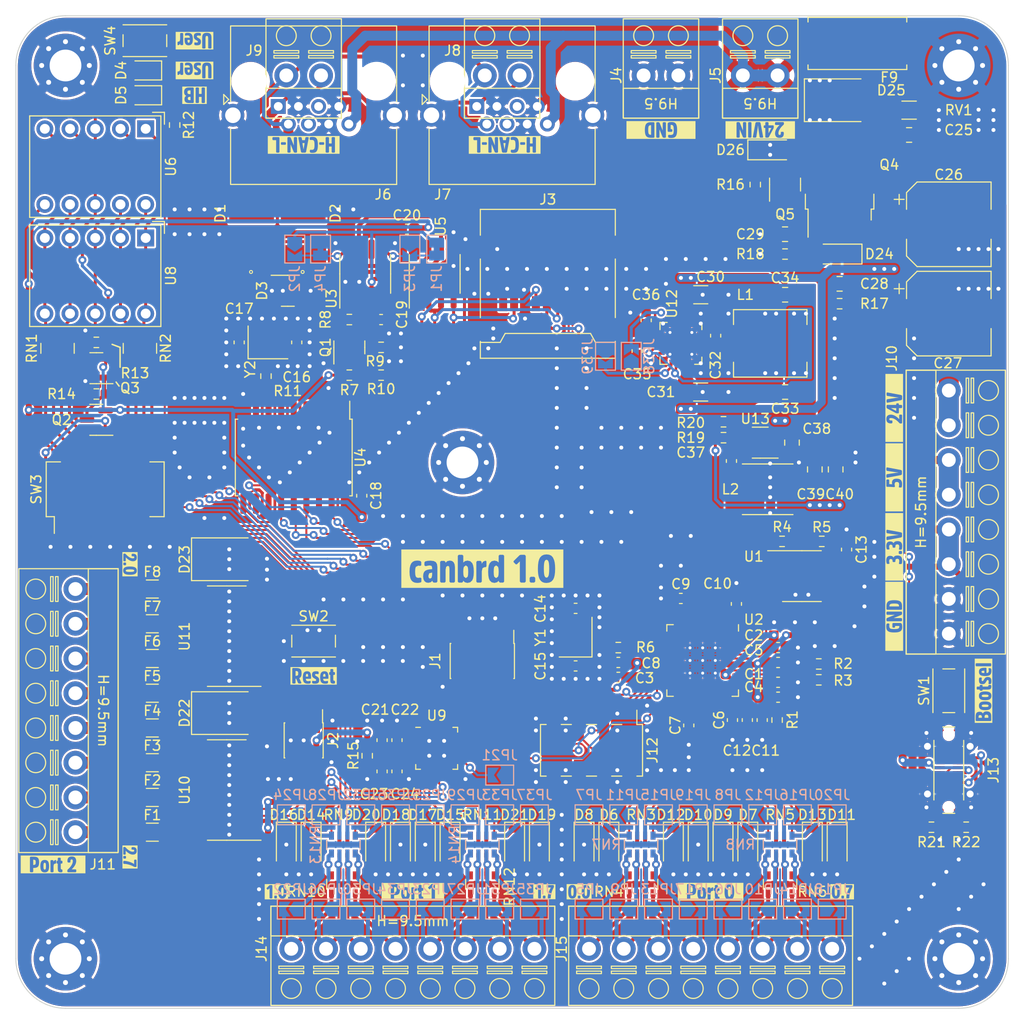
<source format=kicad_pcb>
(kicad_pcb (version 20211014) (generator pcbnew)
  (title_block (title "[canbrd] CAN/RS485 IO board") (date "2022-02-24") (rev "1.0"))
  (layers (0 "F.Cu" signal) (31 "B.Cu" signal) (34 "B.Paste" user) (35 "F.Paste" user) (36 "B.SilkS" user "B.Silkscreen") (37 "F.SilkS" user "F.Silkscreen") (38 "B.Mask" user) (39 "F.Mask" user) (44 "Edge.Cuts" user))
  (net 0 "")
  (net 1 "+1V1")
  (net 2 "GND")
  (net 3 "+3V3")
  (net 4 "+3.3VA")
  (net 5 "/MCU/RP_XIN")
  (net 6 "/MCU/RP_XOUT")
  (net 7 "/CAN/CAN_OSC2")
  (net 8 "/CAN/CAN_OSC1")
  (net 9 "+5V")
  (net 10 "+24V")
  (net 11 "/CAN/CANL")
  (net 12 "/CAN/CANH")
  (net 13 "+3.3VA2")
  (net 14 "/MCU/RP_SWDIO")
  (net 15 "/Power/Fused24V")
  (net 16 "/Power/MAX_BST")
  (net 17 "/Power/AP_BST")
  (net 18 "/Power/MAX_LX")
  (net 19 "Net-(D26-Pad1)")
  (net 20 "/Power/SW3v3")
  (net 21 "Net-(JP19-Pad1)")
  (net 22 "Net-(JP36-Pad1)")
  (net 23 "Net-(JP7-Pad1)")
  (net 24 "/Connectors/IO2.4")
  (net 25 "/Connectors/IO2.5")
  (net 26 "/Connectors/IO2.6")
  (net 27 "/MCU/RP_SWCLK")
  (net 28 "/MCU/RP_~{RESET}")
  (net 29 "/Connectors/IO2.7")
  (net 30 "Net-(JP20-Pad1)")
  (net 31 "Net-(JP37-Pad1)")
  (net 32 "Net-(JP22-Pad1)")
  (net 33 "Net-(JP23-Pad1)")
  (net 34 "Net-(JP24-Pad1)")
  (net 35 "Net-(JP25-Pad1)")
  (net 45 "/CAN/Pin5")
  (net 46 "/CAN/Pin8")
  (net 47 "/CAN/CAN_Tx_LV")
  (net 48 "/CAN/CAN_Tx_HV")
  (net 49 "/MCU/USB_XDP")
  (net 50 "/DISP+SW/SegR.8")
  (net 51 "/MCU/USB_XDM")
  (net 52 "/MCU/QSPI_~{CS}")
  (net 53 "/MCU/~{BOOTSEL}")
  (net 54 "/CAN/CAN_Rx_LV")
  (net 55 "/CAN/CAN_Rx_HV")
  (net 56 "/MCU/QSPI_IO1")
  (net 57 "/MCU/QSPI_IO2")
  (net 58 "/MCU/QSPI_IO0")
  (net 59 "/MCU/QSPI_CLK")
  (net 60 "/MCU/QSPI_IO3")
  (net 61 "/MCU/SD_~{CS}")
  (net 62 "/Connectors/Field24V")
  (net 63 "/Connectors/IO2.0")
  (net 64 "/Connectors/IO2.1")
  (net 65 "/Connectors/IO2.2")
  (net 66 "/Connectors/EXT.1")
  (net 67 "/Connectors/EXT.0")
  (net 70 "/CAN/~{RX1}")
  (net 71 "VBUS")
  (net 72 "/CAN/~{INT}")
  (net 73 "/CAN/SCK")
  (net 74 "/CAN/MOSI")
  (net 75 "/CAN/MISO")
  (net 76 "/CAN/~{CS}")
  (net 77 "Net-(J13-PadA5)")
  (net 78 "/Connectors/IO2.3")
  (net 79 "/IO Expander/UPDI")
  (net 82 "/Connectors/IO0.0")
  (net 83 "/Connectors/IO0.4")
  (net 84 "/Connectors/IO0.1")
  (net 85 "/Connectors/IO0.5")
  (net 86 "/Connectors/IO0.2")
  (net 87 "/Connectors/IO0.6")
  (net 88 "/Connectors/IO0.3")
  (net 89 "/Connectors/IO0.7")
  (net 90 "/IO Expander/AT_ADDR")
  (net 91 "/Connectors/IO1.0")
  (net 92 "/Connectors/IO1.4")
  (net 93 "/Connectors/IO1.1")
  (net 94 "/Connectors/IO1.5")
  (net 95 "/Connectors/IO1.2")
  (net 96 "/Connectors/IO1.6")
  (net 97 "/Connectors/IO1.3")
  (net 98 "/Connectors/IO1.7")
  (net 99 "/Connectors/USB+")
  (net 100 "/Connectors/USB-")
  (net 101 "/DISP+SW/Seg.8")
  (net 102 "/DISP+SW/Seg.0")
  (net 103 "/DISP+SW/Seg.2")
  (net 104 "/DISP+SW/Seg.1")
  (net 105 "/DISP+SW/Seg.3")
  (net 106 "/DISP+SW/SegR.1")
  (net 107 "/DISP+SW/SegR.0")
  (net 108 "/DISP+SW/SegR.2")
  (net 109 "/DISP+SW/SegR.3")
  (net 110 "Net-(JP26-Pad1)")
  (net 111 "Net-(JP27-Pad1)")
  (net 112 "/DISP+SW/Seg.4")
  (net 113 "/DISP+SW/Seg.6")
  (net 114 "/DISP+SW/Seg.5")
  (net 115 "/DISP+SW/Seg.7")
  (net 116 "/DISP+SW/SegR.5")
  (net 117 "/DISP+SW/SegR.4")
  (net 118 "/DISP+SW/SegR.6")
  (net 119 "/DISP+SW/SegR.7")
  (net 120 "Net-(JP28-Pad1)")
  (net 121 "Net-(JP29-Pad1)")
  (net 122 "Net-(JP30-Pad1)")
  (net 123 "Net-(JP31-Pad1)")
  (net 124 "Net-(JP32-Pad1)")
  (net 125 "Net-(JP33-Pad1)")
  (net 126 "Net-(JP34-Pad1)")
  (net 127 "Net-(JP35-Pad1)")
  (net 128 "/IO/RP1")
  (net 129 "/IO/RP0")
  (net 130 "/IO/RP2")
  (net 131 "/IO/RP3")
  (net 132 "/IO/RP5")
  (net 133 "/IO/RP4")
  (net 134 "/IO/RP6")
  (net 135 "/IO/RP7")
  (net 136 "/IO Expander/IO Expander Power IO/COM0")
  (net 137 "/Connectors/SDA")
  (net 138 "/Connectors/SCL")
  (net 139 "/IO Expander/AT_~{INT}")
  (net 140 "/IO Expander/IO Expander Power IO/COM1")
  (net 141 "Net-(R6-Pad2)")
  (net 142 "Net-(R11-Pad2)")
  (net 143 "/DISP+SW/nDig")
  (net 144 "/DISP+SW/Dig")
  (net 145 "/DISP+SW/~{nDig}")
  (net 156 "/Power/revprot_gate")
  (net 157 "/IO Expander/IO Expander Power IO/AT2.4")
  (net 158 "/IO Expander/IO Expander Power IO/AT2.5")
  (net 159 "/IO Expander/IO Expander Power IO/AT2.6")
  (net 160 "/IO Expander/IO Expander Power IO/AT2.7")
  (net 161 "/IO Expander/IO Expander Protection/AT1.3")
  (net 162 "/IO Expander/IO Expander Protection/AT1.2")
  (net 163 "/IO Expander/IO Expander Protection/AT1.1")
  (net 164 "/IO Expander/IO Expander Protection/AT1.0")
  (net 165 "/IO Expander/IO Expander Protection/AT1.7")
  (net 166 "/IO Expander/IO Expander Protection/AT1.6")
  (net 167 "/IO Expander/IO Expander Protection/AT1.5")
  (net 168 "/IO Expander/IO Expander Protection/AT1.4")
  (net 169 "/IO Expander/IO Expander Power IO/HC0")
  (net 170 "/IO Expander/IO Expander Power IO/HC1")
  (net 171 "/IO Expander/IO Expander Power IO/HC2")
  (net 172 "/IO Expander/IO Expander Power IO/HC3")
  (net 173 "Net-(JP10-Pad1)")
  (net 174 "Net-(JP11-Pad1)")
  (net 175 "Net-(JP12-Pad1)")
  (net 176 "Net-(JP15-Pad1)")
  (net 177 "Net-(JP16-Pad1)")
  (net 182 "Net-(JP5-Pad1)")
  (net 183 "Net-(JP6-Pad1)")
  (net 184 "Net-(JP8-Pad1)")
  (net 185 "Net-(JP9-Pad1)")
  (net 186 "/IO Expander/IO Expander Power IO/HC4")
  (net 187 "/IO Expander/IO Expander Power IO/HC5")
  (net 188 "/IO Expander/IO Expander Power IO/HC6")
  (net 189 "/IO Expander/IO Expander Power IO/HC7")
  (net 190 "Net-(JP13-Pad1)")
  (net 191 "Net-(JP14-Pad1)")
  (net 192 "Net-(JP17-Pad1)")
  (net 193 "Net-(JP18-Pad1)")
  (net 194 "/Power/MAX_INTVCC")
  (net 195 "Net-(D1-Pad1)")
  (net 196 "/IO Expander/IO Expander Power IO/AT2.0")
  (net 197 "/IO Expander/IO Expander Power IO/AT2.1")
  (net 198 "/IO Expander/IO Expander Power IO/AT2.2")
  (net 199 "/IO Expander/IO Expander Power IO/AT2.3")
  (net 200 "Net-(D2-Pad1)")
  (net 201 "Net-(Q5-Pad1)")
  (net 202 "/Power/MAX_SS")
  (net 203 "/Power/MAX_MODE")
  (net 204 "Net-(J13-PadB5)")
  (net 207 "/Power/AP_FB")
  (footprint "GTFH081x1YHR:GTFH081x1YHR" (layer "F.Cu") (at 153.6 79)
    (fp_text reference "J3")
    (fp_text value "Micro_SD_Card")
  )
  (footprint "Diode_SMD:D_SOD-123" (layer "F.Cu") (at 168.75 133.5 -90)
    (fp_text reference "D10")
    (fp_text value "3.3V")
  )
  (footprint "Diode_SMD:D_SOD-123" (layer "F.Cu") (at 143.75 133.5 -90)
    (fp_text reference "D15")
    (fp_text value "3.3V")
  )
  (footprint "Capacitor_SMD:C_0805_2012Metric" (layer "F.Cu") (at 177.508035 78.1 180)
    (fp_text reference "C34")
    (fp_text value "22u")
  )
  (footprint "kibuzzard-6217A003" (layer "F.Cu") (at 156.75 138.25)
    (fp_text reference "kibuzzard-6217A003" hide)
    (fp_text value "G***" hide)
  )
  (footprint "Capacitor_SMD:C_0603_1608Metric" (layer "F.Cu") (at 176.8 113.65)
    (fp_text reference "C2")
    (fp_text value "100n")
  )
  (footprint "Capacitor_SMD:C_0603_1608Metric" (layer "F.Cu") (at 136.9 122.975 90)
    (fp_text reference "C21")
    (fp_text value "1u")
  )
  (footprint "Capacitor_SMD:C_0603_1608Metric" (layer "F.Cu") (at 160.7 115.15 180)
    (fp_text reference "C8")
    (fp_text value "100n")
  )
  (footprint "Package_SO:SOIC-16_3.9x9.9mm_P1.27mm" (layer "F.Cu") (at 121.25 112.5 180)
    (fp_text reference "U11")
    (fp_text value "ULN2003A")
  )
  (footprint "Capacitor_SMD:C_0603_1608Metric" (layer "F.Cu") (at 167 108.7 180)
    (fp_text reference "C9")
    (fp_text value "100n")
  )
  (footprint "Resistor_SMD:R_0603_1608Metric" (layer "F.Cu") (at 177.2 102.95 180)
    (fp_text reference "R4")
    (fp_text value "10k")
  )
  (footprint "Capacitor_SMD:C_0603_1608Metric" (layer "F.Cu") (at 172.2 120.95 -90)
    (fp_text reference "C6")
    (fp_text value "100n")
  )
  (footprint "Capacitor_SMD:C_0603_1608Metric" (layer "F.Cu") (at 156.4 115.5)
    (fp_text reference "C15")
    (fp_text value "???")
  )
  (footprint "kibuzzard-62179F8F" (layer "F.Cu") (at 170 138.25)
    (fp_text reference "kibuzzard-62179F8F" hide)
    (fp_text value "G***" hide)
  )
  (footprint "Fuse:Fuse_1206_3216Metric" (layer "F.Cu") (at 113.75 118.25 180)
    (fp_text reference "F5")
    (fp_text value "1A")
  )
  (footprint "Capacitor_SMD:C_0603_1608Metric" (layer "F.Cu") (at 160.7 116.65 180)
    (fp_text reference "C3")
    (fp_text value "100n")
  )
  (footprint "Diode_SMD:D_SOD-123" (layer "F.Cu") (at 138.75 133.5 -90)
    (fp_text reference "D18")
    (fp_text value "3.3V")
  )
  (footprint "kibuzzard-6217A0EA" (layer "F.Cu") (at 130 116.5)
    (fp_text reference "kibuzzard-6217A0EA" hide)
    (fp_text value "G***" hide)
  )
  (footprint "Resistor_SMD:R_0603_1608Metric" (layer "F.Cu") (at 195.75 131.75 180)
    (fp_text reference "R22")
    (fp_text value "5.1k")
  )
  (footprint "Inductor_SMD:L_Abracon_ASPI-0630LR" (layer "F.Cu") (at 176.008035 83)
    (fp_text reference "L1")
    (fp_text value "6.8u")
  )
  (footprint "Crystal:Crystal_SMD_3225-4Pin_3.2x2.5mm" (layer "F.Cu") (at 156.4 112.6 90)
    (fp_text reference "Y1")
    (fp_text value "12MHz")
  )
  (footprint "kibuzzard-6217A022" (layer "F.Cu") (at 183.25 138.25)
    (fp_text reference "kibuzzard-6217A022" hide)
    (fp_text value "G***" hide)
  )
  (footprint "TBU-CA:DIOC650X400X100N" (layer "F.Cu") (at 123.8 72 90)
    (fp_text reference "D1")
    (fp_text value "TBU-CA")
  )
  (footprint "kibuzzard-621788DF" (layer "F.Cu") (at 147 105.7)
    (fp_text reference "kibuzzard-621788DF" hide)
    (fp_text value "G***" hide)
  )
  (footprint "Fuse:Fuse_1206_3216Metric" (layer "F.Cu") (at 113.75 132.25 180)
    (fp_text reference "F1")
    (fp_text value "1A")
  )
  (footprint "Capacitor_SMD:C_0603_1608Metric" (layer "F.Cu") (at 138.4 126.125 -90)
    (fp_text reference "C24")
    (fp_text value "100n")
  )
  (footprint "Diode_SMD:D_SOD-123" (layer "F.Cu") (at 127.25 133.5 -90)
    (fp_text reference "D16")
    (fp_text value "3.3V")
  )
  (footprint "Resistor_SMD:R_Array_Convex_4x0603" (layer "F.Cu") (at 133 137.5 90)
    (fp_text reference "RN10")
    (fp_text value "10k")
  )
  (footprint "Resistor_SMD:R_0603_1608Metric" (layer "F.Cu") (at 108.11 88.1 180)
    (fp_text reference "R14")
    (fp_text value "1k")
  )
  (footprint "canbrd_conn:NH0810x0xxxxG" (layer "F.Cu") (at 140 144)
    (fp_text reference "J14")
    (fp_text value "IO1")
  )
  (footprint "Capacitor_SMD:C_0603_1608Metric" (layer "F.Cu") (at 170.508035 82.225 -90)
    (fp_text reference "C32")
    (fp_text value "100n")
  )
  (footprint "Package_SO:SOIC-8_3.9x4.9mm_P1.27mm" (layer "F.Cu") (at 135.2 76 90)
    (fp_text reference "U3")
    (fp_text value "TJA1051T-3")
  )
  (footprint "Resistor_SMD:R_0603_1608Metric" (layer "F.Cu") (at 180.9 116.9)
    (fp_text reference "R3")
    (fp_text value "27")
  )
  (footprint "PTS815-SJ:PTS815-SJ" (layer "F.Cu") (at 130 113 180)
    (fp_text reference "SW2")
    (fp_text value "RESET")
  )
  (footprint "Resistor_SMD:R_0603_1608Metric" (layer "F.Cu") (at 180.9 115.3)
    (fp_text reference "R2")
    (fp_text value "27")
  )
  (footprint "Capacitor_SMD:C_1206_3216Metric" (layer "F.Cu") (at 169.008035 78.1)
    (fp_text reference "C30")
    (fp_text value "2.2u")
  )
  (footprint "Capacitor_SMD:C_0805_2012Metric" (layer "F.Cu") (at 178.2 93.000001 -90)
    (fp_text reference "C38")
    (fp_text value "10u")
  )
  (footprint "canbrd_conn:NH0810x0xxxxG" (layer "F.Cu") (at 194 100 90)
    (fp_text reference "J10")
    (fp_text value "PwrOut")
  )
  (footprint "Resistor_SMD:R_0603_1608Metric" (layer "F.Cu") (at 160.7 113.65)
    (fp_text reference "R6")
    (fp_text value "1k")
  )
  (footprint "Capacitor_SMD:C_0603_1608Metric" (layer "F.Cu") (at 172.6 109.25 90)
    (fp_text reference "C10")
    (fp_text value "100n")
  )
  (footprint "MountingHole:MountingHole_3.2mm_M3_Pad_Via" (layer "F.Cu") (at 105 55)
    (fp_text reference "H1" hide)
    (fp_text value "M3")
  )
  (footprint "Diode_SMD:D_SOD-123" (layer "F.Cu") (at 159.75 133.5 -90)
    (fp_text reference "D6")
    (fp_text value "3.3V")
  )
  (footprint "Diode_SMD:D_SOD-123" (layer "F.Cu") (at 136.25 133.5 -90)
    (fp_text reference "D20")
    (fp_text value "3.3V")
  )
  (footprint "kibuzzard-62179C5E" (layer "F.Cu") (at 188.5 96.5 90)
    (fp_text reference "kibuzzard-62179C5E" hide)
    (fp_text value "G***" hide)
  )
  (footprint "Resistor_SMD:R_0603_1608Metric" (layer "F.Cu") (at 183 79 180)
    (fp_text reference "R17")
    (fp_text value "10k")
  )
  (footprint "Resistor_SMD:R_Array_Convex_4x0603" (layer "F.Cu") (at 112.5 83.5 90)
    (fp_text reference "RN2")
    (fp_text value "470")
  )
  (footprint "Connector_RJ:RJ45_Amphenol_RJHSE5380" (layer "F.Cu") (at 126.44 59.125)
    (fp_text reference "J6")
    (fp_text value "Amphenol RJHSE5380")
  )
  (footprint "Display_7Segment:Sx39-1xxxxx" (layer "F.Cu") (at 113.08 72.38 -90)
    (fp_text reference "U8")
    (fp_text value "157119S12801")
  )
  (footprint "Package_TO_SOT_SMD:SOT-23" (layer "F.Cu") (at 108.11 85.5 180)
    (fp_text reference "Q3")
    (fp_text value "BSS83P")
  )
  (footprint "Resistor_SMD:R_0603_1608Metric" (layer "F.Cu") (at 116 61 -90)
    (fp_text reference "R12")
    (fp_text value "470")
  )
  (footprint "Capacitor_SMD:C_0603_1608Metric" (layer "F.Cu") (at 156.4 109.7 180)
    (fp_text reference "C14")
    (fp_text value "???")
  )
  (footprint "Resistor_SMD:R_Array_Convex_4x0603" (layer "F.Cu") (at 177 137.5 90)
    (fp_text reference "RN6")
    (fp_text value "10k")
  )
  (footprint "Resistor_SMD:R_0603_1608Metric" (layer "F.Cu") (at 133.6 86.2)
    (fp_text reference "R7")
    (fp_text value "1k")
  )
  (footprint "Package_SO:SOIC-16_3.9x9.9mm_P1.27mm" (layer "F.Cu") (at 121.25 128 180)
    (fp_text reference "U10")
    (fp_text value "ULN2003A")
  )
  (footprint "Diode_SMD:D_SOD-123" (layer "F.Cu") (at 166.25 133.5 -90)
    (fp_text reference "D12")
    (fp_text value "3.3V")
  )
  (footprint "Resistor_SMD:R_0603_1608Metric" (layer "F.Cu") (at 171.3 90.9 180)
    (fp_text reference "R20")
    (fp_text value "10k")
  )
  (footprint "canbrd_conn:NH0210x0xxxxG" (layer "F.Cu") (at 165 56 180)
    (fp_text reference "J4")
    (fp_text value "GND")
  )
  (footprint "Capacitor_SMD:CP_Elec_8x6.5" (layer "F.Cu") (at 194 71)
    (fp_text reference "C26")
    (fp_text value "47u")
  )
  (footprint "kibuzzard-621B6EB9" (layer "F.Cu") (at 118 55.5 180)
    (fp_text reference "kibuzzard-621B6EB9" hide)
    (fp_text value "G***" hide)
  )
  (footprint "Resistor_SMD:R_0603_1608Metric" (layer "F.Cu") (at 192.25 131.75)
    (fp_text reference "R21")
    (fp_text value "5.1k")
  )
  (footprint "Resistor_SMD:R_0603_1608Metric" (layer "F.Cu") (at 171.3 92.5)
    (fp_text reference "R19")
    (fp_text value "31.6k")
  )
  (footprint "Capacitor_SMD:CP_Elec_8x6.5" (layer "F.Cu") (at 194 80)
    (fp_text reference "C27")
    (fp_text value "47u")
  )
  (footprint "Connector_PinHeader_1.27mm:PinHeader_2x03_P1.27mm_Vertical_SMD" (layer "F.Cu") (at 129 123 -90)
    (fp_text reference "J2")
    (fp_text value "UPDI")
  )
  (footprint "Resistor_SMD:R_Array_Convex_4x0603" (layer "F.Cu") (at 104.2 83.5 90)
    (fp_text reference "RN1")
    (fp_text value "470")
  )
  (footprint "Resistor_SMD:R_0603_1608Metric" (layer "F.Cu") (at 136.8 86.2)
    (fp_text reference "R10")
    (fp_text value "10k")
  )
  (footprint "Crystal:Crystal_SMD_3225-4Pin_3.2x2.5mm" (layer "F.Cu") (at 125.4 82.9)
    (fp_text reference "Y2")
    (fp_text value "16MHz")
  )
  (footprint "kibuzzard-62179CFC" (layer "F.Cu") (at 188.5 110.5 90)
    (fp_text reference "kibuzzard-62179CFC" hide)
    (fp_text value "G***" hide)
  )
  (footprint "Capacitor_SMD:C_0805_2012Metric" (layer "F.Cu") (at 177.5 72 180)
    (fp_text reference "C29")
    (fp_text value "100n")
  )
  (footprint "Package_SO:SOIC-8_3.9x4.9mm_P1.27mm" (layer "F.Cu") (at 142.2 76 90)
    (fp_text reference "U5")
    (fp_text value "MAX3485CSA")
  )
  (footprint "Capacitor_SMD:C_0603_1608Metric" (layer "F.Cu") (at 162.6 83.775 -90)
    (fp_text reference "C35")
    (fp_text value "5.6n")
  )
  (footprint "Capacitor_SMD:C_0603_1608Metric" (layer "F.Cu") (at 122.5 82.9 -90)
    (fp_text reference "C17")
    (fp_text value "???")
  )
  (footprint "Package_TO_SOT_SMD:TO-252-2" (layer "F.Cu") (at 183 67 90)
    (fp_text reference "Q4")
    (fp_text value "Q_PMOS_GDS")
  )
  (footprint "Fuse:Fuse_1206_3216Metric" (layer "F.Cu") (at 113.75 107.75 180)
    (fp_text reference "F8")
    (fp_text value "500mA")
  )
  (footprint "canbrd_conn:NH0210x0xxxxG" (layer "F.Cu") (at 175 56 180)
    (fp_text reference "J5")
    (fp_text value "Field24V")
  )
  (footprint "kibuzzard-621B6EAC" (layer "F.Cu") (at 118 52.5 180)
    (fp_text reference "kibuzzard-621B6EAC" hide)
    (fp_text value "G***" hide)
  )
  (footprint "Capacitor_SMD:C_0603_1608Metric" (layer "F.Cu") (at 128.3 82.9 90)
    (fp_text reference "C16")
    (fp_text value "???")
  )
  (footprint "Diode_SMD:D_SMB" (layer "F.Cu") (at 121.25 120.25)
    (fp_text reference "D22")
    (fp_text value "33V")
  )
  (footprint "Capacitor_SMD:C_0603_1608Metric" (layer "F.Cu") (at 172.1 94.85 -90)
    (fp_text reference "C37")
    (fp_text value "100n")
  )
  (footprint "Resistor_SMD:R_0603_1608Metric" (layer "F.Cu") (at 181.2 102.95)
    (fp_text reference "R5")
    (fp_text value "1k")
  )
  (footprint "TBU-CA:DIOC650X400X100N" (layer "F.Cu") (at 129 72 90)
    (fp_text reference "D2")
    (fp_text value "TBU-CA")
  )
  (footprint "Capacitor_SMD:C_0805_2012Metric" (layer "F.Cu") (at 190 62)
    (fp_text reference "C25")
    (fp_text value "100n")
  )
  (footprint "kibuzzard-62179D4A" (layer "F.Cu") (at 165 61.5 180)
    (fp_text reference "kibuzzard-62179D4A" hide)
    (fp_text value "G***" hide)
  )
  (footprint "kibuzzard-6217A0B8" (layer "F.Cu") (at 111.5 105.25 -90)
    (fp_text reference "kibuzzard-6217A0B8" hide)
    (fp_text value "G***" hide)
  )
  (footprint "Diode_SMD:D_SOD-123" (layer "F.Cu") (at 173.75 133.5 -90)
    (fp_text reference "D7")
    (fp_text value "3.3V")
  )
  (footprint "Connector_PinHeader_1.27mm:PinHeader_2x05_P1.27mm_Vertical_SMD" (layer "F.Cu") (at 147 115 -90)
    (fp_text reference "J1")
    (fp_text value "RP_DEBUG")
  )
  (footprint "Fuse:Fuse_1206_3216Metric" (layer "F.Cu") (at 113.75 125.25 180)
    (fp_text reference "F3")
    (fp_text value "1A")
  )
  (footprint "Capacitor_SMD:C_0805_2012Metric" (layer "F.Cu") (at 177.508035 87.9 180)
    (fp_text reference "C33")
    (fp_text value "22u")
  )
  (footprint "Capacitor_SMD:C_1206_3216Metric" (layer "F.Cu") (at 169 87.9)
    (fp_text reference "C31")
    (fp_text value "2.2u")
  )
  (footprint "Resistor_SMD:R_Array_Convex_4x0603" (layer "F.Cu") (at 147 137.5 90)
    (fp_text reference "RN12")
    (fp_text value "10k")
  )
  (footprint "MountingHole:MountingHole_3.2mm_M3_Pad_Via" (layer "F.Cu") (at 195 55)
    (fp_text reference "H2" hide)
    (fp_text value "M3")
  )
  (footprint "Resistor_SMD:R_Array_Convex_4x0603" (layer "F.Cu") (at 163 133.5 90)
    (fp_text reference "RN3")
    (fp_text value "330")
  )
  (footprint "TSOT26:TSOT26" (layer "F.Cu") (at 175 93 180)
    (fp_text reference "U13")
    (fp_text value "AP62250WU")
  )
  (footprint "Inductor_SMD:L_Taiyo-Yuden_NR-50xx" (layer "F.Cu") (at 175.75 97.7)
    (fp_text reference "L2")
    (fp_text value "2.2u")
  )
  (footprint "Resistor_SMD:R_Array_Convex_4x0603" (layer "F.Cu") (at 147 133.5 90)
    (fp_text reference "RN11")
    (fp_text value "68")
  )
  (footprint "Capacitor_SMD:C_0805_2012Metric" (layer "F.Cu") (at 180.5 95.7 90)
    (fp_text reference "C39")
    (fp_text value "22u")
  )
  (footprint "Resistor_SMD:R_0603_1608Metric" (layer "F.Cu") (at 135.4 124.55 -90)
    (fp_text reference "R15")
    (fp_text value "220")
  )
  (footprint "Resistor_SMD:R_0603_1608Metric" (layer "F.Cu") (at 125.2 86.3 -90)
    (fp_text reference "R11")
    (fp_text value "1k")
  )
  (footprint "canbrd_conn:NH0810x0xxxxG" (layer "F.Cu") (at 106 120 -90)
    (fp_text reference "J11")
    (fp_text value "IO2")
  )
  (footprint "Diode_SMD:D_SOD-123" (layer "F.Cu") (at 171.25 133.5 -90)
    (fp_text reference "D9")
    (fp_text value "3.3V")
  )
  (footprint "Resistor_SMD:R_Array_Convex_4x0603" (layer "F.Cu") (at 163 137.5 90)
    (fp_text reference "RN4")
    (fp_text value "10k")
  )
  (footprint "Package_DFN_QFN:QFN-24-1EP_4x4mm_P0.5mm_EP2.6x2.6mm" (layer "F.Cu") (at 142.4 123.8)
    (fp_text reference "U9")
    (fp_text value "ATtiny427")
  )
  (footprint "MountingHole:MountingHole_3.2mm_M3_Pad_Via" (layer "F.Cu") (at 145 95)
    (fp_text reference "H3" hide)
    (fp_text value "M3")
  )
  (footprint "kibuzzard-62179C9D" (layer "F.Cu") (at 188.5 103.5 90)
    (fp_text reference "kibuzzard-62179C9D" hide)
    (fp_text value "G***" hide)
  )
  (footprint "Capacitor_SMD:C_0603_1608Metric" (layer "F.Cu") (at 173.7 120.95 -90)
    (fp_text reference "C12")
    (fp_text value "100n")
  )
  (footprint "Diode_SMD:D_SOD-123" (layer "F.Cu") (at 129.75 133.5 -90)
    (fp_text reference "D14")
    (fp_text value "3.3V")
  )
  (footprint "canbrd_conn:NH0210x0xxxxG" (layer "F.Cu") (at 149 56 180)
    (fp_text reference "J8")
    (fp_text value "CAN")
  )
  (footprint "Resistor_SMD:R_0603_1608Metric" (layer "F.Cu") (at 133.6 80.6 180)
    (fp_text reference "R8")
    (fp_text value "1k")
  )
  (footprint "Capacitor_SMD:C_0603_1608Metric" (layer "F.Cu") (at 183.7 103.775 90)
    (fp_text reference "C13")
    (fp_text value "100n")
  )
  (footprint "Resistor_SMD:R_1206_3216Metric" (layer "F.Cu") (at 190 59.5)
    (fp_text reference "RV1")
    (fp_text value "30V")
  )
  (footprint "Capacitor_SMD:C_0603_1608Metric" (layer "F.Cu") (at 134.85 98.35 90)
    (fp_text reference "C18")
    (fp_text value "100n")
  )
  (footprint "kibuzzard-62179F9F" (layer "F.Cu") (at 140 138.25)
    (fp_text reference "kibuzzard-62179F9F" hide)
    (fp_text value "G***" hide)
  )
  (footprint "Capacitor_SMD:C_0603_1608Metric" (layer "F.Cu") (at 139.4 71.5 180)
    (fp_text reference "C20")
    (fp_text value "100n")
  )
  (footprint "Diode_SMD:D_SOD-123" (layer "F.Cu") (at 182.75 133.5 -90)
    (fp_text reference "D11")
    (fp_text value "3.3V")
  )
  (footprint "Diode_SMD:D_SOD-123" (layer "F.Cu") (at 152.75 133.5 -90)
    (fp_text reference "D19")
    (fp_text value "3.3V")
  )
  (footprint "Fuse:Fuse_1206_3216Metric" (layer "F.Cu") (at 113.75 111.25 180)
    (fp_text reference "F7")
    (fp_text value "1A")
  )
  (footprint "kibuzzard-6217A03E" (layer "F.Cu") (at 153.25 138.25)
    (fp_text reference "kibuzzard-6217A03E" hide)
    (fp_text value "G***" hide)
  )
  (footprint "Fuse:Fuse_1206_3216Metric" (layer "F.Cu") (at 113.75 121.75 180)
    (fp_text reference "F4")
    (fp_text value "500mA")
  )
  (footprint "kibuzzard-62179FB2" (layer "F.Cu") (at 103.75 135.5)
    (fp_text reference "kibuzzard-62179FB2" hide)
    (fp_text value "G***" hide)
  )
  (footprint "Capacitor_SMD:C_0603_1608Metric" (layer "F.Cu") (at 167.8 121.493224 -90)
    (fp_text reference "C7")
    (fp_text value "100n")
  )
  (footprint "Button_Switch_SMD:SW_DIP_SPSTx08_Slide_KingTek_DSHP08TS_W7.62mm_P1.27mm" (layer "F.Cu") (at 109 97.7 90)
    (fp_text reference "SW3")
    (fp_text value "SW_DIP_x08")
  )
  (footprint "Package_TO_SOT_SMD:SOT-23" (layer "F.Cu") (at 177.5 67 90)
    (fp_text reference "Q5")
    (fp_text value "BC856")
  )
  (footprint "Package_TO_SOT_SMD:SOT-23" (layer "F.Cu") (at 108.1 90.7 180)
    (fp_text reference "Q2")
    (fp_text value "BSS83P")
  )
  (footprint "Resistor_SMD:R_0603_1608Metric" (layer "F.Cu") (at 136.8 83.4)
    (fp_text reference "R9")
    (fp_text value "4k7")
  )
  (footprint "Package_TO_SOT_SMD:SOT-23" (layer "F.Cu") (at 127.4 77.7)
    (fp_text reference "D3")
    (fp_text value "NUP2105L")
  )
  (footprint "Capacitor_SMD:C_0603_1608Metric" (layer "F.Cu") (at 136.8 80.6)
    (fp_text reference "C19")
    (fp_text value "100n")
  )
  (footprint "Diode_SMD:D_SOD-123" (layer "F.Cu") (at 183 74 180)
    (fp_text reference "D24")
    (fp_text value "10V")
  )
  (footprint "Diode_SMD:D_SMB" (layer "F.Cu") (at 183 58.5)
    (fp_text reference "D25")
    (fp_text value "33V")
  )
  (footprint "Capacitor_SMD:C_0603_1608Metric" (layer "F.Cu") (at 176.8 118.65)
    (fp_text reference "C4")
    (fp_text value "1u")
  )
  (footprint "10132328:10132328" (layer "F.Cu") (at 194 126 90)
    (fp_text reference "J13")
    (fp_text value "USB_C_Receptacle")
  )
  (footprint "Capacitor_SMD:C_0603_1608Metric" (layer "F.Cu") (at 176.8 117.15)
    (fp_text reference "C1")
    (fp_text value "1u")
  )
  (footprint "Capacitor_SMD:C_0603_1608Metric" (layer "F.Cu") (at 138.4 122.975 90)
    (fp_text reference "C22")
    (fp_text value "100n")
  )
  (footprint "kibuzzard-621B6EDA" (layer "F.Cu") (at 118 58 180)
    (fp_text reference "kibuzzard-621B6EDA" hide)
    (fp_text value "G***" hide)
  )
  (footprint "kibuzzard-62179F21" (layer "F.Cu") (at 197.5 118 90)
    (fp_text reference "kibuzzard-62179F21" hide)
    (fp_text value "G***" hide)
  )
  (footprint "Connector_PinHeader_2.54mm:PinHeader_2x04_P2.54mm_Vertical_SMD" (layer "F.Cu") (at 158 124 -90)
    (fp_text reference "J12")
    (fp_text value "I^{2}C")
  )
  (footprint "Resistor_SMD:R_0603_1608Metric" (layer "F.Cu") (at 177.5 74 180)
    (fp_text reference "R18")
    (fp_text value "10k")
  )
  (footprint "Capacitor_SMD:C_0603_1608Metric" (layer "F.Cu") (at 136.9 126.125 -90)
    (fp_text reference "C23")
    (fp_text value "1u")
  )
  (footprint "Resistor_SMD:R_0603_1608Metric" (layer "F.Cu") (at 174.5 67 -90)
    (fp_text reference "R16")
    (fp_text value "1k")
  )
  (footprint "Diode_SMD:D_SOD-123" (layer "F.Cu") (at 157.25 133.5 -90)
    (fp_text reference "D8")
    (fp_text value "3.3V")
  )
  (footprint "Capacitor_SMD:C_0805_2012Metric" (layer "F.Cu") (at 182.6 95.7 90)
    (fp_text reference "C40")
    (fp_text value "22u")
  )
  (footprint "Package_SO:SOIC-8_3.9x4.9mm_P1.27mm" (layer "F.Cu") (at 179.2 106.45)
    (fp_text reference "U1")
    (fp_text value "W25Q16JVSNIQ")
  )
  (footprint "Resistor_SMD:R_0603_1608Metric" (layer "F.Cu") (at 108.11 82.9 180)
    (fp_text reference "R13")
    (fp_text value "1k")
  )
  (footprint "Diode_SMD:D_SOD-123" (layer "F.Cu") (at 176 63.5)
    (fp_text reference "D26")
    (fp_text value "30V")
  )
  (footprint "Littelfuse-154:Littelfuse-154" (layer "F.Cu") (at 184.75 52.75)
    (fp_text reference "F9")
    (fp_text value "1A")
  )
  (footprint "Connector_RJ:RJ45_Amphenol_RJHSE5380" (layer "F.Cu") (at 146.44 59.125)
    (fp_text reference "J7")
    (fp_text value "Amphenol RJHSE5380")
  )
  (footprint "Diode_SMD:D_SMB" (layer "F.Cu") (at 121.25 104.75)
    (fp_text reference "D23")
    (fp_text value "33V")
  )
  (footprint "PTS815-SJ:PTS815-SJ" (layer "F.Cu") (at 113 52.5)
    (fp_text reference "SW4")
    (fp_text value "User")
  )
  (footprint "Fuse:Fuse_1206_3216Metric" (layer "F.Cu") (at 113.75 128.75 180)
    (fp_text reference "F2")
    (fp_text value "1A")
  )
  (footprint "Capacitor_SMD:C_0603_1608Metric" (layer "F.Cu") (at 175.2 120.95 -90)
    (fp_text reference "C11")
    (fp_text value "1u")
  )
  (footprint "kibuzzard-6217A0C8" (layer "F.Cu") (at 111.5 134.75 -90)
    (fp_text reference "kibuzzard-6217A0C8" hide)
    (fp_text value "G***" hide)
  )
  (footprint "Capacitor_SMD:C_0603_1608Metric" (layer "F.Cu") (at 176.8 115.15)
    (fp_text reference "C5")
    (fp_text value "100n")
  )
  (footprint "Resistor_SMD:R_Array_Convex_4x0603" (layer "F.Cu") (at 133 133.5 90)
    (fp_text reference "RN9")
    (fp_text value "68")
  )
  (footprint "Capacitor_SMD:C_0805_2012Metric" (layer "F.Cu") (at 183 77 180)
    (fp_text reference "C28")
    (fp_text value "100n")
  )
  (footprint "kibuzzard-6217A08D" (layer "F.Cu") (at 126.25 138.25)
    (fp_text reference "kibuzzard-6217A08D" hide)
    (fp_text value "G***" hide)
  )
  (footprint "Display_7Segment:Sx39-1xxxxx" (layer "F.Cu") (at 113.08 61.38 -90)
    (fp_text reference "U6")
    (fp_text value "157119S12801")
  )
  (footprint "kibuzzard-62179C2A" (layer "F.Cu") (at 188.5 89.5 90)
    (fp_text reference "kibuzzard-62179C2A" hide)
    (fp_text value "G***" hide)
  )
  (footprint "PTS815-SJ:PTS815-SJ" (layer "F.Cu") (at 194 118 -90)
    (fp_text reference "SW1")
    (fp_text value "BOOTSEL")
  )
  (footprint "kibuzzard-62179E98" (layer "F.Cu") (at 149.249999 63 180)
    (fp_text reference "kibuzzard-62179E98" hide)
    (fp_text value "G***" hide)
  )
  (footprint "Capacitor_SMD:C_0603_1608Metric" (layer "F.Cu") (at 163.508035 80.675 -90)
    (fp_text reference "C36")
    (fp_text value "2.2u")
  )
  (footprint "Diode_SMD:D_SOD-123" (layer "F.Cu") (at 180.25 133.5 -90)
    (fp_text reference "D13")
    (fp_text value "3.3V")
  )
  (footprint "MAX17634:TQFN20-EP" (layer "F.Cu") (at 167.009307 83 -90)
    (fp_text reference "U12")
    (fp_text value "MAX17634BATP+")
  )
  (footprint "canbrd_conn:NH0210x0xxxxG" (layer "F.Cu") (at 129 56 180)
    (fp_text reference "J9")
    (fp_text value "CAN")
  )
  (footprint "Resistor_SMD:R_Array_Convex_4x0603" (layer "F.Cu") (at 177 133.5 90)
    (fp_text reference "RN5")
    (fp_text value "330")
  )
  (footprint "Resistor_SMD:R_0603_1608Metric" (layer "F.Cu") (at 176.7 120.95 -90)
    (fp_text reference "R1")
    (fp_text value "220")
  )
  (footprint "LED_SMD:LED_0805_2012Metric" (layer "F.Cu") (at 113 58 180)
    (fp_text reference "D5")
    (fp_text value "Heartbeat")
  )
  (footprint "Package_SO:SOIC-18W_7.5x11.6mm_P1.27mm" (layer "F.Cu") (at 128 94.5 -90)
    (fp_text reference "U4")
    (fp_text value "MCP2510-x/SO")
  )
  (footprint "canbrd_conn:NH0810x0xxxxG" (layer "F.Cu") (at 170 144)
    (fp_text reference "J15")
    (fp_text value "IO0")
  )
  (footprint "MountingHole:MountingHole_3.2mm_M3_Pad_Via" (layer "F.Cu") (at 105 145)
    (fp_text reference "H4" hide)
    (fp_text value "M3")
  )
  (footprint "LED_SMD:LED_0805_2012Metric" (layer "F.Cu") (at 113 55.5 180)
    (fp_text reference "D4")
    (fp_text value "User")
  )
  (footprint "Package_TO_SOT_SMD:SOT-23" (layer "F.Cu") (at 133.6 83.4 90)
    (fp_text reference "Q1")
    (fp_text value "2N7002K")
  )
  (footprint "kibuzzard-62179EAF" (layer "F.Cu") (at 129 63 180)
    (fp_text reference "kibuzzard-62179EAF" hide)
    (fp_text value "G***" hide)
  )
  (footprint "RP2040:RP2040-QFN-56" (layer "F.Cu") (at 169.2 114.95 -90)
    (fp_text reference "U2")
    (fp_text value "RP2040")
  )
  (footprint "Diode_SMD:D_SOD-123" (layer "F.Cu") (at 150.25 133.5 -90)
    (fp_text reference "D21")
    (fp_text value "3.3V")
  )
  (footprint "kibuzzard-62179E31" (layer "F.Cu") (at 175 61.5 180)
    (fp_text reference "kibuzzard-62179E31" hide)
    (fp_text value "G***" hide)
  )
  (footprint "Diode_SMD:D_SOD-123" (layer "F.Cu") (at 141.25 133.5 -90)
    (fp_text reference "D17")
    (fp_text value "3.3V")
  )
  (footprint "MountingHole:MountingHole_3.2mm_M3_Pad_Via" (layer "F.Cu") (at 195 145)
    (fp_text reference "H5" hide)
    (fp_text value "M3")
  )
  (footprint "Fuse:Fuse_1206_3216Metric" (layer "F.Cu") (at 113.75 114.75 180)
    (fp_text reference "F6")
    (fp_text value "1A")
  )
  (footprint "Jumper:SolderJumper-2_P1.3mm_Open_TrianglePad1.0x1.5mm" (layer "B.Cu") (at 175.25 140 180)
    (fp_text reference "JP10")
    (fp_text value "LowZ")
  )
  (footprint "Jumper:SolderJumper-2_P1.3mm_Open_TrianglePad1.0x1.5mm" (layer "B.Cu") (at 134.75 140)
    (fp_text reference "JP30")
    (fp_text value "LowZ")
  )
  (footprint "Jumper:SolderJumper-2_P1.3mm_Open_TrianglePad1.0x1.5mm" (layer "B.Cu") (at 141.75 140 180)
    (fp_text reference "JP23")
    (fp_text value "LowZ")
  )
  (footprint "Resistor_SMD:R_Array_Convex_4x0603" (layer "B.Cu") (at 133 133.5 -90)
    (fp_text reference "RN13")
    (fp_text value "1k")
  )
  (footprint "Jumper:SolderJumper-2_P1.3mm_Open_TrianglePad1.0x1.5mm" (layer "B.Cu") (at 148.75 130.5)
    (fp_text reference "JP33")
    (fp_text value "Vdiv")
  )
  (footprint "Jumper:SolderJumper-2_P1.3mm_Open_TrianglePad1.0x1.5mm" (layer "B.Cu") (at 178.75 140)
    (fp_text reference "JP14")
    (fp_text value "LowZ")
  )
  (footprint "Jumper:SolderJumper-2_P1.3mm_Open_TrianglePad1.0x1.5mm" (layer "B.Cu") (at 168.25 140)
    (fp_text reference "JP17")
    (fp_text value "LowZ")
  )
  (footprint "Jumper:SolderJumper-2_P1.3mm_Open_TrianglePad1.0x1.5mm" (layer "B.Cu") (at 168.25 130.5)
    (fp_text reference "JP19")
    (fp_text value "Vdiv")
  )
  (footprint "Jumper:SolderJumper-2_P1.3mm_Open_TrianglePad1.0x1.5mm" (layer "B.Cu") (at 164.75 130.5)
    (fp_text reference "JP15")
    (fp_text value "Vdiv")
  )
  (footprint "Jumper:SolderJumper-2_P1.3mm_Open_TrianglePad1.0x1.5mm" (layer "B.Cu") (at 161.25 130.5 180)
    (fp_text reference "JP11")
    (fp_text value "Vdiv")
  )
  (footprint "Jumper:SolderJumper-2_P1.3mm_Open_TrianglePad1.0x1.5mm" (layer "B.Cu") (at 128.1 73.5 -90)
    (fp_text reference "JP2")
    (fp_text value "Pin8H")
  )
  (footprint "Jumper:SolderJumper-2_P1.3mm_Open_TrianglePad1.0x1.5mm" (layer "B.Cu") (at 131.25 130.5 180)
    (fp_text reference "JP28")
    (fp_text value "Vdiv")
  )
  (footprint "Jumper:SolderJumper-2_P1.3mm_Open_TrianglePad1.0x1.5mm" (layer "B.Cu") (at 164.75 140)
    (fp_text reference "JP13")
    (fp_text value "LowZ")
  )
  (footprint "Resistor_SMD:R_Array_Convex_4x0603" (layer "B.Cu") (at 177 133.5 -90)
    (fp_text reference "RN8")
    (fp_text value "1k")
  )
  (footprint "Jumper:SolderJumper-2_P1.3mm_Open_TrianglePad1.0x1.5mm" (layer "B.Cu") (at 157.75 130.5 180)
    (fp_text reference "JP7")
    (fp_text value "Vdiv")
  )
  (footprint "Jumper:SolderJumper-2_P1.3mm_Open_TrianglePad1.0x1.5mm" (layer "B.Cu") (at 152.25 140)
    (fp_text reference "JP35")
    (fp_text value "LowZ")
  )
  (footprint "Jumper:SolderJumper-2_P1.3mm_Open_TrianglePad1.0x1.5mm" (layer "B.Cu") (at 139.7 73.5 -90)
    (fp_text reference "JP3")
    (fp_text value "Pin5L")
  )
  (footprint "Jumper:SolderJumper-2_P1.3mm_Open_TrianglePad1.0x1.5mm" (layer "B.Cu") (at 141.75 130.5 180)
    (fp_text reference "JP25")
    (fp_text value "Vdiv")
  )
  (footprint "Jumper:SolderJumper-2_P1.3mm_Open_TrianglePad1.0x1.5mm" (layer "B.Cu") (at 161.25 140 180)
    (fp_text reference "JP9")
    (fp_text value "LowZ")
  )
  (footprint "Jumper:SolderJumper-2_P1.3mm_Open_TrianglePad1.0x1.5mm" (layer "B.Cu") (at 127.75 130.5 180)
    (fp_text reference "JP24")
    (fp_text value "Vdiv")
  )
  (footprint "Jumper:SolderJumper-2_P1.3mm_Open_TrianglePad1.0x1.5mm" (layer "B.Cu") (at 171.75 130.5 180)
    (fp_text reference "JP8")
    (fp_text value "Vdiv")
  )
  (footprint "Jumper:SolderJumper-2_P1.3mm_Open_TrianglePad1.0x1.5mm" (layer "B.Cu") (at 138.25 140)
    (fp_text reference "JP34")
    (fp_text value "LowZ")
  )
  (footprint "Resistor_SMD:R_Array_Convex_4x0603" (layer "B.Cu") (at 147 133.5 -90)
    (fp_text reference "RN14")
    (fp_text value "1k")
  )
  (footprint "Jumper:SolderJumper-2_P1.3mm_Bridged_Pad1.0x1.5mm" (layer "B.Cu") (at 130.7 73.5 90)
    (fp_text reference "JP4")
    (fp_text value "Pin8L")
  )
  (footprint "Jumper:SolderJumper-2_P1.3mm_Bridged_Pad1.0x1.5mm" (layer "B.Cu") (at 142.4 73.5 90)
    (fp_text reference "JP1")
    (fp_text value "Pin5H")
  )
  (footprint "Jumper:SolderJumper-2_P1.3mm_Open_TrianglePad1.0x1.5mm" (layer "B.Cu") (at 145.25 140 180)
    (fp_text reference "JP27")
    (fp_text value "LowZ")
  )
  (footprint "Resistor_SMD:R_Array_Convex_4x0603" (layer "B.Cu") (at 163 133.496186 -90)
    (fp_text reference "RN7")
    (fp_text value "1k")
  )
  (footprint "Jumper:SolderJumper-2_P1.3mm_Open_TrianglePad1.0x1.5mm" (layer "B.Cu") (at 134.75 130.5)
    (fp_text reference "JP32")
    (fp_text value "Vdiv")
  )
  (footprint "Jumper:SolderJumper-2_P1.3mm_Open_TrianglePad1.0x1.5mm" (layer "B.Cu") (at 178.75 130.5)
    (fp_text reference "JP16")
    (fp_text value "Vdiv")
  )
  (footprint "Jumper:SolderJumper-2_P1.3mm_Open_TrianglePad1.0x1.5mm" (layer "B.Cu") (at 159.408035 84.3 -90)
    (fp_text reference "JP39")
    (fp_text value "PWM")
  )
  (footprint "Jumper:SolderJumper-2_P1.3mm_Open_TrianglePad1.0x1.5mm" (layer "B.Cu") (at 138.25 130.5)
    (fp_text reference "JP36")
    (fp_text value "Vdiv")
  )
  (footprint "Jumper:SolderJumper-2_P1.3mm_Open_TrianglePad1.0x1.5mm" (layer "B.Cu") (at 162.008035 84.3 90)
    (fp_text reference "JP38")
    (fp_text value "DCM")
  )
  (footprint "Jumper:SolderJumper-2_P1.3mm_Open_TrianglePad1.0x1.5mm" (layer "B.Cu") (at 171.75 140 180)
    (fp_text reference "JP6")
    (fp_text value "LowZ")
  )
  (footprint "Jumper:SolderJumper-2_P1.3mm_Open_TrianglePad1.0x1.5mm" (layer "B.Cu") (at 182.25 130.5)
    (fp_text reference "JP20")
    (fp_text value "Vdiv")
  )
  (footprint "Jumper:SolderJumper-2_P1.3mm_Open_TrianglePad1.0x1.5mm" (layer "B.Cu") (at 182.25 140)
    (fp_text reference "JP18")
    (fp_text value "LowZ")
  )
  (footprint "Jumper:SolderJumper-2_P1.3mm_Open_TrianglePad1.0x1.5mm" (layer "B.Cu") (at 152.25 130.5)
    (fp_text reference "JP37")
    (fp_text value "Vdiv")
  )
  (footprint "Jumper:SolderJumper-2_P1.3mm_Open_TrianglePad1.0x1.5mm" (layer "B.Cu") (at 175.25 130.5 180)
    (fp_text reference "JP12")
    (fp_text value "Vdiv")
  )
  (footprint "Jumper:SolderJumper-2_P1.3mm_Open_TrianglePad1.0x1.5mm" (layer "B.Cu") (at 127.75 140 180)
    (fp_text reference "JP22")
    (fp_text value "LowZ")
  )
  (footprint "Jumper:SolderJumper-2_P1.3mm_Open_TrianglePad1.0x1.5mm" (layer "B.Cu") (at 145.25 130.5 180)
    (fp_text reference "JP29")
    (fp_text value "Vdiv")
  )
  (footprint "Jumper:SolderJumper-2_P1.3mm_Open_TrianglePad1.0x1.5mm" (layer "B.Cu") (at 148.75 126.5 180)
    (fp_text reference "JP21")
    (fp_text value "Addr")
  )
  (footprint "Jumper:SolderJumper-2_P1.3mm_Open_TrianglePad1.0x1.5mm" (layer "B.Cu") (at 157.75 140 180)
    (fp_text reference "JP5")
    (fp_text value "LowZ")
  )
  (footprint "Jumper:SolderJumper-2_P1.3mm_Open_TrianglePad1.0x1.5mm" (layer "B.Cu") (at 148.75 140)
    (fp_text reference "JP31")
    (fp_text value "LowZ")
  )
  (footprint "Jumper:SolderJumper-2_P1.3mm_Open_TrianglePad1.0x1.5mm" (layer "B.Cu") (at 131.25 140 180)
    (fp_text reference "JP26")
    (fp_text value "LowZ")
  )
  (gr_line (start 110.1 86.9) (end 110.4 87.3) (layer "F.SilkS") (width 0.15))
  (gr_line (start 110.5 83.4) (end 110.5 85.4) (layer "F.SilkS") (width 0.15))
  (gr_line (start 109.7 83.1) (end 110.5 83.4) (layer "F.SilkS") (width 0.15))
  (gr_arc (start 105 149.992152) (mid 101.464466 148.527686) (end 100 144.992152) (layer "Edge.Cuts") (width 0.1))
  (gr_arc (start 100 54.992152) (mid 101.464466 51.456618) (end 105 49.992152) (layer "Edge.Cuts") (width 0.1))
  (gr_arc (start 200 144.992152) (mid 198.535534 148.527686) (end 195 149.992152) (layer "Edge.Cuts") (width 0.1))
  (gr_arc (start 195 49.992152) (mid 198.535534 51.456618) (end 200 54.992152) (layer "Edge.Cuts") (width 0.1))
  (gr_line (start 200 144.992152) (end 200 54.992152) (layer "Edge.Cuts") (width 0.1))
  (gr_line (start 100 54.992152) (end 100 144.992152) (layer "Edge.Cuts") (width 0.1))
  (gr_line (start 105 149.992152) (end 195 149.992152) (layer "Edge.Cuts") (width 0.1))
  (gr_line (start 195 49.992152) (end 105 49.992152) (layer "Edge.Cuts") (width 0.1))
  (via (at 176.4 112.4) (size 0.8) (drill 0.4) (layers "F.Cu" "B.Cu") (net 1))
  (via (at 171.5 116.4) (size 0.8) (drill 0.4) (layers "F.Cu" "B.Cu") (net 1))
  (segment (start 175.5 112.4) (end 176.4 112.4) (width 0.6) (layer "B.Cu") (net 1))
  (segment (start 171.5 116.4) (end 175.5 112.4) (width 0.6) (layer "B.Cu") (net 1))
  (via (at 117 91) (size 0.8) (drill 0.4) (layers "F.Cu" "B.Cu") (net 2))
  (via (at 197 59.452242) (size 0.8) (drill 0.4) (layers "F.Cu" "B.Cu") (net 2))
  (via (at 129.6 85.3) (size 0.8) (drill 0.4) (layers "F.Cu" "B.Cu") (net 2))
  (via (at 121 91) (size 0.8) (drill 0.4) (layers "F.Cu" "B.Cu") (net 2))
  (via (at 155 132) (size 0.8) (drill 0.4) (layers "F.Cu" "B.Cu") (net 2))
  (via (at 167.8 124.7) (size 0.8) (drill 0.4) (layers "F.Cu" "B.Cu") (net 2))
  (via (at 142.6 88) (size 0.8) (drill 0.4) (layers "F.Cu" "B.Cu") (net 2))
  (via (at 143.75 136.5) (size 0.8) (drill 0.4) (layers "F.Cu" "B.Cu") (net 2))
  (via (at 197 73.5) (size 0.8) (drill 0.4) (layers "F.Cu" "B.Cu") (net 2))
  (via (at 155.5 77.5) (size 0.8) (drill 0.4) (layers "F.Cu" "B.Cu") (net 2))
  (via (at 131.8 125.2) (size 0.8) (drill 0.4) (layers "F.Cu" "B.Cu") (net 2))
  (via (at 163.6 119.5) (size 0.8) (drill 0.4) (layers "F.Cu" "B.Cu") (net 2))
  (via (at 116 69.5) (size 0.8) (drill 0.4) (layers "F.Cu" "B.Cu") (net 2))
  (via (at 121.5 115) (size 0.8) (drill 0.4) (layers "F.Cu" "B.Cu") (net 2))
  (via (at 133.6 97) (size 0.8) (drill 0.4) (layers "F.Cu" "B.Cu") (net 2))
  (via (at 141.65 123.05) (size 0.8) (drill 0.4) (layers "F.Cu" "B.Cu") (net 2))
  (via (at 159 93.5) (size 0.8) (drill 0.4) (layers "F.Cu" "B.Cu") (net 2))
  (via (at 131.6 92) (size 0.8) (drill 0.4) (layers "F.Cu" "B.Cu") (net 2))
  (via (at 121.5 119.25) (size 0.8) (drill 0.4) (layers "F.Cu" "B.Cu") (net 2))
  (via (at 163 91.5) (size 0.8) (drill 0.4) (layers "F.Cu" "B.Cu") (net 2))
  (via (at 182.5 84.5) (size 0.8) (drill 0.4) (layers "F.Cu" "B.Cu") (net 2))
  (via (at 117 88.5) (size 0.8) (drill 0.4) (layers "F.Cu" "B.Cu") (net 2))
  (via (at 161.5 77.5) (size 0.8) (drill 0.4) (layers "F.Cu" "B.Cu") (net 2))
  (via (at 146.2 78) (size 0.8) (drill 0.4) (layers "F.Cu" "B.Cu") (net 2))
  (via (at 138.992186 115) (size 0.8) (drill 0.4) (layers "F.Cu" "B.Cu") (net 2))
  (via (at 125.8 77.7) (size 0.8) (drill 0.4) (layers "F.Cu" "B.Cu") (net 2))
  (via (at 159.5 77.5) (size 0.8) (drill 0.4) (layers "F.Cu" "B.Cu") (net 2))
  (via (at 182.5 88.5) (size 0.8) (drill 0.4) (layers "F.Cu" "B.Cu") (net 2))
  (via (at 103.5 103.5) (size 0.8) (drill 0.4) (layers "F.Cu" "B.Cu") (net 2))
  (via (at 129.6 94) (size 0.8) (drill 0.4) (layers "F.Cu" "B.Cu") (net 2))
  (via (at 180.25 136.5) (size 0.8) (drill 0.4) (layers "F.Cu" "B.Cu") (net 2))
  (via (at 152.4 122) (size 0.8) (drill 0.4) (layers "F.Cu" "B.Cu") (net 2))
  (via (at 116 91) (size 0.8) (drill 0.4) (layers "F.Cu" "B.Cu") (net 2))
  (via (at 157 95.5) (size 0.8) (drill 0.4) (layers "F.Cu" "B.Cu") (net 2))
  (via (at 121.5 109) (size 0.8) (drill 0.4) (layers "F.Cu" "B.Cu") (net 2))
  (via (at 157.6 108.4) (size 0.8) (drill 0.4) (layers "F.Cu" "B.Cu") (net 2))
  (via (at 155.2 108.4) (size 0.8) (drill 0.4) (layers "F.Cu" "B.Cu") (net 2))
  (via (at 196.25 138.75) (size 0.8) (drill 0.4) (layers "F.Cu" "B.Cu") (net 2))
  (via (at 149.5 75.5) (size 0.8) (drill 0.4) (layers "F.Cu" "B.Cu") (net 2))
  (via (at 143.15 124.55) (size 0.8) (drill 0.4) (layers "F.Cu" "B.Cu") (net 2))
  (via (at 165.208035 81) (size 0.8) (drill 0.4) (layers "F.Cu" "B.Cu") (net 2))
  (via (at 160.6 122) (size 0.8) (drill 0.4) (layers "F.Cu" "B.Cu") (net 2))
  (via (at 163.5 75.5) (size 0.8) (drill 0.4) (layers "F.Cu" "B.Cu") (net 2))
  (via (at 124.5 95.5) (size 0.8) (drill 0.4) (layers "F.Cu" "B.Cu") (net 2))
  (via (at 165 91.5) (size 0.8) (drill 0.4) (layers "F.Cu" "B.Cu") (net 2))
  (via (at 121.5 114) (size 0.8) (drill 0.4) (layers "F.Cu" "B.Cu") (net 2))
  (via (at 186.25 143.75) (size 0.8) (drill 0.4) (layers "F.Cu" "B.Cu") (net 2))
  (via (at 176 95.1) (size 0.8) (drill 0.4) (layers "F.Cu" "B.Cu") (net 2))
  (via (at 122.4 85.3) (size 0.8) (drill 0.4) (layers "F.Cu" "B.Cu") (net 2))
  (via (at 182.5 86.5) (size 0.8) (drill 0.4) (layers "F.Cu" "B.Cu") (net 2))
  (via (at 145.6 85) (size 0.8) (drill 0.4) (layers "F.Cu" "B.Cu") (net 2))
  (via (at 131.9 123.1) (size 0.8) (drill 0.4) (layers "F.Cu" "B.Cu") (net 2))
  (via (at 121.5 129.5) (size 0.8) (drill 0.4) (layers "F.Cu" "B.Cu") (net 2))
  (via (at 123.6 80.5) (size 0.8) (drill 0.4) (layers "F.Cu" "B.Cu") (net 2))
  (via (at 129 123) (size 0.8) (drill 0.4) (layers "F.Cu" "B.Cu") (net 2))
  (via (at 121.5 120.25) (size 0.8) (drill 0.4) (layers "F.Cu" "B.Cu") (net 2))
  (via (at 182.75 136.5) (size 0.8) (drill 0.4) (layers "F.Cu" "B.Cu") (net 2))
  (via (at 186.5 103) (size 0.8) (drill 0.4) (layers "F.Cu" "B.Cu") (net 2))
  (via (at 157.5 85.5) (size 0.8) (drill 0.4) (layers "F.Cu" "B.Cu") (net 2))
  (via (at 131 115) (size 0.8) (drill 0.4) (layers "F.Cu" "B.Cu") (net 2))
  (via (at 190.5 82.5) (size 0.8) (drill 0.4) (layers "F.Cu" "B.Cu") (net 2))
  (via (at 122.9 91.6) (size 0.8) (drill 0.4) (layers "F.Cu" "B.Cu") (net 2))
  (via (at 147 103) (size 0.8) (drill 0.4) (layers "F.Cu" "B.Cu") (net 2))
  (via (at 151 108.4) (size 0.8) (drill 0.4) (layers "F.Cu" "B.Cu") (net 2))
  (via (at 154 114.4) (size 0.8) (drill 0.4) (layers "F.Cu" "B.Cu") (net 2))
  (via (at 121 94) (size 0.8) (drill 0.4) (layers "F.Cu" "B.Cu") (net 2))
  (via (at 155 135) (size 0.8) (drill 0.4) (layers "F.Cu" "B.Cu") (net 2))
  (via (at 171.8 80) (size 0.8) (drill 0.4) (layers "F.Cu" "B.Cu") (net 2))
  (via (at 147.6 83.5) (size 0.8) (drill 0.4) (layers "F.Cu" "B.Cu") (net 2))
  (via (at 120.5 72) (size 0.8) (drill 0.4) (layers "F.Cu" "B.Cu") (net 2))
  (via (at 188.75 146.25) (size 0.8) (drill 0.4) (layers "F.Cu" "B.Cu") (net 2))
  (via (at 193.1 133) (size 0.8) (drill 0.4) (layers "F.Cu" "B.Cu") (net 2))
  (via (at 113.5 103.5) (size 0.8) (drill 0.4) (layers "F.Cu" "B.Cu") (net 2))
  (via (at 131.499999 87.499999) (size 0.8) (drill 0.4) (layers "F.Cu" "B.Cu") (net 2))
  (via (at 157.5 89.5) (size 0.8) (drill 0.4) (layers "F.Cu" "B.Cu") (net 2))
  (via (at 180.5 113.5) (size 0.8) (drill 0.4) (layers "F.Cu" "B.Cu") (net 2))
  (via (at 131 85) (size 0.8) (drill 0.4) (layers "F.Cu" "B.Cu") (net 2))
  (via (at 175 74) (size 0.8) (drill 0.4) (layers "F.Cu" "B.Cu") (net 2))
  (via (at 155 103) (size 0.8) (drill 0.4) (layers "F.Cu" "B.Cu") (net 2))
  (via (at 124.5 141) (size 0.8) (drill 0.4) (layers "F.Cu" "B.Cu") (net 2))
  (via (at 159.5 75.5) (size 0.8) (drill 0.4) (layers "F.Cu" "B.Cu") (net 2))
  (via (at 180.5 111.1) (size 0.8) (drill 0.4) (layers "F.Cu" "B.Cu") (net 2))
  (via (at 134.6 76.8) (size 0.8) (drill 0.4) (layers "F.Cu" "B.Cu") (net 2))
  (via (at 136.6 94) (size 0.8) (drill 0.4) (layers "F.Cu" "B.Cu") (net 2))
  (via (at 154.5 97.5) (size 0.8) (drill 0.4) (layers "F.Cu" "B.Cu") (net 2))
  (via (at 198 77.5) (size 0.8) (drill 0.4) (layers "F.Cu" "B.Cu") (net 2))
  (via (at 155 136.5) (size 0.8) (drill 0.4) (layers "F.Cu" "B.Cu") (net 2))
  (via (at 145 103) (size 0.8) (drill 0.4) (layers "F.Cu" "B.Cu") (net 2))
  (via (at 155.4 122) (size 0.8) (drill 0.4) (layers "F.Cu" "B.Cu") (net 2))
  (via (at 137 100.4) (size 0.8) (drill 0.4) (layers "F.Cu" "B.Cu") (net 2))
  (via (at 154.5 89.5) (size 0.8) (drill 0.4) (layers "F.Cu" "B.Cu") (net 2))
  (via (at 187.5 147.5) (size 0.8) (drill 0.4) (layers "F.Cu" "B.Cu") (net 2))
  (via (at 107 86.8) (size 0.8) (drill 0.4) (layers "F.Cu" "B.Cu") (net 2))
  (via (at 137.6 82) (size 0.8) (drill 0.4) (layers "F.Cu" "B.Cu") (net 2))
  (via (at 163.6 122) (size 0.8) (drill 0.4) (layers "F.Cu" "B.Cu") (net 2))
  (via (at 195 135) (size 0.8) (drill 0.4) (layers "F.Cu" "B.Cu") (net 2))
  (via (at 149.5 77.5) (size 0.8) (drill 0.4) (layers "F.Cu" "B.Cu") (net 2))
  (via (at 154.5 87.5) (size 0.8) (drill 0.4) (layers "F.Cu" "B.Cu") (net 2))
  (via (at 158.8 108.4) (size 0.8) (drill 0.4) (layers "F.Cu" "B.Cu") (net 2))
  (via (at 142.5 136.5) (size 0.8) (drill 0.4) (layers "F.Cu" "B.Cu") (net 2))
  (via (at 125.3 106.8) (size 0.8) (drill 0.4) (layers "F.Cu" "B.Cu") (net 2))
  (via (at 116.5 95.5) (size 0.8) (drill 0.4) (layers "F.Cu" "B.Cu") (net 2))
  (via (at 155 141) (size 0.8) (drill 0.4) (layers "F.Cu" "B.Cu") (net 2))
  (via (at 157.6 116.8) (size 0.8) (drill 0.4) (layers "F.Cu" "B.Cu") (net 2))
  (via (at 121.5 105.75) (size 0.8) (drill 0.4) (layers "F.Cu" "B.Cu") (net 2))
  (via (at 149 108.4) (size 0.8) (drill 0.4) (layers "F.Cu" "B.Cu") (net 2))
  (via (at 139 54) (size 0.8) (drill 0.4) (layers "F.Cu" "B.Cu") (net 2))
  (via (at 119 88.5) (size 0.8) (drill 0.4) (layers "F.Cu" "B.Cu") (net 2))
  (via (at 169.008035 80) (size 0.8) (drill 0.4) (layers "F.Cu" "B.Cu") (net 2))
  (via (at 154.5 93.5) (size 0.8) (drill 0.4) (layers "F.Cu" "B.Cu") (net 2))
  (via (at 198.5 59.5) (size 0.8) (drill 0.4) (layers "F.Cu" "B.Cu") (net 2))
  (via (at 155 100.4) (size 0.8) (drill 0.4) (layers "F.Cu" "B.Cu") (net 2))
  (via (at 139 108.8) (size 0.8) (drill 0.4) (layers "F.Cu" "B.Cu") (net 2))
  (via (at 182.5 113.5) (size 0.8) (drill 0.4) (layers "F.Cu" "B.Cu") (net 2))
  (via (at 184.5 111.5) (size 0.8) (drill 0.4) (layers "F.Cu" "B.Cu") (net 2))
  (via (at 165.5 74.5) (size 0.8) (drill 0.4) (layers "F.Cu" "B.Cu") (net 2))
  (via (at 176.6 80) (size 0.8) (drill 0.4) (layers "F.Cu" "B.Cu") (net 2))
  (via (at 121.5 125.5) (size 0.8) (drill 0.4) (layers "F.Cu" "B.Cu") (net 2))
  (via (at 158.8 116.8) (size 0.8) (drill 0.4) (layers "F.Cu" "B.Cu") (net 2))
  (via (at 175 72) (size 0.8) (drill 0.4) (layers "F.Cu" "B.Cu") (net 2))
  (via (at 134.6 96) (size 0.8) (drill 0.4) (layers "F.Cu" "B.Cu") (net 2))
  (via (at 134.4 123.1) (size 0.8) (drill 0.4) (layers "F.Cu" "B.Cu") (net 2))
  (via (at 150.25 136.5) (size 0.8) (drill 0.4) (layers "F.Cu" "B.Cu") (net 2))
  (via (at 180 60.5) (size 0.8) (drill 0.4) (layers "F.Cu" "B.Cu") (net 2))
  (via (at 147 108.4) (size 0.8) (drill 0.4) (layers "F.Cu" "B.Cu") (net 2))
  (via (at 173.7 122.95) (size 0.8) (drill 0.4) (layers "F.Cu" "B.Cu") (net 2))
  (via (at 154.5 85.5) (size 0.8) (drill 0.4) (layers "F.Cu" "B.Cu") (net 2))
  (via (at 105.5 103.5) (size 0.8) (drill 0.4) (layers "F.Cu" "B.Cu") (net 2))
  (via (at 153.5 75.5) (size 0.8) (drill 0.4) (layers "F.Cu" "B.Cu") (net 2))
  (via (at 165 93.5) (size 0.8) (drill 0.4) (layers "F.Cu" "B.Cu") (net 2))
  (via (at 129.6 80.5) (size 0.8) (drill 0.4) (layers "F.Cu" "B.Cu") (net 2))
  (via (at 185.5 109.5) (size 0.8) (drill 0.4) (layers "F.Cu" "B.Cu") (net 2))
  (via (at 167.5 74.5) (size 0.8) (drill 0.4) (layers "F.Cu" "B.Cu") (net 2))
  (via (at 182.5 82.5) (size 0.8) (drill 0.4) (layers "F.Cu" "B.Cu") (net 2))
  (via (at 193 60.5) (size 0.8) (drill 0.4) (layers "F.Cu" "B.Cu") (net 2))
  (via (at 127.25 136.5) (size 0.8) (drill 0.4) (layers "F.Cu" "B.Cu") (net 2))
  (via (at 141.25 133.5) (size 0.8) (drill 0.4) (layers "F.Cu" "B.Cu") (net 2))
  (via (at 138.8 84.8) (size 0.8) (drill 0.4) (layers "F.Cu" "B.Cu") (net 2))
  (via (at 127 113) (size 0.8) (drill 0.4) (layers "F.Cu" "B.Cu") (net 2))
  (via (at 176 100.1) (size 0.8) (drill 0.4) (layers "F.Cu" "B.Cu") (net 2))
  (via (at 127.4 85.3) (size 0.8) (drill 0.4) (layers "F.Cu" "B.Cu") (net 2))
  (via (at 176 98.5) (size 0.8) (drill 0.4) (layers "F.Cu" "B.Cu") (net 2))
  (via (at 117.5 69.5) (size 0.8) (drill 0.4) (layers "F.Cu" "B.Cu") (net 2))
  (via (at 190 140) (size 0.8) (drill 0.4) (layers "F.Cu" "B.Cu") (net 2))
  (via (at 129.6 81.7) (size 0.8) (drill 0.4) (layers "F.Cu" "B.Cu") (net 2))
  (via (at 145.7 110.7) (size 0.8) (drill 0.4) (layers "F.Cu" "B.Cu") (net 2))
  (via (at 151.3 80.5) (size 0.8) (drill 0.4) (layers "F.Cu" "B.Cu") (net 2))
  (via (at 161 103) (size 0.8) (drill 0.4) (layers "F.Cu" "B.Cu") (net 2))
  (via (at 118 91) (size 0.8) (drill 0.4) (layers "F.Cu" "B.Cu") (net 2))
  (via (at 145 108.4) (size 0.8) (drill 0.4) (layers "F.Cu" "B.Cu") (net 2))
  (via (at 121.5 113) (size 0.8) (drill 0.4) (layers "F.Cu" "B.Cu") (net 2))
  (via (at 169.2 78.1) (size 0.8) (drill 0.4) (layers "F.Cu" "B.Cu") (net 2))
  (via (at 190.5 88.5) (size 0.8) (drill 0.4) (layers "F.Cu" "B.Cu") (net 2))
  (via (at 182.5 80.5) (size 0.8) (drill 0.4) (layers "F.Cu" "B.Cu") (net 2))
  (via (at 121.5 132.5) (size 0.8) (drill 0.4) (layers "F.Cu" "B.Cu") (net 2))
  (via (at 119.5 96.5) (size 0.8) (drill 0.4) (layers "F.Cu" "B.Cu") (net 2))
  (via (at 154 115.6) (size 0.8) (drill 0.4) (layers "F.Cu" "B.Cu") (net 2))
  (via (at 145 100.4) (size 0.8) (drill 0.4) (layers "F.Cu" "B.Cu") (net 2))
  (via (at 121.5 128.5) (size 0.8) (drill 0.4) (layers "F.Cu" "B.Cu") (net 2))
  (via (at 116 88.5) (size 0.8) (drill 0.4) (layers "F.Cu" "B.Cu") (net 2))
  (via (at 160 99.999999) (size 0.8) (drill 0.4) (layers "F.Cu" "B.Cu") (net 2))
  (via (at 109.5 103.5) (size 0.8) (drill 0.4) (layers "F.Cu" "B.Cu") (net 2))
  (via (at 161 93.5) (size 0.8) (drill 0.4) (layers "F.Cu" "B.Cu") (net 2))
  (via (at 191.25 138.75) (size 0.8) (drill 0.4) (layers "F.Cu" "B.Cu") (net 2))
  (via (at 116 92.5) (size 0.8) (drill 0.4) (layers "F.Cu" "B.Cu") (net 2))
  (via (at 151 100.4) (size 0.8) (drill 0.4) (layers "F.Cu" "B.Cu") (net 2))
  (via (at 126 80.5) (size 0.8) (drill 0.4) (layers "F.Cu" "B.Cu") (net 2))
  (via (at 156.4 116.8) (size 0.8) (drill 0.4) (layers "F.Cu" "B.Cu") (net 2))
  (via (at 169.2 87.9) (size 0.8) (drill 0.4) (layers "F.Cu" "B.Cu") (net 2))
  (via (at 157 103) (size 0.8) (drill 0.4) (layers "F.Cu" "B.Cu") (net 2))
  (via (at 139.6 126.9) (size 0.8) (drill 0.4) (layers "F.Cu" "B.Cu") (net 2))
  (via (at 130.581256 111.9) (size 0.8) (drill 0.4) (layers "F.Cu" "B.Cu") (net 2))
  (via (at 121.2 81.7) (size 0.8) (drill 0.4) (layers "F.Cu" "B.Cu") (net 2))
  (via (at 141 103) (size 0.8) (drill 0.4) (layers "F.Cu" "B.Cu") (net 2))
  (via (at 178.8 117.15) (size 0.8) (drill 0.4) (layers "F.Cu" "B.Cu") (net 2))
  (via (at 191.75 129.75) (size 0.8) (drill 0.4) (layers "F.Cu" "B.Cu") (net 2))
  (via (at 153 103) (size 0.8) (drill 0.4) (layers "F.Cu" "B.Cu") (net 2))
  (via (at 128.5 91.5) (size 0.8) (drill 0.4) (layers "F.Cu" "B.Cu") (net 2))
  (via (at 121.5 108) (size 0.8) (drill 0.4) (layers "F.Cu" "B.Cu") (net 2))
  (via (at 121.5 130.5) (size 0.8) (drill 0.4) (layers "F.Cu" "B.Cu") (net 2))
  (via (at 138.75 136.5) (size 0.8) (drill 0.4) (layers "F.Cu" "B.Cu") (net 2))
  (via (at 164 85) (size 0.8) (drill 0.4) (layers "F.Cu" "B.Cu") (net 2))
  (via (at 160.6 126) (size 0.8) (drill 0.4) (layers "F.Cu" "B.Cu") (net 2))
  (via (at 180 56.5) (size 0.8) (drill 0.4) (layers "F.Cu" "B.Cu") (net 2))
  (via (at 116 94) (size 0.8) (drill 0.4) (layers "F.Cu" "B.Cu") (net 2))
  (via (at 181 56.5) (size 0.8) (drill 0.4) (layers "F.Cu" "B.Cu") (net 2))
  (via (at 121.2 82.9) (size 0.8) (drill 0.4) (layers "F.Cu" "B.Cu") (net 2))
  (via (at 155.4 120.8) (size 0.8) (drill 0.4) (layers "F.Cu" "B.Cu") (net 2))
  (via (at 195 140) (size 0.8) (drill 0.4) (layers "F.Cu" "B.Cu") (net 2))
  (via (at 135 108.8) (size 0.8) (drill 0.4) (layers "F.Cu" "B.Cu") (net 2))
  (via (at 182 56.5) (size 0.8) (drill 0.4) (layers "F.Cu" "B.Cu") (net 2))
  (via (at 175.2 122.95) (size 0.8) (drill 0.4) (layers "F.Cu" "B.Cu") (net 2))
  (via (at 158.8 114.4) (size 0.8) (drill 0.4) (layers "F.Cu" "B.Cu") (net 2))
  (via (at 127.6 96) (size 0.8) (drill 0.4) (layers "F.Cu" "B.Cu") (net 2))
  (via (at 169.008035 81) (size 0.8) (drill 0.4) (layers "F.Cu" "B.Cu") (net 2))
  (via (at 172.5 136.5) (size 0.8) (drill 0.4) (layers "F.Cu" "B.Cu") (net 2))
  (via (at 195 133) (size 0.8) (drill 0.4) (layers "F.Cu" "B.Cu") (net 2))
  (via (at 158.5 136.5) (size 0.8) (drill 0.4) (layers "F.Cu" "B.Cu") (net 2))
  (via (at 137.5 136.5) (size 0.8) (drill 0.4) (layers "F.Cu" "B.Cu") (net 2))
  (via (at 139 57) (size 0.8) (drill 0.4) (layers "F.Cu" "B.Cu") (net 2))
  (via (at 125.3 105.8) (size 0.8) (drill 0.4) (layers "F.Cu" "B.Cu") (net 2))
  (via (at 197 61.5) (size 0.8) (drill 0.4) (layers "F.Cu" "B.Cu") (net 2))
  (via (at 158 100) (size 0.8) (drill 0.4) (layers "F.Cu" "B.Cu") (net 2))
  (via (at 175.5 86) (size 0.8) (drill 0.4) (layers "F.Cu" "B.Cu") (net 2))
  (via (at 128.5 136.5) (size 0.8) (drill 0.4) (layers "F.Cu" "B.Cu") (net 2))
  (via (at 187.5 142.5) (size 0.8) (drill 0.4) (layers "F.Cu" "B.Cu") (net 2))
  (via (at 139.6 91) (size 0.8) (drill 0.4) (layers "F.Cu" "B.Cu") (net 2))
  (via (at 131 108.8) (size 0.8) (drill 0.4) (layers "F.Cu" "B.Cu") (net 2))
  (via (at 138.6 92) (size 0.8) (drill 0.4) (layers "F.Cu" "B.Cu") (net 2))
  (via (at 136.9 121) (size 0.8) (drill 0.4) (layers "F.Cu" "B.Cu") (net 2))
  (via (at 145.5 75.5) (size 0.8) (drill 0.4) (layers "F.Cu" "B.Cu") (net 2))
  (via (at 192.5 137.5) (size 0.8) (drill 0.4) (layers "F.Cu" "B.Cu") (net 2))
  (via (at 157.25 133.5) (size 0.8) (drill 0.4) (layers "F.Cu" "B.Cu") (net 2))
  (via (at 167 105.4) (size 0.8) (drill 0.4) (layers "F.Cu" "B.Cu") (net 2))
  (via (at 126.9 77.7) (size 0.8) (drill 0.4) (layers "F.Cu" "B.Cu") (net 2))
  (via (at 135.4 126.9) (size 0.8) (drill 0.4) (layers "F.Cu" "B.Cu") (net 2))
  (via (at 155 138) (size 0.8) (drill 0.4) (layers "F.Cu" "B.Cu") (net 2))
  (via (at 181 60.5) (size 0.8) (drill 0.4) (layers "F.Cu" "B.Cu") (net 2))
  (via (at 141 100.4) (size 0.8) (drill 0.4) (layers "F.Cu" "B.Cu") (net 2))
  (via (at 139 100.4) (size 0.8) (drill 0.4) (layers "F.Cu" "B.Cu") (net 2))
  (via (at 173.7 126) (size 0.8) (drill 0.4) (layers "F.Cu" "B.Cu") (net 2))
  (via (at 175.5 80) (size 0.8) (drill 0.4) (layers "F.Cu" "B.Cu") (net 2))
  (via (at 129.381256 111.9) (size 0.8) (drill 0.4) (layers "F.Cu" "B.Cu") (net 2))
  (via (at 152.75 136.5) (size 0.8) (drill 0.4) (layers "F.Cu" "B.Cu") (net 2))
  (via (at 127.7 126.9) (size 0.8) (drill 0.4) (layers "F.Cu" "B.Cu") (net 2))
  (via (at 138.8 83.4) (size 0.8) (drill 0.4) (layers "F.Cu" "B.Cu") (net 2))
  (via (at 181.5 136.5) (size 0.8) (drill 0.4) (layers "F.Cu" "B.Cu") (net 2))
  (via (at 122.9 88.1) (size 0.8) (drill 0.4) (layers "F.Cu" "B.Cu") (net 2))
  (via (at 167.8 123.443224) (size 0.8) (drill 0.4) (layers "F.Cu" "B.Cu") (net 2))
  (via (at 198 73.5) (size 0.8) (drill 0.4) (layers "F.Cu" "B.Cu") (net 2))
  (via (at 157.5 83.5) (size 0.8) (drill 0.4) (layers "F.Cu" "B.Cu") (net 2))
  (via (at 129.75 136.5) (size 0.8) (drill 0.4) (layers "F.Cu" "B.Cu") (net 2))
  (via (at 127.25 133.5) (size 0.8) (drill 0.4) (layers "F.Cu" "B.Cu") (net 2))
  (via (at 148.5 73.5) (size 0.8) (drill 0.4) (layers "F.Cu" "B.Cu") (net 2))
  (via (at 138.4 121) (size 0.8) (drill 0.4) (layers "F.Cu" "B.Cu") (net 2))
  (via (at 199 73.5) (size 0.8) (drill 0.4) (layers "F.Cu" "B.Cu") (net 2))
  (via (at 161.908035 79.9) (size 0.8) (drill 0.4) (layers "F.Cu" "B.Cu") (net 2))
  (via (at 134 69.5) (size 0.8) (drill 0.4) (layers "F.Cu" "B.Cu") (net 2))
  (via (at 121.5 123.5) (size 0.8) (drill 0.4) (layers "F.Cu" "B.Cu") (net 2))
  (via (at 171.25 136.5) (size 0.8) (drill 0.4) (layers "F.Cu" "B.Cu") (net 2))
  (via (at 167.8 126) (size 0.8) (drill 0.4) (layers "F.Cu" "B.Cu") (net 2))
  (via (at 166.4 126) (size 0.8) (drill 0.4) (layers "F.Cu" "B.Cu") (net 2))
  (via (at 155 130.5) (size 0.8) (drill 0.4) (layers "F.Cu" "B.Cu") (net 2))
  (via (at 141 54) (size 0.8) (drill 0.4) (layers "F.Cu" "B.Cu") (net 2))
  (via (at 154 110.8) (size 0.8) (drill 0.4) (layers "F.Cu" "B.Cu") (net 2))
  (via (at 184.6 95) (size 0.8) (drill 0.4) (layers "F.Cu" "B.Cu") (net 2))
  (via (at 191.75 122.25) (size 0.8) (drill 0.4) (layers "F.Cu" "B.Cu") (net 2))
  (via (at 125.3 123.6) (size 0.8) (drill 0.4) (layers "F.Cu" "B.Cu") (net 2))
  (via (at 185.5 107.5) (size 0.8) (drill 0.4) (layers "F.Cu" "B.Cu") (net 2))
  (via (at 149 100.4) (size 0.8) (drill 0.4) (layers "F.Cu" "B.Cu") (net 2))
  (via (at 167.5 136.5) (size 0.8) (drill 0.4) (layers "F.Cu" "B.Cu") (net 2))
  (via (at 131.9 121) (size 0.8) (drill 0.4) (layers "F.Cu" "B.Cu") (net 2))
  (via (at 140.6 90) (size 0.8) (drill 0.4) (layers "F.Cu" "B.Cu") (net 2))
  (via (at 197 60.5) (size 0.8) (drill 0.4) (layers "F.Cu" "B.Cu") (net 2))
  (via (at 182 60.5) (size 0.8) (drill 0.4) (layers "F.Cu" "B.Cu") (net 2))
  (via (at 138.2 72.9) (size 0.8) (drill 0.4) (layers "F.Cu" "B.Cu") (net 2))
  (via (at 190 145) (size 0.8) (drill 0.4) (layers "F.Cu" "B.Cu") (net 2))
  (via (at 155 133.5) (size 0.8) (drill 0.4) (layers "F.Cu" "B.Cu") (net 2))
  (via (at 169.5 74.5) (size 0.8) (drill 0.4) (layers "F.Cu" "B.Cu") (net 2))
  (via (at 128.4 85.3) (size 0.8) (drill 0.4) (layers "F.Cu" "B.Cu") (net 2))
  (via (at 125.3 104.7) (size 0.8) (drill 0.4) (layers "F.Cu" "B.Cu") (net 2))
  (via (at 122.9 93.3) (size 0.8) (drill 0.4) (layers "F.Cu" "B.Cu") (net 2))
  (via (at 107 81.7) (size 0.8) (drill 0.4) (layers "F.Cu" "B.Cu") (net 2))
  (via (at 115.5 103.5) (size 0.8) (drill 0.4) (layers "F.Cu" "B.Cu") (net 2))
  (via (at 132.2 72.9) (size 0.8) (drill 0.4) (layers "F.Cu" "B.Cu") (net 2))
  (via (at 107.5 103.5) (size 0.8) (drill 0.4) (layers "F.Cu" "B.Cu") (net 2))
  (via (at 128.6 95) (size 0.8) (drill 0.4) (layers "F.Cu" "B.Cu") (net 2))
  (via (at 193.75 136.25) (size 0.8) (drill 0.4) (layers "F.Cu" "B.Cu") (net 2))
  (via (at 193 61.5) (size 0.8) (drill 0.4) (layers "F.Cu" "B.Cu") (net 2))
  (via (at 129.7 77.7) (size 0.8) (drill 0.4) (layers "F.Cu" "B.Cu") (net 2))
  (via (at 154.5 83.5) (size 0.8) (drill 0.4) (layers "F.Cu" "B.Cu") (net 2))
  (via (at 141 113.6) (size 0.8) (drill 0.4) (layers "F.Cu" "B.Cu") (net 2))
  (via (at 125.4 126.9) (size 0.8) (drill 0.4) (layers "F.Cu" "B.Cu") (net 2))
  (via (at 121.5 103.75) (size 0.8) (drill 0.4) (layers "F.Cu" "B.Cu") (net 2))
  (via (at 195 77.5) (size 0.8) (drill 0.4) (layers "F.Cu" "B.Cu") (net 2))
  (via (at 121.5 112) (size 0.8) (drill 0.4) (layers "F.Cu" "B.Cu") (net 2))
  (via (at 121.5 111) (size 0.8) (drill 0.4) (layers "F.Cu" "B.Cu") (net 2))
  (via (at 198.5 61.5) (size 0.8) (drill 0.4) (layers "F.Cu" "B.Cu") (net 2))
  (via (at 197.5 137.5) (size 0.8) (drill 0.4) (layers "F.Cu" "B.Cu") (net 2))
  (via (at 154 113.2) (size 0.8) (drill 0.4) (layers "F.Cu" "B.Cu") (net 2))
  (via (at 155.4 127.2) (size 0.8) (drill 0.4) (layers "F.Cu" "B.Cu") (net 2))
  (via (at 126.6 97) (size 0.8) (drill 0.4) (layers "F.Cu" "B.Cu") (net 2))
  (via (at 158.8 109.6) (size 0.8) (drill 0.4) (layers "F.Cu" "B.Cu") (net 2))
  (via (at 176 97.5) (size 0.8) (drill 0.4) (layers "F.Cu" "B.Cu") (net 2))
  (via (at 126.4 85.3) (size 0.8) (drill 0.4) (layers "F.Cu" "B.Cu") (net 2))
  (via (at 154 109.6) (size 0.8) (drill 0.4) (layers "F.Cu" "B.Cu") (net 2))
  (via (at 136.996138 113.6) (size 0.8) (drill 0.4) (layers "F.Cu" "B.Cu") (net 2))
  (via (at 165.5 77) (size 0.8) (drill 0.4) (layers "F.Cu" "B.Cu") (net 2))
  (via (at 171.5 74.5) (size 0.8) (drill 0.4) (layers "F.Cu" "B.Cu") (net 2))
  (via (at 152.75 133.5) (size 0.8) (drill 0.4) (layers "F.Cu" "B.Cu") (net 2))
  (via (at 151.2 77.6) (size 0.8) (drill 0.4) (layers "F.Cu" "B.Cu") (net 2))
  (via (at 186.5 104.5) (size 0.8) (drill 0.4) (layers "F.Cu" "B.Cu") (net 2))
  (via (at 163 93.5) (size 0.8) (drill 0.4) (layers "F.Cu" "B.Cu") (net 2))
  (via (at 165 126) (size 0.8) (drill 0.4) (layers "F.Cu" "B.Cu") (net 2))
  (via (at 123.5 94.5) (size 0.8) (drill 0.4) (layers "F.Cu" "B.Cu") (net 2))
  (via (at 134.996138 113.6) (size 0.8) (drill 0.4) (layers "F.Cu" "B.Cu") (net 2))
  (via (at 161.5 75.5) (size 0.8) (drill 0.4) (layers "F.Cu" "B.Cu") (net 2))
  (via (at 196.25 122.25) (size 0.8) (drill 0.4) (layers "F.Cu" "B.Cu") (net 2))
  (via (at 143 103) (size 0.8) (drill 0.4) (layers "F.Cu" "B.Cu") (net 2))
  (via (at 156.4 108.4) (size 0.8) (drill 0.4) (layers "F.Cu" "B.Cu") (net 2))
  (via (at 121.5 117) (size 0.8) (drill 0.4) (layers "F.Cu" "B.Cu") (net 2))
  (via (at 157.5 77.5) (size 0.8) (drill 0.4) (layers "F.Cu" "B.Cu") (net 2))
  (via (at 190.5 90.5) (size 0.8) (drill 0.4) (layers "F.Cu" "B.Cu") (net 2))
  (via (at 199 77.5) (size 0.8) (drill 0.4) (layers "F.Cu" "B.Cu") (net 2))
  (via (at 165 107.6) (size 0.8) (drill 0.4) (layers "F.Cu" "B.Cu") (net 2))
  (via (at 144.6 86) (size 0.8) (drill 0.4) (layers "F.Cu" "B.Cu") (net 2))
  (via (at 121 92.5) (size 0.8) (drill 0.4) (layers "F.Cu" "B.Cu") (net 2))
  (via (at 121.2 80.5) (size 0.8) (drill 0.4) (layers "F.Cu" "B.Cu") (net 2))
  (via (at 162 100) (size 0.8) (drill 0.4) (layers "F.Cu" "B.Cu") (net 2))
  (via (at 172.2 122.95) (size 0.8) (drill 0.4) (layers "F.Cu" "B.Cu") (net 2))
  (via (at 140 136.5) (size 0.8) (drill 0.4) (layers "F.Cu" "B.Cu") (net 2))
  (via (at 154 112) (size 0.8) (drill 0.4) (layers "F.Cu" "B.Cu") (net 2))
  (via (at 121.2 84.1) (size 0.8) (drill 0.4) (layers "F.Cu" "B.Cu") (net 2))
  (via (at 154 108.4) (size 0.8) (drill 0.4) (layers "F.Cu" "B.Cu") (net 2))
  (via (at 168.75 133.5) (size 0.8) (drill 0.4) (layers "F.Cu" "B.Cu") (net 2))
  (via (at 121.2 85.3) (size 0.8) (drill 0.4) (layers "F.Cu" "B.Cu") (net 2))
  (via (at 122.4 80.5) (size 0.8) (drill 0.4) (layers "F.Cu" "B.Cu") (net 2))
  (via (at 186.5 106.5) (size 0.8) (drill 0.4) (layers "F.Cu" "B.Cu") (net 2))
  (via (at 172.2 126) (size 0.8) (drill 0.4) (layers "F.Cu" "B.Cu") (net 2))
  (via (at 120 91) (size 0.8) (drill 0.4) (layers "F.Cu" "B.Cu") (net 2))
  (via (at 178.55 108.325) (size 0.8) (drill 0.4) (layers "F.Cu" "B.Cu") (net 2))
  (via (at 137.6 84.8) (size 0.8) (drill 0.4) (layers "F.Cu" "B.Cu") (net 2))
  (via (at 121 88.5) (size 0.8) (drill 0.4) (layers "F.Cu" "B.Cu") (net 2))
  (via (at 176 63) (size 0.8) (drill 0.4) (layers "F.Cu" "B.Cu") (net 2))
  (via (at 121.5 124.5) (size 0.8) (drill 0.4) (layers "F.Cu" "B.Cu") (net 2))
  (via (at 133 108.8) (size 0.8) (drill 0.4) (layers "F.Cu" "B.Cu") (net 2))
  (via (at 178.5 111.1) (size 0.8) (drill 0.4) (layers "F.Cu" "B.Cu") (net 2))
  (via (at 157 93.5) (size 0.8) (drill 0.4) (layers "F.Cu" "B.Cu") (net 2))
  (via (at 196.25 129.75) (size 0.8) (drill 0.4) (layers "F.Cu" "B.Cu") (net 2))
  (via (at 147 110.7) (size 0.8) (drill 0.4) (layers "F.Cu" "B.Cu") (net 2))
  (via (at 170 136.5) (size 0.8) (drill 0.4) (layers "F.Cu" "B.Cu") (net 2))
  (via (at 168 102.4) (size 0.8) (drill 0.4) (layers "F.Cu" "B.Cu") (net 2))
  (via (at 161 91.5) (size 0.8) (drill 0.4) (layers "F.Cu" "B.Cu") (net 2))
  (via (at 147.6 78) (size 0.8) (drill 0.4) (layers "F.Cu" "B.Cu") (net 2))
  (via (at 163.5 77.5) (size 0.8) (drill 0.4) (layers "F.Cu" "B.Cu") (net 2))
  (via (at 166 102.4) (size 0.8) (drill 0.4) (layers "F.Cu" "B.Cu") (net 2))
  (via (at 144.1 71.8) (size 0.8) (drill 0.4) (layers "F.Cu" "B.Cu") (net 2))
  (via (at 126.5 126.9) (size 0.8) (drill 0.4) (layers "F.Cu" "B.Cu") (net 2))
  (via (at 188.75 141.25) (size 0.8) (drill 0.4) (layers "F.Cu" "B.Cu") (net 2))
  (via (at 141.25 136.5) (size 0.8) (drill 0.4) (layers "F.Cu" "B.Cu") (net 2))
  (via (at 139 103) (size 0.8) (drill 0.4) (layers "F.Cu" "B.Cu") (net 2))
  (via (at 160.6 120.3) (size 0.8) (drill 0.4) (layers "F.Cu" "B.Cu") (net 2))
  (via (at 152.4 120.8) (size 0.8) (drill 0.4) (layers "F.Cu" "B.Cu") (net 2))
  (via (at 135.6 95) (size 0.8) (drill 0.4) (layers "F.Cu" "B.Cu") (net 2))
  (via (at 124.5 135) (size 0.8) (drill 0.4) (layers "F.Cu" "B.Cu") (net 2))
  (via (at 141 115.6) (size 0.8) (drill 0.4) (layers "F.Cu" "B.Cu") (net 2))
  (via (at 125.5 96.5) (size 0.8) (drill 0.4) (layers "F.Cu" "B.Cu") (net 2))
  (via (at 196 73.5) (size 0.8) (drill 0.4) (layers "F.Cu" "B.Cu") (net 2))
  (via (at 198.5 60.5) (size 0.8) (drill 0.4) (layers "F.Cu" "B.Cu") (net 2))
  (via (at 172.6 107.15) (size 0.8) (drill 0.4) (layers "F.Cu" "B.Cu") (net 2))
  (via (at 133.2 76.8) (size 0.8) (drill 0.4) (layers "F.Cu" "B.Cu") (net 2))
  (via (at 193 59.5) (size 0.8) (drill 0.4) (layers "F.Cu" "B.Cu") (net 2))
  (via (at 129 115) (size 0.8) (drill 0.4) (layers "F.Cu" "B.Cu") (net 2))
  (via (at 147 100.4) (size 0.8) (drill 0.4) (layers "F.Cu" "B.Cu") (net 2))
  (via (at 121 100.6) (size 0.8) (drill 0.4) (layers "F.Cu" "B.Cu") (net 2))
  (via (at 190.5 86.5) (size 0.8) (drill 0.4) (layers "F.Cu" "B.Cu") (net 2))
  (via (at 159 91.5) (size 0.8) (drill 0.4) (layers "F.Cu" "B.Cu") (net 2))
  (via (at 137.6 93) (size 0.8) (drill 0.4) (layers "F.Cu" "B.Cu") (net 2))
  (via (at 197 77.5) (size 0.8) (drill 0.4) (layers "F.Cu" "B.Cu") (net 2))
  (via (at 121 95.5) (size 0.8) (drill 0.4) (layers "F.Cu" "B.Cu") (net 2))
  (via (at 165 108.7) (size 0.8) (drill 0.4) (layers "F.Cu" "B.Cu") (net 2))
  (via (at 130.6 93) (size 0.8) (drill 0.4) (layers "F.Cu" "B.Cu") (net 2))
  (via (at 176 64) (size 0.8) (drill 0.4) (layers "F.Cu" "B.Cu") (net 2))
  (via (at 148.3 110.7) (size 0.8) (drill 0.4) (layers "F.Cu" "B.Cu") (net 2))
  (via (at 119 100.6) (size 0.8) (drill 0.4) (layers "F.Cu" "B.Cu") (net 2))
  (via (at 154 116.8) (size 0.8) (drill 0.4) (layers "F.Cu" "B.Cu") (net 2))
  (via (at 143 100.4) (size 0.8) (drill 0.4) (layers "F.Cu" "B.Cu") (net 2))
  (via (at 157.25 136.5) (size 0.8) (drill 0.4) (layers "F.Cu" "B.Cu") (net 2))
  (via (at 178.8 113.65) (size 0.8) (drill 0.4) (layers "F.Cu" "B.Cu") (net 2))
  (via (at 135.4 121) (size 0.8) (drill 0.4) (layers "F.Cu" "B.Cu") (net 2))
  (via (at 176.6 86) (size 0.8) (drill 0.4) (layers "F.Cu" "B.Cu") (net 2))
  (via (at 190.5 84.5) (size 0.8) (drill 0.4) (layers "F.Cu" "B.Cu") (net 2))
  (via (at 124.5 136.5) (size 0.8) (drill 0.4) (layers "F.Cu" "B.Cu") (net 2))
  (via (at 137 108.8) (size 0.8) (drill 0.4) (layers "F.Cu" "B.Cu") (net 2))
  (via (at 127 115) (size 0.8) (drill 0.4) (layers "F.Cu" "B.Cu") (net 2))
  (via (at 173.75 136.5) (size 0.8) (drill 0.4) (layers "F.Cu" "B.Cu") (net 2))
  (via (at 151.5 136.5) (size 0.8) (drill 0.4) (layers "F.Cu" "B.Cu") (net 2))
  (via (at 152.4 126) (size 0.8) (drill 0.4) (layers "F.Cu" "B.Cu") (net 2))
  (via (at 124.5 138) (size 0.8) (drill 0.4) (layers "F.Cu" "B.Cu") (net 2))
  (via (at 121.5 104.75) (size 0.8) (drill 0.4) (layers "F.Cu" "B.Cu") (net 2))
  (via (at 111.5 103.5) (size 0.8) (drill 0.4) (layers "F.Cu" "B.Cu") (net 2))
  (via (at 158.8 115.6) (size 0.8) (drill 0.4) (layers "F.Cu" "B.Cu") (net 2))
  (via (at 153 100.4) (size 0.8) (drill 0.4) (layers "F.Cu" "B.Cu") (net 2))
  (via (at 145.3 126.9) (size 0.8) (drill 0.4) (layers "F.Cu" "B.Cu") (net 2))
  (via (at 169.008035 86) (size 0.8) (drill 0.4) (layers "F.Cu" "B.Cu") (net 2))
  (via (at 185 145) (size 0.8) (drill 0.4) (layers "F.Cu" "B.Cu") (net 2))
  (via (at 117.5 96.5) (size 0.8) (drill 0.4) (layers "F.Cu" "B.Cu") (net 2))
  (via (at 138.75 133.5) (size 0.8) (drill 0.4) (layers "F.Cu" "B.Cu") (net 2))
  (via (at 195 73.5) (size 0.8) (drill 0.4) (layers "F.Cu" "B.Cu") (net 2))
  (via (at 132.992186 115) (size 0.8) (drill 0.4) (layers "F.Cu" "B.Cu") (net 2))
  (via (at 176 96.5) (size 0.8) (drill 0.4) (layers "F.Cu" "B.Cu") (net 2))
  (via (at 149 103) (size 0.8) (drill 0.4) (layers "F.Cu" "B.Cu") (net 2))
  (via (at 127.7 123) (size 0.8) (drill 0.4) (layers "F.Cu" "B.Cu") (net 2))
  (via (at 126.5 91.5) (size 0.8) (drill 0.4) (layers "F.Cu" "B.Cu") (net 2))
  (via (at 118 88.5) (size 0.8) (drill 0.4) (layers "F.Cu" "B.Cu") (net 2))
  (via (at 119 69.5) (size 0.8) (drill 0.4) (layers "F.Cu" "B.Cu") (net 2))
  (via (at 143 108.4) (size 0.8) (drill 0.4) (layers "F.Cu" "B.Cu") (net 2))
  (via (at 171.8 87.9) (size 0.8) (drill 0.4) (layers "F.Cu" "B.Cu") (net 2))
  (via (at 121.5 116) (size 0.8) (drill 0.4) (layers "F.Cu" "B.Cu") (net 2))
  (via (at 157 97.5) (size 0.8) (drill 0.4) (layers "F.Cu" "B.Cu") (net 2))
  (via (at 117.5 72) (size 0.8) (drill 0.4) (layers "F.Cu" "B.Cu") (net 2))
  (via (at 157.5 87.5) (size 0.8) (drill 0.4) (layers "F.Cu" "B.Cu") (net 2))
  (via (at 168.75 136.5) (size 0.8) (drill 0.4) (layers "F.Cu" "B.Cu") (net 2))
  (via (at 121.5 110) (size 0.8) (drill 0.4) (layers "F.Cu" "B.Cu") (net 2))
  (via (at 121.5 127.5) (size 0.8) (drill 0.4) (layers "F.Cu" "B.Cu") (net 2))
  (via (at 155.2 116.8) (size 0.8) (drill 0.4) (layers "F.Cu" "B.Cu") (net 2))
  (via (at 129.6 82.9) (size 0.8) (drill 0.4) (layers "F.Cu" "B.Cu") (net 2))
  (via (at 157.5 75.5) (size 0.8) (drill 0.4) (layers "F.Cu" "B.Cu") (net 2))
  (via (at 120.5 69.5) (size 0.8) (drill 0.4) (layers "F.Cu" "B.Cu") (net 2))
  (via (at 184.6 94) (size 0.8) (drill 0.4) (layers "F.Cu" "B.Cu") (net 2))
  (via (at 179.85 108.325) (size 0.8) (drill 0.4) (layers "F.Cu" "B.Cu") (net 2))
  (via (at 148.1 82.5) (size 0.8) (drill 0.4) (layers "F.Cu" "B.Cu") (net 2))
  (via (at 143.15 123.05) (size 0.8) (drill 0.4) (layers "F.Cu" "B.Cu") (net 2))
  (via (at 151.5 75.5) (size 0.8) (drill 0.4) (layers "F.Cu" "B.Cu") (net 2))
  (via (at 121.5 131.5) (size 0.8) (drill 0.4) (layers "F.Cu" "B.Cu") (net 2))
  (via (at 154.5 91.5) (size 0.8) (drill 0.4) (layers "F.Cu" "B.Cu") (net 2))
  (via (at 146.2 83.5) (size 0.8) (drill 0.4) (layers "F.Cu" "B.Cu") (net 2))
  (via (at 124.8 80.5) (size 0.8) (drill 0.4) (layers "F.Cu" "B.Cu") (net 2))
  (via (at 151 103) (size 0.8) (drill 0.4) (layers "F.Cu" "B.Cu") (net 2))
  (via (at 155 139.5) (size 0.8) (drill 0.4) (layers "F.Cu" "B.Cu") (net 2))
  (via (at 147.5 75.5) (size 0.8) (drill 0.4) (layers "F.Cu" "B.Cu") (net 2))
  (via (at 141.6 89) (size 0.8) (drill 0.4) (layers "F.Cu" "B.Cu") (net 2))
  (via (at 183.7 101.75) (size 0.8) (drill 0.4) (layers "F.Cu" "B.Cu") (net 2))
  (via (at 120 88.5) (size 0.8) (drill 0.4) (layers "F.Cu" "B.Cu") (net 2))
  (via (at 165 105.4) (size 0.8) (drill 0.4) (layers "F.Cu" "B.Cu") (net 2))
  (via (at 129.6 84.1) (size 0.8) (drill 0.4) (layers "F.Cu" "B.Cu") (net 2))
  (via (at 155.4 126) (size 0.8) (drill 0.4) (layers "F.Cu" "B.Cu") (net 2))
  (via (at 143.6 87) (size 0.8) (drill 0.4) (layers "F.Cu" "B.Cu") (net 2))
  (via (at 158.8 111.6) (size 0.8) (drill 0.4) (layers "F.Cu" "B.Cu") (net 2))
  (via (at 159 103) (size 0.8) (drill 0.4) (layers "F.Cu" "B.Cu") (net 2))
  (via (at 163.6 126) (size 0.8) (drill 0.4) (layers "F.Cu" "B.Cu") (net 2))
  (via (at 178.8 118.65) (size 0.8) (drill 0.4) (layers "F.Cu" "B.Cu") (net 2))
  (via (at 178.9 95) (size 0.8) (drill 0.4) (layers "F.Cu" "B.Cu") (net 2))
  (via (at 176.4 111.1) (size 0.8) (drill 0.4) (layers "F.Cu" "B.Cu") (net 2))
  (via (at 196 77.5) (size 0.8) (drill 0.4) (layers "F.Cu" "B.Cu") (net 2))
  (via (at 136.25 136.5) (size 0.8) (drill 0.4) (layers "F.Cu" "B.Cu") (net 2))
  (via (at 166.25 136.5) (size 0.8) (drill 0.4) (layers "F.Cu" "B.Cu") (net 2))
  (via (at 159.75 136.5) (size 0.8) (drill 0.4) (layers "F.Cu" "B.Cu") (net 2))
  (via (at 119 72) (size 0.8) (drill 0.4) (layers "F.Cu" "B.Cu") (net 2))
  (via (at 155.5 75.5) (size 0.8) (drill 0.4) (layers "F.Cu" "B.Cu") (net 2))
  (via (at 141.65 124.55) (size 0.8) (drill 0.4) (layers "F.Cu" "B.Cu") (net 2))
  (via (at 145.3 72.5) (size 0.8) (drill 0.4) (layers "F.Cu" "B.Cu") (net 2))
  (via (at 138.996138 113.6) (size 0.8) (drill 0.4) (layers "F.Cu" "B.Cu") (net 2))
  (via (at 160.6 127.2) (size 0.8) (drill 0.4) (layers "F.Cu" "B.Cu") (net 2))
  (via (at 169.008035 85) (size 0.8) (drill 0.4) (layers "F.Cu" "B.Cu") (net 2))
  (via (at 136.992186 115) (size 0.8) (drill 0.4) (layers "F.Cu" "B.Cu") (net 2))
  (via (at 175.2 126) (size 0.8) (drill 0.4) (layers "F.Cu" "B.Cu") (net 2))
  (via (at 143 117.6) (size 0.8) (drill 0.4) (layers "F.Cu" "B.Cu") (net 2))
  (via (at 154.5 95.5) (size 0.8) (drill 0.4) (layers "F.Cu" "B.Cu") (net 2))
  (via (at 141 57) (size 0.8) (drill 0.4) (layers "F.Cu" "B.Cu") (net 2))
  (via (at 119 91) (size 0.8) (drill 0.4) (layers "F.Cu" "B.Cu") (net 2))
  (via (at 148.1 81.5) (size 0.8) (drill 0.4) (layers "F.Cu" "B.Cu") (net 2))
  (via (at 130.5 91.5) (size 0.8) (drill 0.4) (layers "F.Cu" "B.Cu") (net 2))
  (via (at 171.8 86) (size 0.8) (drill 0.4) (layers "F.Cu" "B.Cu") (net 2))
  (via (at 158.8 110.6) (size 0.8) (drill 0.4) (layers "F.Cu" "B.Cu") (net 2))
  (via (at 134.992186 115) (size 0.8) (drill 0.4) (layers "F.Cu" "B.Cu") (net 2))
  (via (at 124.5 139.5) (size 0.8) (drill 0.4) (layers "F.Cu" "B.Cu") (net 2))
  (via (at 116 72) (size 0.8) (drill 0.4) (layers "F.Cu" "B.Cu") (net 2))
  (via (at 171.8 78.1) (size 0.8) (drill 0.4) (layers "F.Cu" "B.Cu") (net 2))
  (via (at 138.8 82) (size 0.8) (drill 0.4) (layers "F.Cu" "B.Cu") (net 2))
  (via (at 121.5 121.25) (size 0.8) (drill 0.4) (layers "F.Cu" "B.Cu") (net 2))
  (via (at 128.4 80.5) (size 0.8) (drill 0.4) (layers "F.Cu" "B.Cu") (net 2))
  (via (at 127.2 80.5) (size 0.8) (drill 0.4) (layers "F.Cu" "B.Cu") (net 2))
  (via (at 152.4 127.2) (size 0.8) (drill 0.4) (layers "F.Cu" "B.Cu") (net 2))
  (via (at 124.5 91.5) (size 0.8) (drill 0.4) (layers "F.Cu" "B.Cu") (net 2))
  (via (at 144.1 75.2) (size 0.8) (drill 0.4) (layers "F.Cu" "B.Cu") (net 2))
  (via (at 178.8 115.15) (size 0.8) (drill 0.4) (layers "F.Cu" "B.Cu") (net 2))
  (via (at 121.5 126.5) (size 0.8) (drill 0.4) (layers "F.Cu" "B.Cu") (net 2))
  (via (at 132.5 69.5) (size 0.8) (drill 0.4) (layers "F.Cu" "B.Cu") (net 2))
  (segment (start 179.62 104.545) (end 178.025 102.95) (width 0.6) (layer "F.Cu") (net 3))
  (segment (start 141.554072 71.3) (end 140.375 71.3) (width 0.4) (layer "F.Cu") (net 3))
  (segment (start 140.375 71.3) (end 140.175 71.5) (width 0.4) (layer "F.Cu") (net 3))
  (segment (start 151.5 114) (end 151.5 116.5) (width 0.4) (layer "F.Cu") (net 3))
  (segment (start 184.4 109.6) (end 181.6 112.4) (width 0.6) (layer "F.Cu") (net 3))
  (segment (start 110.45 89.75) (end 109.0375 89.75) (width 0.3) (layer "F.Cu") (net 3))
  (segment (start 132.775 86.2) (end 131.5 86.2) (width 0.3) (layer "F.Cu") (net 3))
  (segment (start 110.5 89.7) (end 110.45 89.75) (width 0.3) (layer "F.Cu") (net 3))
  (segment (start 154 81.5) (end 154.5 81.5) (width 0.3) (layer "F.Cu") (net 3))
  (segment (start 130.27 126.73) (end 130.27 124.95) (width 0.6) (layer "F.Cu") (net 3))
  (segment (start 184.4 105.3) (end 184.4 109.6) (width 0.6) (layer "F.Cu") (net 3))
  (segment (start 156.7 91.7) (end 157.5 92.5) (width 0.3) (layer "F.Cu") (net 3))
  (segment (start 132.65 86.075) (end 132.775 86.2) (width 0.3) (layer "F.Cu") (net 3))
  (segment (start 133.504072 99.15) (end 133.08 99.15) (width 0.3) (layer "F.Cu") (net 3))
  (segment (start 160.586831 117.69414) (end 160.380011 117.90096) (width 0.4) (layer "F.Cu") (net 3))
  (segment (start 198.75 110) (end 198.75 133.75) (width 0.6) (layer "F.Cu") (net 3))
  (segment (start 156.7 81.5) (end 156.7 91.7) (width 0.3) (layer "F.Cu") (net 3))
  (segment (start 181.675 104.545) (end 183.83 104.545) (width 0.6) (layer "F.Cu") (net 3))
  (segment (start 134.854072 100.5) (end 133.504072 99.15) (width 0.3) (layer "F.Cu") (net 3))
  (segment (start 101.3 133.4) (end 113.1 145.2) (width 0.6) (layer "F.Cu") (net 3))
  (segment (start 190.1 99.3) (end 180 99.3) (width 0.8) (layer "F.Cu") (net 3))
  (segment (start 135.4 122.2) (end 135.4 123.725) (width 0.6) (layer "F.Cu") (net 3))
  (segment (start 181.6 112.4) (end 177.6 112.4) (width 0.6) (layer "F.Cu") (net 3))
  (segment (start 183.7 104.55) (end 184.05 104.55) (width 0.6) (layer "F.Cu") (net 3))
  (segment (start 152.90096 117.90096) (end 151.5 116.5) (width 0.4) (layer "F.Cu") (net 3))
  (segment (start 150.55 113.05) (end 151.5 114) (width 0.4) (layer "F.Cu") (net 3))
  (segment (start 184.05 104.55) (end 184.4 104.9) (width 0.6) (layer "F.Cu") (net 3))
  (segment (start 170.475 93.775) (end 170.5 93.8) (width 0.3) (layer "F.Cu") (net 3))
  (segment (start 181.675 104.545) (end 179.62 104.545) (width 0.6) (layer "F.Cu") (net 3))
  (segment (start 193.75 105.5) (end 184.6 105.5) (width 0.6) (layer "F.Cu") (net 3))
  (segment (start 194 105.25) (end 198.75 110) (width 0.6) (layer "F.Cu") (net 3))
  (segment (start 130.27 124.95) (end 130.27 123.03) (width 0.6) (layer "F.Cu") (net 3))
  (segment (start 108.935 84.4375) (end 109.0475 84.55) (width 0.3) (layer "F.Cu") (net 3))
  (segment (start 157.5 92.5) (end 170.475 92.5) (width 0.3) (layer "F.Cu") (net 3))
  (segment (start 132.65 84.3375) (end 132.65 86.075) (width 0.3) (layer "F.Cu") (net 3))
  (segment (start 125.4 129.2) (end 127.8 129.2) (width 0.6) (layer "F.Cu") (net 3))
  (segment (start 183.75 148.75) (end 128.95 148.75) (width 0.6) (layer "F.Cu") (net 3))
  (segment (start 140.175 71.5) (end 141.354072 71.5) (width 0.3) (layer "F.Cu") (net 3))
  (segment (start 194 105.25) (end 193.75 105.5) (width 0.6) (layer "F.Cu") (net 3))
  (segment (start 149.54 113.05) (end 150.55 113.05) (width 0.4) (layer "F.Cu") (net 3))
  (segment (start 170.475 92.5) (end 170.475 93.775) (width 0.3) (layer "F.Cu") (net 3))
  (segment (start 127.8 129.2) (end 130.27 126.73) (width 0.6) (layer "F.Cu") (net 3))
  (segment (start 109.0475 85.1525) (end 108.8 85.4) (width 0.3) (layer "F.Cu") (net 3))
  (segment (start 125.4 145.2) (end 125.4 131.8) (width 0.6) (layer "F.Cu") (net 3))
  (segment (start 176.7 119.325) (end 176.025 118.65) (width 0.6) (layer "F.Cu") (net 3))
  (segment (start 113.1 145.2) (end 125.4 145.2) (width 0.6) (layer "F.Cu") (net 3))
  (segment (start 194 105.25) (end 194 101.75) (width 2) (layer "F.Cu") (net 3))
  (segment (start 153.5 81) (end 154 81.5) (width 0.3) (layer "F.Cu") (net 3))
  (segment (start 109.0475 84.55) (end 109.0475 85.1525) (width 0.3) (layer "F.Cu") (net 3))
  (segment (start 130.27 123.03) (end 130.3 123) (width 0.6) (layer "F.Cu") (net 3))
  (segment (start 101.3 89.7) (end 101.3 77) (width 0.6) (layer "F.Cu") (net 3))
  (segment (start 128.95 148.75) (end 125.4 145.2) (width 0.6) (layer "F.Cu") (net 3))
  (segment (start 176.7 120.125) (end 176.7 119.325) (width 0.6) (layer "F.Cu") (net 3))
  (segment (start 184.4 104.9) (end 184.4 105.3) (width 0.6) (layer "F.Cu") (net 3))
  (segment (start 108.935 89.6475) (end 109.0375 89.75) (width 0.3) (layer "F.Cu") (net 3))
  (segment (start 198.75 133.75) (end 183.75 148.75) (width 0.6) (layer "F.Cu") (net 3))
  (segment (start 194 101.75) (end 192.55 101.75) (width 0.8) (layer "F.Cu") (net 3))
  (segment (start 192.55 101.75) (end 190.1 99.3) (width 0.8) (layer "F.Cu") (net 3))
  (segment (start 160.380011 117.90096) (end 152.90096 117.90096) (width 0.4) (layer "F.Cu") (net 3))
  (segment (start 101.3 89.7) (end 101.3 133.4) (width 0.6) (layer "F.Cu") (net 3))
  (segment (start 141.354072 71.5) (end 141.554072 71.3) (width 0.3) (layer "F.Cu") (net 3))
  (segment (start 153.5 79) (end 153.5 81) (width 0.3) (layer "F.Cu") (net 3))
  (via (at 131.5 86.2) (size 0.8) (drill 0.4) (layers "F.Cu" "B.Cu") (net 3))
  (via (at 174.75 115.25) (size 0.8) (drill 0.4) (layers "F.Cu" "B.Cu") (net 3))
  (via (at 101.3 89.7) (size 0.8) (drill 0.4) (layers "F.Cu" "B.Cu") (net 3))
  (via (at 160.586831 117.69414) (size 0.8) (drill 0.4) (layers "F.Cu" "B.Cu") (net 3))
  (via (at 162.6 115.2) (size 0.8) (drill 0.4) (layers "F.Cu" "B.Cu") (net 3))
  (via (at 110.5 89.7) (size 0.8) (drill 0.4) (layers "F.Cu" "B.Cu") (net 3))
  (via (at 101.3 77) (size 0.8) (drill 0.4) (layers "F.Cu" "B.Cu") (net 3))
  (via (at 177.6 112.4) (size 0.8) (drill 0.4) (layers "F.Cu" "B.Cu") (net 3))
  (via (at 183 99.3) (size 0.8) (drill 0.4) (layers "F.Cu" "B.Cu") (net 3))
  (via (at 134.854072 100.5) (size 0.8) (drill 0.4) (layers "F.Cu" "B.Cu") (net 3))
  (via (at 156.7 81.5) (size 0.8) (drill 0.4) (layers "F.Cu" "B.Cu") (net 3))
  (via (at 181 99.3) (size 0.8) (drill 0.4) (layers "F.Cu" "B.Cu") (net 3))
  (via (at 141.554072 71.3) (size 0.8) (drill 0.4) (layers "F.Cu" "B.Cu") (net 3))
  (via (at 135.4 122.2) (size 0.8) (drill 0.4) (layers "F.Cu" "B.Cu") (net 3))
  (via (at 154.5 81.5) (size 0.8) (drill 0.4) (layers "F.Cu" "B.Cu") (net 3))
  (via (at 180 99.3) (size 0.8) (drill 0.4) (layers "F.Cu" "B.Cu") (net 3))
  (via (at 125.4 129.2) (size 0.8) (drill 0.4) (layers "F.Cu" "B.Cu") (net 3))
  (via (at 170.5 93.8) (size 0.8) (drill 0.4) (layers "F.Cu" "B.Cu") (net 3))
  (via (at 182 99.3) (size 0.8) (drill 0.4) (layers "F.Cu" "B.Cu") (net 3))
  (via (at 174.75 118.65) (size 0.8) (drill 0.4) (layers "F.Cu" "B.Cu") (net 3))
  (via (at 130.3 123) (size 0.8) (drill 0.4) (layers "F.Cu" "B.Cu") (net 3))
  (via (at 125.4 131.8) (size 0.8) (drill 0.4) (layers "F.Cu" "B.Cu") (net 3))
  (via (at 108.8 85.4) (size 0.8) (drill 0.4) (layers "F.Cu" "B.Cu") (net 3))
  (segment (start 194 101.75) (end 194 105.25) (width 2) (layer "B.Cu") (net 3))
  (segment (start 121.8 89.7) (end 121.9 89.8) (width 0.4) (layer "B.Cu") (net 3))
  (segment (start 154.5 81.5) (end 156.7 81.5) (width 0.3) (layer "B.Cu") (net 3))
  (segment (start 108.8 85.4) (end 108.8 89.7) (width 0.3) (layer "B.Cu") (net 3))
  (segment (start 170.5 98.7) (end 170.5 93.8) (width 0.3) (layer "B.Cu") (net 3))
  (segment (start 121.9 94.3) (end 121.9 89.8) (width 0.4) (layer "B.Cu") (net 3))
  (segment (start 110.5 89.7) (end 121.8 89.7) (width 0.4) (layer "B.Cu") (net 3))
  (segment (start 171.1 99.3) (end 170.5 98.7) (width 0.3) (layer "B.Cu") (net 3))
  (segment (start 110.5 89.7) (end 108.8 89.7) (width 0.4) (layer "B.Cu") (net 3))
  (segment (start 127.9 89.8) (end 131.5 86.2) (width 0.4) (layer "B.Cu") (net 3))
  (segment (start 130.3 123) (end 131.1 122.2) (width 0.6) (layer "B.Cu") (net 3))
  (segment (start 174.822102 115.25) (end 177.6 112.472102) (width 0.6) (layer "B.Cu") (net 3))
  (segment (start 101.3 89.7) (end 108.8 89.7) (width 0.4) (layer "B.Cu") (net 3))
  (segment (start 174.75 115.25) (end 174.75 118.65) (width 0.6) (layer "B.Cu") (net 3))
  (segment (start 101.3 71.6) (end 101.3 77) (width 0.4) (layer "B.Cu") (net 3))
  (segment (start 121.9 89.8) (end 127.9 89.8) (width 0.4) (layer "B.Cu") (net 3))
  (segment (start 180 99.3) (end 171.1 99.3) (width 0.3) (layer "B.Cu") (net 3))
  (segment (start 177.6 112.472102) (end 177.6 112.4) (width 0.6) (layer "B.Cu") (net 3))
  (segment (start 180 99.3) (end 183 99.3) (width 0.8) (layer "B.Cu") (net 3))
  (segment (start 141.554072 71.3) (end 141.554072 70.754072) (width 0.4) (layer "B.Cu") (net 3))
  (segment (start 140.6 70.7) (end 102.2 70.7) (width 0.4) (layer "B.Cu") (net 3))
  (segment (start 102.2 70.7) (end 101.3 71.6) (width 0.4) (layer "B.Cu") (net 3))
  (segment (start 125.4 131.8) (end 125.4 129.2) (width 0.6) (layer "B.Cu") (net 3))
  (segment (start 162.6 115.2) (end 162.6 115.680971) (width 0.4) (layer "B.Cu") (net 3))
  (segment (start 141.5 70.7) (end 140.6 70.7) (width 0.4) (layer "B.Cu") (net 3))
  (segment (start 174.75 115.25) (end 174.822102 115.25) (width 0.6) (layer "B.Cu") (net 3))
  (segment (start 131.1 122.2) (end 135.4 122.2) (width 0.6) (layer "B.Cu") (net 3))
  (segment (start 133.354072 99) (end 126.6 99) (width 0.4) (layer "B.Cu") (net 3))
  (segment (start 162.6 115.680971) (end 160.586831 117.69414) (width 0.4) (layer "B.Cu") (net 3))
  (segment (start 141.554072 70.754072) (end 141.5 70.7) (width 0.4) (layer "B.Cu") (net 3))
  (segment (start 134.854072 100.5) (end 133.354072 99) (width 0.4) (layer "B.Cu") (net 3))
  (segment (start 126.6 99) (end 121.9 94.3) (width 0.4) (layer "B.Cu") (net 3))
  (segment (start 176.7 121.675) (end 175.2 120.175) (width 0.6) (layer "F.Cu") (net 4))
  (segment (start 176.7 121.775) (end 176.7 121.675) (width 0.6) (layer "F.Cu") (net 4))
  (segment (start 165.7625 114.35) (end 163.940006 114.35) (width 0.2) (layer "F.Cu") (net 5))
  (segment (start 155.625 109.65) (end 155.625 111.375) (width 0.5) (layer "F.Cu") (net 5))
  (segment (start 163.940006 114.35) (end 162.180021 112.590015) (width 0.2) (layer "F.Cu") (net 5))
  (segment (start 162.180021 112.590015) (end 156.440993 112.590015) (width 0.2) (layer "F.Cu") (net 5))
  (segment (start 155.625 111.375) (end 155.55 111.45) (width 0.5) (layer "F.Cu") (net 5))
  (segment (start 156.440993 112.590015) (end 155.55 111.699022) (width 0.2) (layer "F.Cu") (net 5))
  (segment (start 155.55 111.699022) (end 155.55 111.45) (width 0.2) (layer "F.Cu") (net 5))
  (segment (start 157.175 113.725) (end 157.25 113.65) (width 0.5) (layer "F.Cu") (net 6))
  (segment (start 157.175 115.45) (end 157.175 113.725) (width 0.5) (layer "F.Cu") (net 6))
  (segment (start 159.875 113.65) (end 157.25 113.65) (width 0.3) (layer "F.Cu") (net 6))
  (segment (start 128.3 82.116499) (end 126.566499 82.116499) (width 0.6) (layer "F.Cu") (net 7))
  (segment (start 126.300978 82.05) (end 126.5 82.05) (width 0.2) (layer "F.Cu") (net 7))
  (segment (start 125.4 85.383501) (end 125.4 83) (width 0.2) (layer "F.Cu") (net 7))
  (segment (start 126.35 82.05) (end 126.5 82.05) (width 0.2) (layer "F.Cu") (net 7))
  (segment (start 125.4 83) (end 126.35 82.05) (width 0.2) (layer "F.Cu") (net 7))
  (segment (start 126.566499 82.116499) (end 126.5 82.05) (width 0.6) (layer "F.Cu") (net 7))
  (segment (start 124.14 83.91) (end 124.3 83.75) (width 0.2) (layer "F.Cu") (net 8))
  (segment (start 124.19 89.85) (end 124.19 84.000104) (width 0.2) (layer "F.Cu") (net 8))
  (segment (start 124.216499 83.666499) (end 124.3 83.75) (width 0.6) (layer "F.Cu") (net 8))
  (segment (start 122.5 83.666499) (end 124.216499 83.666499) (width 0.6) (layer "F.Cu") (net 8))
  (segment (start 173.9 93) (end 174.121072 93) (width 0.2) (layer "F.Cu") (net 9))
  (segment (start 166.509307 85.923326) (end 166.509307 84.995) (width 0.25) (layer "F.Cu") (net 9))
  (segment (start 135.854072 76.8) (end 136.154072 76.5) (width 0.4) (layer "F.Cu") (net 9))
  (segment (start 194 98.25) (end 194 94.75) (width 2) (layer "F.Cu") (net 9))
  (segment (start 135.835 76.819072) (end 135.854072 76.8) (width 0.3) (layer "F.Cu") (net 9))
  (segment (start 165.5 75.5) (end 176 75.5) (width 0.4) (layer "F.Cu") (net 9))
  (segment (start 165.014307 83.5) (end 164.308035 83.5) (width 0.25) (layer "F.Cu") (net 9))
  (segment (start 176.5 90.8) (end 188.6 90.8) (width 0.8) (layer "F.Cu") (net 9))
  (segment (start 164.308035 83.5) (end 163.808035 84) (width 0.25) (layer "F.Cu") (net 9))
  (segment (start 176 75.5) (end 178.6 78.1) (width 0.4) (layer "F.Cu") (net 9))
  (segment (start 164.5 76.5) (end 165.5 75.5) (width 0.4) (layer "F.Cu") (net 9))
  (segment (start 192.55 94.75) (end 194 94.75) (width 0.8) (layer "F.Cu") (net 9))
  (segment (start 188.6 90.8) (end 192.55 94.75) (width 0.8) (layer "F.Cu") (net 9))
  (segment (start 175.071072 92.05) (end 176.1 92.05) (width 0.2) (layer "F.Cu") (net 9))
  (segment (start 166.415223 86.01741) (end 166.509307 85.923326) (width 0.25) (layer "F.Cu") (net 9))
  (segment (start 174.121072 93) (end 175.071072 92.05) (width 0.2) (layer "F.Cu") (net 9))
  (segment (start 135.835 78.475) (end 135.835 76.819072) (width 0.4) (layer "F.Cu") (net 9))
  (segment (start 136.154072 76.5) (end 164.5 76.5) (width 0.4) (layer "F.Cu") (net 9))
  (via (at 178.408035 86) (size 0.8) (drill 0.4) (layers "F.Cu" "B.Cu") (net 9))
  (via (at 166.415223 86.01741) (size 0.8) (drill 0.4) (layers "F.Cu" "B.Cu") (net 9))
  (via (at 163.808035 84) (size 0.8) (drill 0.4) (layers "F.Cu" "B.Cu") (net 9))
  (via (at 177.5 90.8) (size 0.8) (drill 0.4) (layers "F.Cu" "B.Cu") (net 9))
  (via (at 135.854072 76.8) (size 0.8) (drill 0.4) (layers "F.Cu" "B.Cu") (net 9))
  (via (at 178.408035 80) (size 0.8) (drill 0.4) (layers "F.Cu" "B.Cu") (net 9))
  (via (at 179.608035 80) (size 0.8) (drill 0.4) (layers "F.Cu" "B.Cu") (net 9))
  (via (at 179.608035 86) (size 0.8) (drill 0.4) (layers "F.Cu" "B.Cu") (net 9))
  (via (at 176.5 90.8) (size 0.8) (drill 0.4) (layers "F.Cu" "B.Cu") (net 9))
  (segment (start 166.415223 86.01741) (end 166.415223 85.815223) (width 0.25) (layer "B.Cu") (net 9))
  (segment (start 135.9 71.8) (end 128.4 71.8) (width 0.3) (layer "B.Cu") (net 9))
  (segment (start 140.994102 71.8) (end 135.9 71.8) (width 0.3) (layer "B.Cu") (net 9))
  (segment (start 164.6 84) (end 163.808035 84) (width 0.25) (layer "B.Cu") (net 9))
  (segment (start 166.415223 85.815223) (end 164.6 84) (width 0.25) (layer "B.Cu") (net 9))
  (segment (start 167.197813 86.8) (end 177.608035 86.8) (width 0.25) (layer "B.Cu") (net 9))
  (segment (start 141.243613 72.049511) (end 140.994102 71.8) (width 0.3) (layer "B.Cu") (net 9))
  (segment (start 141.249511 72.049511) (end 141.243613 72.049511) (width 0.3) (layer "B.Cu") (net 9))
  (segment (start 177.608035 86.8) (end 178.408035 86) (width 0.25) (layer "B.Cu") (net 9))
  (segment (start 128.4 71.8) (end 128.1 72.1) (width 0.3) (layer "B.Cu") (net 9))
  (segment (start 142.05 72.85) (end 141.249511 72.049511) (width 0.3) (layer "B.Cu") (net 9))
  (segment (start 135.854072 71.845928) (end 135.9 71.8) (width 0.3) (layer "B.Cu") (net 9))
  (segment (start 142.4 72.85) (end 142.05 72.85) (width 0.3) (layer "B.Cu") (net 9))
  (segment (start 135.854072 76.8) (end 135.854072 71.845928) (width 0.3) (layer "B.Cu") (net 9))
  (segment (start 176.5 90.8) (end 177.5 90.8) (width 0.8) (layer "B.Cu") (net 9))
  (segment (start 194 94.75) (end 194 98.25) (width 2) (layer "B.Cu") (net 9))
  (segment (start 166.415223 86.01741) (end 167.197813 86.8) (width 0.25) (layer "B.Cu") (net 9))
  (segment (start 128.1 72.1) (end 128.1 72.775) (width 0.3) (layer "B.Cu") (net 9))
  (segment (start 191.3 80) (end 190.95 80) (width 2) (layer "F.Cu") (net 10))
  (segment (start 194 82.7) (end 191.3 80) (width 2) (layer "F.Cu") (net 10))
  (segment (start 194 87.75) (end 194 82.7) (width 2) (layer "F.Cu") (net 10))
  (segment (start 194 87.75) (end 194 91.25) (width 2) (layer "F.Cu") (net 10))
  (via (at 168.008035 76.4) (size 0.8) (drill 0.4) (layers "F.Cu" "B.Cu") (net 10))
  (via (at 186.5 75.5) (size 0.8) (drill 0.4) (layers "F.Cu" "B.Cu") (net 10))
  (via (at 188.5 75.5) (size 0.8) (drill 0.4) (layers "F.Cu" "B.Cu") (net 10))
  (via (at 167.008035 89.6) (size 0.8) (drill 0.4) (layers "F.Cu" "B.Cu") (net 10))
  (via (at 168.008035 89.6) (size 0.8) (drill 0.4) (layers "F.Cu" "B.Cu") (net 10))
  (via (at 167.008035 76.4) (size 0.8) (drill 0.4) (layers "F.Cu" "B.Cu") (net 10))
  (via (at 187.5 75.5) (size 0.8) (drill 0.4) (layers "F.Cu" "B.Cu") (net 10))
  (segment (start 181.2 76.4) (end 182.1 75.5) (width 0.8) (layer "B.Cu") (net 10))
  (segment (start 181.2 76.4) (end 167.008035 76.4) (width 0.8) (layer "B.Cu") (net 10))
  (segment (start 194 87.75) (end 194 91.25) (width 2) (layer "B.Cu") (net 10))
  (segment (start 182.1 75.5) (end 188.5 75.5) (width 0.8) (layer "B.Cu") (net 10))
  (segment (start 181.2 88.9) (end 181.2 76.4) (width 0.8) (layer "B.Cu") (net 10))
  (segment (start 168.008035 89.6) (end 180.5 89.6) (width 0.8) (layer "B.Cu") (net 10))
  (segment (start 180.5 89.6) (end 181.2 88.9) (width 0.8) (layer "B.Cu") (net 10))
  (segment (start 167.008035 89.6) (end 168.008035 89.6) (width 0.8) (layer "B.Cu") (net 10))
  (segment (start 127.456 64.856) (end 127.456 60.905) (width 1) (layer "F.Cu") (net 11))
  (segment (start 127.75 56) (end 129.65 54.1) (width 0.4) (layer "F.Cu") (net 11))
  (segment (start 128.95 69.7) (end 128.95 66.35) (width 1) (layer "F.Cu") (net 11))
  (segment (start 138.6 55.5) (end 141.4 55.5) (width 0.4) (layer "F.Cu") (net 11))
  (segment (start 129.65 54.1) (end 137.2 54.1) (width 0.4) (layer "F.Cu") (net 11))
  (segment (start 142.8 54.1) (end 145.85 54.1) (width 0.4) (layer "F.Cu") (net 11))
  (segment (start 145.85 54.1) (end 147.75 56) (width 0.4) (layer "F.Cu") (net 11))
  (segment (start 141.4 55.5) (end 142.8 54.1) (width 0.4) (layer "F.Cu") (net 11))
  (segment (start 128.95 66.35) (end 127.456 64.856) (width 1) (layer "F.Cu") (net 11))
  (segment (start 137.2 54.1) (end 138.6 55.5) (width 0.4) (layer "F.Cu") (net 11))
  (segment (start 147.456 60.905) (end 145.920978 60.905) (width 0.4) (layer "B.Cu") (net 11))
  (segment (start 125 59.984022) (end 125 58.3) (width 0.4) (layer "B.Cu") (net 11))
  (segment (start 125 58.3) (end 127.3 56) (width 0.4) (layer "B.Cu") (net 11))
  (segment (start 145.920978 60.905) (end 145 59.984022) (width 0.4) (layer "B.Cu") (net 11))
  (segment (start 125.920978 60.905) (end 125 59.984022) (width 0.4) (layer "B.Cu") (net 11))
  (segment (start 145 58.281954) (end 147.281954 56) (width 0.4) (layer "B.Cu") (net 11))
  (segment (start 145 59.984022) (end 145 58.281954) (width 0.4) (layer "B.Cu") (net 11))
  (segment (start 127.456 60.905) (end 125.920978 60.905) (width 0.4) (layer "B.Cu") (net 11))
  (segment (start 142.318046 58.3) (end 142.757567 58.739521) (width 0.4) (layer "F.Cu") (net 12))
  (segment (start 142.757567 58.739521) (end 146.054521 58.739521) (width 0.4) (layer "F.Cu") (net 12))
  (segment (start 146.054521 58.739521) (end 146.44 59.125) (width 0.4) (layer "F.Cu") (net 12))
  (segment (start 151.25 56) (end 149.45 57.8) (width 0.4) (layer "F.Cu") (net 12))
  (segment (start 123.75 69.7) (end 123.75 66.25) (width 1) (layer "F.Cu") (net 12))
  (segment (start 147.765 57.8) (end 146.44 59.125) (width 0.4) (layer "F.Cu") (net 12))
  (segment (start 129.95 57.8) (end 134.518046 57.8) (width 0.4) (layer "F.Cu") (net 12))
  (segment (start 137.242433 58.739521) (end 137.681954 58.3) (width 0.4) (layer "F.Cu") (net 12))
  (segment (start 123.75 66.25) (end 125.2 64.8) (width 1) (layer "F.Cu") (net 12))
  (segment (start 131.25 56) (end 131.25 56.5) (width 0.4) (layer "F.Cu") (net 12))
  (segment (start 149.45 57.8) (end 147.765 57.8) (width 0.4) (layer "F.Cu") (net 12))
  (segment (start 125.2 64.8) (end 125.2 60.365) (width 1) (layer "F.Cu") (net 12))
  (segment (start 127.765 57.8) (end 126.44 59.125) (width 0.4) (layer "F.Cu") (net 12))
  (segment (start 135.457567 58.739521) (end 137.242433 58.739521) (width 0.4) (layer "F.Cu") (net 12))
  (segment (start 134.518046 57.8) (end 135.457567 58.739521) (width 0.4) (layer "F.Cu") (net 12))
  (segment (start 137.681954 58.3) (end 142.318046 58.3) (width 0.4) (layer "F.Cu") (net 12))
  (segment (start 131.25 56.5) (end 129.95 57.8) (width 0.4) (layer "F.Cu") (net 12))
  (segment (start 129.95 57.8) (end 127.765 57.8) (width 0.4) (layer "F.Cu") (net 12))
  (segment (start 125.2 60.365) (end 126.44 59.125) (width 1) (layer "F.Cu") (net 12))
  (segment (start 150.4 119.2) (end 149.74 118.54) (width 0.2) (layer "F.Cu") (net 14))
  (segment (start 164.900693 116.35) (end 162.050693 119.2) (width 0.2) (layer "F.Cu") (net 14))
  (segment (start 162.050693 119.2) (end 150.4 119.2) (width 0.2) (layer "F.Cu") (net 14))
  (segment (start 165.7625 116.35) (end 164.900693 116.35) (width 0.2) (layer "F.Cu") (net 14))
  (segment (start 149.74 118.54) (end 149.74 116.9) (width 0.2) (layer "F.Cu") (net 14))
  (segment (start 179.9625 67.9375) (end 183 64.9) (width 0.6) (layer "F.Cu") (net 15))
  (segment (start 178.45 67.9375) (end 179.9625 67.9375) (width 0.6) (layer "F.Cu") (net 15))
  (segment (start 169.004307 82) (end 169.958035 82) (width 0.25) (layer "F.Cu") (net 16))
  (segment (start 169.958035 82) (end 170.508035 81.45) (width 0.25) (layer "F.Cu") (net 16))
  (segment (start 174.5 63.65) (end 174.35 63.5) (width 0.6) (layer "F.Cu") (net 19))
  (segment (start 174.5 66.175) (end 174.5 63.65) (width 0.6) (layer "F.Cu") (net 19))
  (segment (start 165.428814 132.596186) (end 167.525 130.5) (width 0.4) (layer "B.Cu") (net 21))
  (segment (start 164.2 132.596186) (end 165.428814 132.596186) (width 0.4) (layer "B.Cu") (net 21))
  (segment (start 135.425 132.6) (end 134.2 132.6) (width 0.4) (layer "B.Cu") (net 22))
  (segment (start 137.525 130.5) (end 135.425 132.6) (width 0.4) (layer "B.Cu") (net 22))
  (segment (start 160.571186 132.596186) (end 158.475 130.5) (width 0.4) (layer "B.Cu") (net 23))
  (segment (start 161.8 132.596186) (end 160.571186 132.596186) (width 0.4) (layer "B.Cu") (net 23))
  (segment (start 112.35 121.75) (end 106 121.75) (width 1.2) (layer "F.Cu") (net 24))
  (segment (start 112.35 125.25) (end 106 125.25) (width 1.2) (layer "F.Cu") (net 25))
  (segment (start 112.35 128.75) (end 106 128.75) (width 1.2) (layer "F.Cu") (net 26))
  (segment (start 150.5 118.1) (end 151.2 118.8) (width 0.2) (layer "F.Cu") (net 27))
  (segment (start 148.85 115.3) (end 150.1 115.3) (width 0.2) (layer "F.Cu") (net 27))
  (segment (start 148.47 115.68) (end 148.85 115.3) (width 0.2) (layer "F.Cu") (net 27))
  (segment (start 148.47 116.9) (end 148.47 115.68) (width 0.2) (layer "F.Cu") (net 27))
  (segment (start 150.1 115.3) (end 150.5 115.7) (width 0.2) (layer "F.Cu") (net 27))
  (segment (start 151.2 118.8) (end 161.85 118.8) (width 0.2) (layer "F.Cu") (net 27))
  (segment (start 161.85 118.8) (end 164.7 115.95) (width 0.2) (layer "F.Cu") (net 27))
  (segment (start 164.7 115.95) (end 165.7625 115.95) (width 0.2) (layer "F.Cu") (net 27))
  (segment (start 150.5 115.7) (end 150.5 118.1) (width 0.2) (layer "F.Cu") (net 27))
  (segment (start 132 114.075) (end 128 114.075) (width 0.2) (layer "F.Cu") (net 28))
  (segment (start 143.35 116.95) (end 144.46 116.95) (width 0.2) (layer "F.Cu") (net 28))
  (segment (start 145.275 118.75) (end 144.8625 118.3375) (width 0.2) (layer "F.Cu") (net 28))
  (segment (start 132.225 114.3) (end 140.7 114.3) (width 0.2) (layer "F.Cu") (net 28))
  (segment (start 132 114.075) (end 132.225 114.3) (width 0.2) (layer "F.Cu") (net 28))
  (segment (start 149.25 118.75) (end 145.275 118.75) (width 0.2) (layer "F.Cu") (net 28))
  (segment (start 165.7625 116.75) (end 165.065699 116.75) (width 0.2) (layer "F.Cu") (net 28))
  (segment (start 144.8625 118.3375) (end 144.66 118.135) (width 0.2) (layer "F.Cu") (net 28))
  (segment (start 140.7 114.3) (end 143.35 116.95) (width 0.2) (layer "F.Cu") (net 28))
  (segment (start 150.1 119.6) (end 149.25 118.75) (width 0.2) (layer "F.Cu") (net 28))
  (segment (start 144.66 118.135) (end 144.66 116.9) (width 0.2) (layer "F.Cu") (net 28))
  (segment (start 165.065699 116.75) (end 162.215699 119.6) (width 0.2) (layer "F.Cu") (net 28))
  (segment (start 162.215699 119.6) (end 150.1 119.6) (width 0.2) (layer "F.Cu") (net 28))
  (segment (start 112.35 132.25) (end 106 132.25) (width 1.2) (layer "F.Cu") (net 29))
  (segment (start 179.425 132.6) (end 181.525 130.5) (width 0.4) (layer "B.Cu") (net 30))
  (segment (start 178.2 132.6) (end 179.425 132.6) (width 0.4) (layer "B.Cu") (net 30))
  (segment (start 148.2 132.6) (end 149.425 132.6) (width 0.4) (layer "B.Cu") (net 31))
  (segment (start 149.425 132.6) (end 151.525 130.5) (width 0.4) (layer "B.Cu") (net 31))
  (segment (start 131.8 136.6) (end 131.500497 136.300497) (width 0.4) (layer "F.Cu") (net 32))
  (segment (start 131.500497 134.699503) (end 131.500497 135.5) (width 0.4) (layer "F.Cu") (net 32))
  (segment (start 131.8 134.4) (end 131.500497 134.699503) (width 0.4) (layer "F.Cu") (net 32))
  (segment (start 131.500497 136.300497) (end 131.500497 135.5) (width 0.4) (layer "F.Cu") (net 32))
  (via (at 131.500497 135.5) (size 0.8) (drill 0.4) (layers "F.Cu" "B.Cu") (net 32))
  (segment (start 131.500497 135.5) (end 131.500497 136.974503) (width 0.4) (layer "B.Cu") (net 32))
  (segment (start 131.500497 136.974503) (end 128.475 140) (width 0.4) (layer "B.Cu") (net 32))
  (segment (start 131.500497 134.699503) (end 131.500497 135.5) (width 0.4) (layer "B.Cu") (net 32))
  (segment (start 131.8 134.4) (end 131.500497 134.699503) (width 0.4) (layer "B.Cu") (net 32))
  (segment (start 145.5 136.3) (end 145.5 135.5) (width 0.4) (layer "F.Cu") (net 33))
  (segment (start 145.8 136.6) (end 145.5 136.3) (width 0.4) (layer "F.Cu") (net 33))
  (segment (start 145.5 134.7) (end 145.5 135.5) (width 0.4) (layer "F.Cu") (net 33))
  (segment (start 145.8 134.4) (end 145.5 134.7) (width 0.4) (layer "F.Cu") (net 33))
  (via (at 145.5 135.5) (size 0.8) (drill 0.4) (layers "F.Cu" "B.Cu") (net 33))
  (segment (start 145.5 136.975) (end 142.475 140) (width 0.4) (layer "B.Cu") (net 33))
  (segment (start 145.5 134.7) (end 145.5 135.5) (width 0.4) (layer "B.Cu") (net 33))
  (segment (start 145.8 134.4) (end 145.5 134.7) (width 0.4) (layer "B.Cu") (net 33))
  (segment (start 145.5 135.5) (end 145.5 136.975) (width 0.4) (layer "B.Cu") (net 33))
  (segment (start 131.8 132.6) (end 130.575 132.6) (width 0.4) (layer "B.Cu") (net 34))
  (segment (start 130.575 132.6) (end 128.475 130.5) (width 0.4) (layer "B.Cu") (net 34))
  (segment (start 144.575 132.6) (end 142.475 130.5) (width 0.4) (layer "B.Cu") (net 35))
  (segment (start 145.8 132.6) (end 144.575 132.6) (width 0.4) (layer "B.Cu") (net 35))
  (segment (start 137.78 74.2) (end 138 74.2) (width 0.3) (layer "F.Cu") (net 45))
  (segment (start 137.105 73.525) (end 137.78 74.2) (width 0.3) (layer "F.Cu") (net 45))
  (via (at 138 74.2) (size 0.8) (drill 0.4) (layers "F.Cu" "B.Cu") (net 45))
  (segment (start 139.775 74.15) (end 139.7 74.225) (width 0.2) (layer "B.Cu") (net 45))
  (segment (start 138 74.2) (end 139.675 74.2) (width 0.2) (layer "B.Cu") (net 45))
  (segment (start 142.4 74.15) (end 139.775 74.15) (width 0.2) (layer "B.Cu") (net 45))
  (segment (start 139.675 74.2) (end 139.7 74.225) (width 0.2) (layer "B.Cu") (net 45))
  (segment (start 132.62 74.2) (end 133.295 73.525) (width 0.3) (layer "F.Cu") (net 46))
  (segment (start 132.4 74.2) (end 132.62 74.2) (width 0.3) (layer "F.Cu") (net 46))
  (via (at 132.4 74.2) (size 0.8) (drill 0.4) (layers "F.Cu" "B.Cu") (net 46))
  (segment (start 132.4 74.2) (end 130.75 74.2) (width 0.2) (layer "B.Cu") (net 46))
  (segment (start 130.75 74.2) (end 130.7 74.15) (width 0.2) (layer "B.Cu") (net 46))
  (segment (start 128.1 74.225) (end 128.175 74.15) (width 0.2) (layer "B.Cu") (net 46))
  (segment (start 128.175 74.15) (end 130.7 74.15) (width 0.2) (layer "B.Cu") (net 46))
  (segment (start 134.55 86.075) (end 134.425 86.2) (width 0.3) (layer "F.Cu") (net 47))
  (segment (start 134.425 87.075) (end 134.425 86.2) (width 0.3) (layer "F.Cu") (net 47))
  (segment (start 133.08 88.42) (end 134.425 87.075) (width 0.3) (layer "F.Cu") (net 47))
  (segment (start 133.08 89.85) (end 133.08 88.42) (width 0.3) (layer "F.Cu") (net 47))
  (segment (start 134.55 84.3375) (end 134.55 86.075) (width 0.3) (layer "F.Cu") (net 47))
  (segment (start 132.775 80.6) (end 132.775 81.6375) (width 0.3) (layer "F.Cu") (net 48))
  (segment (start 132.775 80.6) (end 132.775 78.995) (width 0.3) (layer "F.Cu") (net 48))
  (segment (start 132.775 81.6375) (end 133.6 82.4625) (width 0.3) (layer "F.Cu") (net 48))
  (segment (start 132.775 78.995) (end 133.295 78.475) (width 0.3) (layer "F.Cu") (net 48))
  (segment (start 180.075 115.3) (end 180.075 115.425) (width 0.2) (layer "F.Cu") (net 49))
  (segment (start 180.075 115.425) (end 179.55 115.95) (width 0.2) (layer "F.Cu") (net 49))
  (segment (start 179.55 115.95) (end 172.6375 115.95) (width 0.2) (layer "F.Cu") (net 49))
  (segment (start 116 60.175) (end 116 60.0625) (width 0.3) (layer "F.Cu") (net 50))
  (segment (start 113.9375 58) (end 113.9375 55.5) (width 0.3) (layer "F.Cu") (net 50))
  (segment (start 116 60.0625) (end 113.9375 58) (width 0.3) (layer "F.Cu") (net 50))
  (segment (start 179.525 116.35) (end 180.075 116.9) (width 0.2) (layer "F.Cu") (net 51))
  (segment (start 172.6375 116.35) (end 179.525 116.35) (width 0.2) (layer "F.Cu") (net 51))
  (segment (start 180.375 102.675) (end 179.7 102) (width 0.2) (layer "F.Cu") (net 52))
  (segment (start 176.375 102.725) (end 177.1 102) (width 0.2) (layer "F.Cu") (net 52))
  (segment (start 175.455 104.545) (end 176.725 104.545) (width 0.2) (layer "F.Cu") (net 52))
  (segment (start 176.375 102.95) (end 176.375 104.195) (width 0.2) (layer "F.Cu") (net 52))
  (segment (start 172.6375 112.35) (end 173.077491 112.35) (width 0.2) (layer "F.Cu") (net 52))
  (segment (start 173.6 106.4) (end 175.455 104.545) (width 0.2) (layer "F.Cu") (net 52))
  (segment (start 180.375 102.95) (end 180.375 102.675) (width 0.2) (layer "F.Cu") (net 52))
  (segment (start 173.6 111.827491) (end 173.6 106.4) (width 0.2) (layer "F.Cu") (net 52))
  (segment (start 173.077491 112.35) (end 173.6 111.827491) (width 0.2) (layer "F.Cu") (net 52))
  (segment (start 176.375 102.95) (end 176.375 102.725) (width 0.2) (layer "F.Cu") (net 52))
  (segment (start 176.375 104.195) (end 176.725 104.545) (width 0.2) (layer "F.Cu") (net 52))
  (segment (start 177.1 102) (end 179.7 102) (width 0.2) (layer "F.Cu") (net 52))
  (segment (start 190 104.5) (end 189.259505 103.759505) (width 0.2) (layer "F.Cu") (net 53))
  (segment (start 192.925 116) (end 192.925 120) (width 0.2) (layer "F.Cu") (net 53))
  (segment (start 190 113.25) (end 192.75 116) (width 0.2) (layer "F.Cu") (net 53))
  (segment (start 182.834505 103.759505) (end 182.025 102.95) (width 0.2) (layer "F.Cu") (net 53))
  (segment (start 192.75 116) (end 192.925 116) (width 0.2) (layer "F.Cu") (net 53))
  (segment (start 190 106.5) (end 190 113.25) (width 0.2) (layer "F.Cu") (net 53))
  (segment (start 189.259505 103.759505) (end 182.834505 103.759505) (width 0.2) (layer "F.Cu") (net 53))
  (via (at 190 104.5) (size 0.8) (drill 0.4) (layers "F.Cu" "B.Cu") (net 53))
  (via (at 190 106.5) (size 0.8) (drill 0.4) (layers "F.Cu" "B.Cu") (net 53))
  (segment (start 190 104.5) (end 190 106.5) (width 0.2) (layer "B.Cu") (net 53))
  (segment (start 134.1 88.6) (end 134.1 90.561427) (width 0.3) (layer "F.Cu") (net 54))
  (segment (start 135.975 86.2) (end 135.975 86.725) (width 0.3) (layer "F.Cu") (net 54))
  (segment (start 135.975 83.4) (end 135.975 86.2) (width 0.3) (layer "F.Cu") (net 54))
  (segment (start 133.436907 91.22452) (end 132.12452 91.22452) (width 0.3) (layer "F.Cu") (net 54))
  (segment (start 132.12452 91.22452) (end 131.81 90.91) (width 0.3) (layer "F.Cu") (net 54))
  (segment (start 134.1 90.561427) (end 133.436907 91.22452) (width 0.3) (layer "F.Cu") (net 54))
  (segment (start 131.81 90.91) (end 131.81 89.85) (width 0.3) (layer "F.Cu") (net 54))
  (segment (start 135.975 86.725) (end 134.1 88.6) (width 0.3) (layer "F.Cu") (net 54))
  (segment (start 136.8 78.78) (end 136.8 82.575) (width 0.2) (layer "F.Cu") (net 55))
  (segment (start 137.105 78.475) (end 136.8 78.78) (width 0.2) (layer "F.Cu") (net 55))
  (segment (start 136.8 82.575) (end 137.625 83.4) (width 0.2) (layer "F.Cu") (net 55))
  (segment (start 173.242497 112.75) (end 173.99952 111.992977) (width 0.2) (layer "F.Cu") (net 56))
  (segment (start 175.435 105.815) (end 176.725 105.815) (width 0.2) (layer "F.Cu") (net 56))
  (segment (start 172.6375 112.75) (end 173.242497 112.75) (width 0.2) (layer "F.Cu") (net 56))
  (segment (start 173.99952 107.25048) (end 175.435 105.815) (width 0.2) (layer "F.Cu") (net 56))
  (segment (start 173.99952 111.992977) (end 173.99952 107.25048) (width 0.2) (layer "F.Cu") (net 56))
  (segment (start 175.415 107.085) (end 176.725 107.085) (width 0.2) (layer "F.Cu") (net 57))
  (segment (start 172.6375 113.15) (end 173.407503 113.15) (width 0.2) (layer "F.Cu") (net 57))
  (segment (start 174.39904 108.10096) (end 175.415 107.085) (width 0.2) (layer "F.Cu") (net 57))
  (segment (start 174.39904 112.158463) (end 174.39904 108.10096) (width 0.2) (layer "F.Cu") (net 57))
  (segment (start 173.407503 113.15) (end 174.39904 112.158463) (width 0.2) (layer "F.Cu") (net 57))
  (segment (start 172.6375 113.55) (end 173.572509 113.55) (width 0.2) (layer "F.Cu") (net 58))
  (segment (start 174.79856 112.323949) (end 174.79856 110.05144) (width 0.2) (layer "F.Cu") (net 58))
  (segment (start 180.68 109.35) (end 181.675 108.355) (width 0.2) (layer "F.Cu") (net 58))
  (segment (start 175.5 109.35) (end 180.68 109.35) (width 0.2) (layer "F.Cu") (net 58))
  (segment (start 173.572509 113.55) (end 174.79856 112.323949) (width 0.2) (layer "F.Cu") (net 58))
  (segment (start 174.79856 110.05144) (end 175.5 109.35) (width 0.2) (layer "F.Cu") (net 58))
  (segment (start 175.19808 112.489435) (end 175.19808 110.216926) (width 0.2) (layer "F.Cu") (net 59))
  (segment (start 173.737515 113.95) (end 175.19808 112.489435) (width 0.2) (layer "F.Cu") (net 59))
  (segment (start 175.665486 109.74952) (end 182.642977 109.74952) (width 0.2) (layer "F.Cu") (net 59))
  (segment (start 183.3 109.092497) (end 183.3 107.65) (width 0.2) (layer "F.Cu") (net 59))
  (segment (start 182.642977 109.74952) (end 183.3 109.092497) (width 0.2) (layer "F.Cu") (net 59))
  (segment (start 175.19808 110.216926) (end 175.665486 109.74952) (width 0.2) (layer "F.Cu") (net 59))
  (segment (start 182.735 107.085) (end 181.675 107.085) (width 0.2) (layer "F.Cu") (net 59))
  (segment (start 172.6375 113.95) (end 173.737515 113.95) (width 0.2) (layer "F.Cu") (net 59))
  (segment (start 183.3 107.65) (end 182.735 107.085) (width 0.2) (layer "F.Cu") (net 59))
  (segment (start 173.902521 114.35) (end 175.5976 112.654921) (width 0.2) (layer "F.Cu") (net 60))
  (segment (start 182.808464 110.149039) (end 183.699519 109.257984) (width 0.2) (layer "F.Cu") (net 60))
  (segment (start 183.699519 106.649519) (end 182.865 105.815) (width 0.2) (layer "F.Cu") (net 60))
  (segment (start 175.90096 110.14904) (end 182.808464 110.149039) (width 0.2) (layer "F.Cu") (net 60))
  (segment (start 182.865 105.815) (end 181.675 105.815) (width 0.2) (layer "F.Cu") (net 60))
  (segment (start 175.5976 112.654921) (end 175.5976 110.4524) (width 0.2) (layer "F.Cu") (net 60))
  (segment (start 175.5976 110.4524) (end 175.90096 110.14904) (width 0.2) (layer "F.Cu") (net 60))
  (segment (start 172.6375 114.35) (end 173.902521 114.35) (width 0.2) (layer "F.Cu") (net 60))
  (segment (start 183.699519 109.257984) (end 183.699519 106.649519) (width 0.2) (layer "F.Cu") (net 60))
  (segment (start 171.39952 104.840474) (end 169.660007 103.100961) (width 0.2) (layer "F.Cu") (net 61))
  (segment (start 156.801441 100.701441) (end 155.7 99.6) (width 0.2) (layer "F.Cu") (net 61))
  (segment (start 171.39952 111.51202) (end 171.39952 104.840474) (width 0.2) (layer "F.Cu") (net 61))
  (segment (start 169.660007 103.100961) (end 165.160985 103.100961) (width 0.2) (layer "F.Cu") (net 61))
  (segment (start 171.4 111.5125) (end 171.39952 111.51202) (width 0.2) (layer "F.Cu") (net 61))
  (segment (start 165.160985 103.100961) (end 162.761465 100.701441) (width 0.2) (layer "F.Cu") (net 61))
  (segment (start 162.761465 100.701441) (end 156.801441 100.701441) (width 0.2) (layer "F.Cu") (net 61))
  (segment (start 155.7 99.6) (end 155.7 79) (width 0.2) (layer "F.Cu") (net 61))
  (segment (start 173.25 56) (end 176.75 56) (width 1.2) (layer "F.Cu") (net 62))
  (segment (start 133.895479 53.304521) (end 135.2 52) (width 1) (layer "B.Cu") (net 62))
  (segment (start 135.2 52) (end 155.143 52) (width 1) (layer "B.Cu") (net 62))
  (segment (start 134.302 60.155) (end 134.302 58.008218) (width 1) (layer "B.Cu") (net 62))
  (segment (start 154.3 60.1) (end 153.55 60.85) (width 1) (layer "B.Cu") (net 62))
  (segment (start 173.25 54.05) (end 171.2 52) (width 1) (layer "B.Cu") (net 62))
  (segment (start 153.893479 53.249521) (end 153.893479 57.546697) (width 1) (layer "B.Cu") (net 62))
  (segment (start 134.302 58.008218) (end 133.895479 57.601697) (width 1) (layer "B.Cu") (net 62))
  (segment (start 173.25 56) (end 173.25 54.05) (width 1) (layer "B.Cu") (net 62))
  (segment (start 133.552 60.905) (end 134.302 60.155) (width 1) (layer "B.Cu") (net 62))
  (segment (start 173.25 56) (end 176.75 56) (width 1.2) (layer "B.Cu") (net 62))
  (segment (start 153.893479 57.546697) (end 154.3 57.953218) (width 1) (layer "B.Cu") (net 62))
  (segment (start 154.3 57.953218) (end 154.3 60.1) (width 1) (layer "B.Cu") (net 62))
  (segment (start 133.895479 57.601697) (end 133.895479 53.304521) (width 1) (layer "B.Cu") (net 62))
  (segment (start 155.143 52) (end 171.2 52) (width 1) (layer "B.Cu") (net 62))
  (segment (start 155.143 52) (end 153.893479 53.249521) (width 1) (layer "B.Cu") (net 62))
  (segment (start 112.35 107.75) (end 106 107.75) (width 1.2) (layer "F.Cu") (net 63))
  (segment (start 112.35 111.25) (end 106 111.25) (width 1.2) (layer "F.Cu") (net 64))
  (segment (start 112.35 114.75) (end 106 114.75) (width 1.2) (layer "F.Cu") (net 65))
  (segment (start 159.27 125.43) (end 160.049511 124.650489) (width 0.2) (layer "F.Cu") (net 66))
  (segment (start 159.27 126.525) (end 159.27 125.43) (width 0.2) (layer "F.Cu") (net 66))
  (segment (start 167.8 119.249307) (end 167.8 118.3875) (width 0.2) (layer "F.Cu") (net 66))
  (segment (start 160.049511 124.650489) (end 165.849511 124.650489) (width 0.2) (layer "F.Cu") (net 66))
  (segment (start 166.774653 123.725347) (end 166.774653 120.274653) (width 0.2) (layer "F.Cu") (net 66))
  (segment (start 166.774653 120.274653) (end 167.8 119.249307) (width 0.2) (layer "F.Cu") (net 66))
  (segment (start 165.849511 124.650489) (end 166.774653 123.725347) (width 0.2) (layer "F.Cu") (net 66))
  (segment (start 157.94903 124.25097) (end 165.684024 124.25097) (width 0.2) (layer "F.Cu") (net 67))
  (segment (start 166.375133 123.559861) (end 166.375133 120.109168) (width 0.2) (layer "F.Cu") (net 67))
  (segment (start 156.73 125.47) (end 157.94903 124.25097) (width 0.2) (layer "F.Cu") (net 67))
  (segment (start 167.4 119.084301) (end 167.4 118.3875) (width 0.2) (layer "F.Cu") (net 67))
  (segment (start 165.684024 124.25097) (end 166.375133 123.559861) (width 0.2) (layer "F.Cu") (net 67))
  (segment (start 166.375133 120.109168) (end 167.4 119.084301) (width 0.2) (layer "F.Cu") (net 67))
  (segment (start 156.73 126.525) (end 156.73 125.47) (width 0.2) (layer "F.Cu") (net 67))
  (segment (start 135.7 103.4) (end 136.40048 104.10048) (width 0.2) (layer "F.Cu") (net 70))
  (segment (start 122.92 99.15) (end 122.92 99.540717) (width 0.2) (layer "F.Cu") (net 70))
  (segment (start 124.381684 101.002401) (end 125.727432 101.002402) (width 0.2) (layer "F.Cu") (net 70))
  (segment (start 167.665487 106.500481) (end 169 107.834994) (width 0.2) (layer "F.Cu") (net 70))
  (segment (start 161.885534 104.10048) (end 164.285535 106.500481) (width 0.2) (layer "F.Cu") (net 70))
  (segment (start 169 107.834994) (end 169 111.5125) (width 0.2) (layer "F.Cu") (net 70))
  (segment (start 125.727432 101.002402) (end 128.12503 103.4) (width 0.2) (layer "F.Cu") (net 70))
  (segment (start 122.92 99.540717) (end 124.381684 101.002401) (width 0.2) (layer "F.Cu") (net 70))
  (segment (start 128.12503 103.4) (end 135.7 103.4) (width 0.2) (layer "F.Cu") (net 70))
  (segment (start 164.285535 106.500481) (end 167.665487 106.500481) (width 0.2) (layer "F.Cu") (net 70))
  (segment (start 136.40048 104.10048) (end 161.885534 104.10048) (width 0.2) (layer "F.Cu") (net 70))
  (segment (start 194.85 127.25) (end 193.15 127.25) (width 0.3) (layer "F.Cu") (net 71))
  (segment (start 194.85 124.75) (end 193.15 124.75) (width 0.3) (layer "F.Cu") (net 71))
  (segment (start 197 124.75) (end 197.25 124.5) (width 0.3) (layer "F.Cu") (net 71))
  (segment (start 194.85 124.75) (end 197 124.75) (width 0.3) (layer "F.Cu") (net 71))
  (segment (start 196 127.25) (end 194.85 127.25) (width 0.3) (layer "F.Cu") (net 71))
  (via (at 196 127.25) (size 0.8) (drill 0.4) (layers "F.Cu" "B.Cu") (net 71))
  (via (at 197.25 124.5) (size 0.8) (drill 0.4) (layers "F.Cu" "B.Cu") (net 71))
  (segment (start 197.25 126) (end 196 127.25) (width 0.3) (layer "B.Cu") (net 71))
  (segment (start 197.25 124.5) (end 197.25 126) (width 0.3) (layer "B.Cu") (net 71))
  (segment (start 125.46 98.06) (end 124.7 97.3) (width 0.2) (layer "F.Cu") (net 72))
  (segment (start 169.001448 103.500481) (end 169.494521 103.500481) (width 0.2) (layer "F.Cu") (net 72))
  (segment (start 162.595979 101.100961) (end 164.996947 103.501929) (width 0.2) (layer "F.Cu") (net 72))
  (segment (start 125.46 99.15) (end 125.46 99.66) (width 0.2) (layer "F.Cu") (net 72))
  (segment (start 169 103.501929) (end 169.001448 103.500481) (width 0.2) (layer "F.Cu") (net 72))
  (segment (start 131.34414 101.1) (end 132.04414 101.8) (width 0.2) (layer "F.Cu") (net 72))
  (segment (start 171 105.00596) (end 171 111.5125) (width 0.2) (layer "F.Cu") (net 72))
  (segment (start 164.996947 103.501929) (end 169 103.501929) (width 0.2) (layer "F.Cu") (net 72))
  (segment (start 130 100.9) (end 130.2 101.1) (width 0.2) (layer "F.Cu") (net 72))
  (segment (start 169.494521 103.500481) (end 171 105.00596) (width 0.2) (layer "F.Cu") (net 72))
  (segment (start 135.515723 101.8) (end 136.214763 101.10096) (width 0.2) (layer "F.Cu") (net 72))
  (segment (start 132.04414 101.8) (end 135.515723 101.8) (width 0.2) (layer "F.Cu") (net 72))
  (segment (start 136.214763 101.10096) (end 162.595979 101.100961) (width 0.2) (layer "F.Cu") (net 72))
  (segment (start 125.46 99.15) (end 125.46 98.06) (width 0.2) (layer "F.Cu") (net 72))
  (segment (start 130.2 101.1) (end 131.34414 101.1) (width 0.2) (layer "F.Cu") (net 72))
  (segment (start 124.7 97.3) (end 123.5 97.3) (width 0.2) (layer "F.Cu") (net 72))
  (via (at 123.5 97.3) (size 0.8) (drill 0.4) (layers "F.Cu" "B.Cu") (net 72))
  (via (at 130 100.9) (size 0.8) (drill 0.4) (layers "F.Cu" "B.Cu") (net 72))
  (segment (start 125.7 99.5) (end 123.5 97.3) (width 0.2) (layer "B.Cu") (net 72))
  (segment (start 128.6 99.5) (end 125.7 99.5) (width 0.2) (layer "B.Cu") (net 72))
  (segment (start 130 100.9) (end 128.6 99.5) (width 0.2) (layer "B.Cu") (net 72))
  (segment (start 126.73 99.15) (end 126.73 98.688573) (width 0.3) (layer "F.Cu") (net 73))
  (segment (start 131.29998 102.20096) (end 135.679769 102.20096) (width 0.2) (layer "F.Cu") (net 73))
  (segment (start 170.59952 105.170486) (end 170.59952 111.51202) (width 0.2) (layer "F.Cu") (net 73))
  (segment (start 169.329034 103.9) (end 170.59952 105.170486) (width 0.2) (layer "F.Cu") (net 73))
  (segment (start 162.430492 101.50048) (end 164.831461 103.901449) (width 0.2) (layer "F.Cu") (net 73))
  (segment (start 170.59952 111.51202) (end 170.6 111.5125) (width 0.2) (layer "F.Cu") (net 73))
  (segment (start 126.73 100.83) (end 126.73 99.15) (width 0.2) (layer "F.Cu") (net 73))
  (segment (start 164.831461 103.901449) (end 169.327585 103.901449) (width 0.2) (layer "F.Cu") (net 73))
  (segment (start 127 101.1) (end 126.73 100.83) (width 0.2) (layer "F.Cu") (net 73))
  (segment (start 131 101.90098) (end 131.29998 102.20096) (width 0.2) (layer "F.Cu") (net 73))
  (segment (start 136.380249 101.50048) (end 162.430492 101.50048) (width 0.2) (layer "F.Cu") (net 73))
  (segment (start 135.679769 102.20096) (end 136.380249 101.50048) (width 0.2) (layer "F.Cu") (net 73))
  (segment (start 140.9 84.518573) (end 140.9 80.3) (width 0.3) (layer "F.Cu") (net 73))
  (segment (start 169.327585 103.901449) (end 169.329034 103.9) (width 0.2) (layer "F.Cu") (net 73))
  (segment (start 126.73 98.688573) (end 140.9 84.518573) (width 0.3) (layer "F.Cu") (net 73))
  (segment (start 152.4 77.6) (end 152.4 79) (width 0.3) (layer "F.Cu") (net 73))
  (via (at 131 101.90098) (size 0.8) (drill 0.4) (layers "F.Cu" "B.Cu") (net 73))
  (via (at 127 101.1) (size 0.8) (drill 0.4) (layers "F.Cu" "B.Cu") (net 73))
  (via (at 140.9 80.3) (size 0.8) (drill 0.4) (layers "F.Cu" "B.Cu") (net 73))
  (via (at 152.4 77.6) (size 0.8) (drill 0.4) (layers "F.Cu" "B.Cu") (net 73))
  (segment (start 127.5 101.6) (end 130.69902 101.6) (width 0.2) (layer "B.Cu") (net 73))
  (segment (start 151.2 78.8) (end 142.4 78.8) (width 0.3) (layer "B.Cu") (net 73))
  (segment (start 130.69902 101.6) (end 131 101.90098) (width 0.2) (layer "B.Cu") (net 73))
  (segment (start 127 101.1) (end 127.5 101.6) (width 0.2) (layer "B.Cu") (net 73))
  (segment (start 152.4 77.6) (end 151.2 78.8) (width 0.3) (layer "B.Cu") (net 73))
  (segment (start 142.4 78.8) (end 140.9 80.3) (width 0.3) (layer "B.Cu") (net 73))
  (segment (start 169.164998 104.30097) (end 170.2 105.335972) (width 0.2) (layer "F.Cu") (net 74))
  (segment (start 164.665976 104.30097) (end 169.164998 104.30097) (width 0.2) (layer "F.Cu") (net 74))
  (segment (start 154.6 80.4) (end 154.5 80.5) (width 0.3) (layer "F.Cu") (net 74))
  (segment (start 142.835 78.475) (end 142.835 79.465) (width 0.4) (layer "F.Cu") (net 74))
  (segment (start 141.565 78.475) (end 141.565 79.465) (width 0.4) (layer "F.Cu") (net 74))
  (segment (start 142.199999 84.400001) (end 142.199999 80.400001) (width 0.3) (layer "F.Cu") (net 74))
  (segment (start 142.835 79.465) (end 142.6 79.7) (width 0.4) (layer "F.Cu") (net 74))
  (segment (start 128 98.6) (end 142.199999 84.400001) (width 0.3) (layer "F.Cu") (net 74))
  (segment (start 128.2 99.35) (end 128 99.15) (width 0.2) (layer "F.Cu") (net 74))
  (segment (start 170.2 105.335972) (end 170.2 111.5125) (width 0.2) (layer "F.Cu") (net 74))
  (segment (start 162.265006 101.9) (end 164.665976 104.30097) (width 0.2) (layer "F.Cu") (net 74))
  (segment (start 154.6 79) (end 154.6 80.4) (width 0.3) (layer "F.Cu") (net 74))
  (segment (start 130 102.3005) (end 130.29998 102.60048) (width 0.2) (layer "F.Cu") (net 74))
  (segment (start 128 99.15) (end 128 98.6) (width 0.3) (layer "F.Cu") (net 74))
  (segment (start 136.545735 101.9) (end 162.265006 101.9) (width 0.2) (layer "F.Cu") (net 74))
  (segment (start 130.29998 102.60048) (end 135.845255 102.60048) (width 0.2) (layer "F.Cu") (net 74))
  (segment (start 142.199999 79.7) (end 142.6 79.7) (width 0.4) (layer "F.Cu") (net 74))
  (segment (start 128.2 102.3) (end 128.2 99.35) (width 0.2) (layer "F.Cu") (net 74))
  (segment (start 141.565 79.465) (end 141.8 79.7) (width 0.4) (layer "F.Cu") (net 74))
  (segment (start 135.845255 102.60048) (end 136.545735 101.9) (width 0.2) (layer "F.Cu") (net 74))
  (segment (start 141.8 79.7) (end 142.199999 79.7) (width 0.4) (layer "F.Cu") (net 74))
  (segment (start 142.199999 80.400001) (end 142.199999 79.7) (width 0.3) (layer "F.Cu") (net 74))
  (via (at 154.5 80.5) (size 0.8) (drill 0.4) (layers "F.Cu" "B.Cu") (net 74))
  (via (at 142.199999 80.400001) (size 0.8) (drill 0.4) (layers "F.Cu" "B.Cu") (net 74))
  (via (at 128.2 102.3) (size 0.8) (drill 0.4) (layers "F.Cu" "B.Cu") (net 74))
  (via (at 130 102.3005) (size 0.8) (drill 0.4) (layers "F.Cu" "B.Cu") (net 74))
  (segment (start 128.2005 102.3005) (end 130 102.3005) (width 0.2) (layer "B.Cu") (net 74))
  (segment (start 154.5 80.5) (end 153.6 79.6) (width 0.3) (layer "B.Cu") (net 74))
  (segment (start 128.2 102.3) (end 128.2005 102.3005) (width 0.2) (layer "B.Cu") (net 74))
  (segment (start 143 79.6) (end 142.199999 80.400001) (width 0.3) (layer "B.Cu") (net 74))
  (segment (start 153.6 79.6) (end 143 79.6) (width 0.3) (layer "B.Cu") (net 74))
  (segment (start 164.500489 104.700489) (end 168.999511 104.700489) (width 0.2) (layer "F.Cu") (net 75))
  (segment (start 136.710252 102.300489) (end 162.100489 102.300489) (width 0.2) (layer "F.Cu") (net 75))
  (segment (start 129.27 98.58) (end 144.105 83.745) (width 0.3) (layer "F.Cu") (net 75))
  (segment (start 162.100489 102.300489) (end 164.500489 104.700489) (width 0.2) (layer "F.Cu") (net 75))
  (segment (start 129.7 103) (end 136.010741 103) (width 0.2) (layer "F.Cu") (net 75))
  (segment (start 169.8 105.500978) (end 169.8 111.5125) (width 0.2) (layer "F.Cu") (net 75))
  (segment (start 129.27 102.57) (end 129.7 103) (width 0.2) (layer "F.Cu") (net 75))
  (segment (start 129.27 99.15) (end 129.27 98.58) (width 0.3) (layer "F.Cu") (net 75))
  (segment (start 150.1 80.5) (end 150.2 80.4) (width 0.3) (layer "F.Cu") (net 75))
  (segment (start 144.105 80.395) (end 144.105 78.475) (width 0.3) (layer "F.Cu") (net 75))
  (segment (start 129.27 99.15) (end 129.27 102.57) (width 0.2) (layer "F.Cu") (net 75))
  (segment (start 168.999511 104.700489) (end 169.8 105.500978) (width 0.2) (layer "F.Cu") (net 75))
  (segment (start 144.105 83.745) (end 144.105 80.395) (width 0.3) (layer "F.Cu") (net 75))
  (segment (start 136.010741 103) (end 136.710252 102.300489) (width 0.2) (layer "F.Cu") (net 75))
  (segment (start 150.2 80.4) (end 150.2 79) (width 0.3) (layer "F.Cu") (net 75))
  (via (at 144.105 80.395) (size 0.8) (drill 0.4) (layers "F.Cu" "B.Cu") (net 75))
  (via (at 150.1 80.5) (size 0.8) (drill 0.4) (layers "F.Cu" "B.Cu") (net 75))
  (segment (start 150.1 80.5) (end 149.995 80.395) (width 0.3) (layer "B.Cu") (net 75))
  (segment (start 149.995 80.395) (end 144.105 80.395) (width 0.3) (layer "B.Cu") (net 75))
  (segment (start 132 100.6) (end 131.1 100.6) (width 0.2) (layer "F.Cu") (net 76))
  (segment (start 162.051021 103.700961) (end 164.451021 106.100961) (width 0.2) (layer "F.Cu") (net 76))
  (segment (start 150.108803 103.70096) (end 137.70096 103.70096) (width 0.2) (layer "F.Cu") (net 76))
  (segment (start 162.051021 103.700961) (end 150.110724 103.700961) (width 0.2) (layer "F.Cu") (net 76))
  (segment (start 130.54 98.66) (end 130.54 99.15) (width 0.3) (layer "F.Cu") (net 76))
  (segment (start 137.70096 103.70096) (end 137.2 103.2) (width 0.2) (layer "F.Cu") (net 76))
  (segment (start 145.2 77.7) (end 145.2 84) (width 0.3) (layer "F.Cu") (net 76))
  (segment (start 132.4 101) (end 132 100.6) (width 0.2) (layer "F.Cu") (net 76))
  (segment (start 150.110724 103.700961) (end 150.109763 103.7) (width 0.2) (layer "F.Cu") (net 76))
  (segment (start 140.295 77.805) (end 141 77.1) (width 0.3) (layer "F.Cu") (net 76))
  (segment (start 169.4 107.669988) (end 169.4 111.5125) (width 0.2) (layer "F.Cu") (net 76))
  (segment (start 140.295 78.475) (end 140.295 77.805) (width 0.3) (layer "F.Cu") (net 76))
  (segment (start 164.451021 106.100961) (end 167.830974 106.100962) (width 0.2) (layer "F.Cu") (net 76))
  (segment (start 144.6 77.1) (end 145.2 77.7) (width 0.3) (layer "F.Cu") (net 76))
  (segment (start 167.830974 106.100962) (end 169.4 107.669988) (width 0.2) (layer "F.Cu") (net 76))
  (segment (start 141 77.1) (end 144.6 77.1) (width 0.3) (layer "F.Cu") (net 76))
  (segment (start 145.2 84) (end 130.54 98.66) (width 0.3) (layer "F.Cu") (net 76))
  (segment (start 150.109763 103.7) (end 150.108803 103.70096) (width 0.2) (layer "F.Cu") (net 76))
  (segment (start 131.1 100.6) (end 130.54 100.04) (width 0.2) (layer "F.Cu") (net 76))
  (segment (start 130.54 100.04) (end 130.54 99.15) (width 0.2) (layer "F.Cu") (net 76))
  (via (at 137.2 103.2) (size 0.8) (drill 0.4) (layers "F.Cu" "B.Cu") (net 76))
  (via (at 132.4 101) (size 0.8) (drill 0.4) (layers "F.Cu" "B.Cu") (net 76))
  (segment (start 134.6 103.2) (end 137.2 103.2) (width 0.2) (layer "B.Cu") (net 76))
  (segment (start 132.4 101) (end 134.6 103.2) (width 0.2) (layer "B.Cu") (net 76))
  (segment (start 190.75 127.25) (end 190.75 131.075) (width 0.3) (layer "F.Cu") (net 77))
  (segment (start 190.75 131.075) (end 191.425 131.75) (width 0.3) (layer "F.Cu") (net 77))
  (segment (start 191.25 126.75) (end 190.75 127.25) (width 0.3) (layer "F.Cu") (net 77))
  (segment (start 193.15 126.75) (end 191.25 126.75) (width 0.3) (layer "F.Cu") (net 77))
  (segment (start 112.35 118.25) (end 106 118.25) (width 1.2) (layer "F.Cu") (net 78))
  (segment (start 132.62 118.7) (end 130.27 121.05) (width 0.2) (layer "F.Cu") (net 79))
  (segment (start 139.5 118.7) (end 132.62 118.7) (width 0.2) (layer "F.Cu") (net 79))
  (segment (start 141.65 121.8625) (end 141.65 120.85) (width 0.2) (layer "F.Cu") (net 79))
  (segment (start 141.65 120.85) (end 139.5 118.7) (width 0.2) (layer "F.Cu") (net 79))
  (segment (start 161.8 139.95) (end 157.75 144) (width 0.4) (layer "F.Cu") (net 82))
  (segment (start 161.8 138.4) (end 161.8 139.95) (width 0.4) (layer "F.Cu") (net 82))
  (segment (start 157.025 140) (end 157.025 143.275) (width 0.4) (layer "B.Cu") (net 82))
  (segment (start 157.025 143.275) (end 157.75 144) (width 0.4) (layer "B.Cu") (net 82))
  (segment (start 175.8 139.95) (end 171.75 144) (width 0.4) (layer "F.Cu") (net 83))
  (segment (start 175.8 138.4) (end 175.8 139.95) (width 0.4) (layer "F.Cu") (net 83))
  (segment (start 171.025 143.275) (end 171.75 144) (width 0.4) (layer "B.Cu") (net 83))
  (segment (start 171.025 140) (end 171.025 143.275) (width 0.4) (layer "B.Cu") (net 83))
  (segment (start 162.6 138.4) (end 162.6 142.65) (width 0.4) (layer "F.Cu") (net 84))
  (segment (start 162.6 142.65) (end 161.25 144) (width 0.4) (layer "F.Cu") (net 84))
  (segment (start 160.525 140) (end 160.525 143.275) (width 0.4) (layer "B.Cu") (net 84))
  (segment (start 160.525 143.275) (end 161.25 144) (width 0.4) (layer "B.Cu") (net 84))
  (segment (start 176.6 138.4) (end 176.6 142.65) (width 0.4) (layer "F.Cu") (net 85))
  (segment (start 176.6 142.65) (end 175.25 144) (width 0.4) (layer "F.Cu") (net 85))
  (segment (start 174.525 140) (end 174.525 143.275) (width 0.4) (layer "B.Cu") (net 85))
  (segment (start 174.525 143.275) (end 175.25 144) (width 0.4) (layer "B.Cu") (net 85))
  (segment (start 163.4 138.4) (end 163.4 142.65) (width 0.4) (layer "F.Cu") (net 86))
  (segment (start 163.4 142.65) (end 164.75 144) (width 0.4) (layer "F.Cu") (net 86))
  (segment (start 165.475 143.275) (end 164.75 144) (width 0.4) (layer "B.Cu") (net 86))
  (segment (start 165.475 140) (end 165.475 143.275) (width 0.4) (layer "B.Cu") (net 86))
  (segment (start 177.4 138.4) (end 177.4 142.65) (width 0.4) (layer "F.Cu") (net 87))
  (segment (start 177.4 142.65) (end 178.75 144) (width 0.4) (layer "F.Cu") (net 87))
  (segment (start 179.475 140) (end 179.475 143.275) (width 0.4) (layer "B.Cu") (net 87))
  (segment (start 179.475 143.275) (end 178.75 144) (width 0.4) (layer "B.Cu") (net 87))
  (segment (start 164.2 139.95) (end 168.25 144) (width 0.4) (layer "F.Cu") (net 88))
  (segment (start 164.2 138.4) (end 164.2 139.95) (width 0.4) (layer "F.Cu") (net 88))
  (segment (start 168.975 140) (end 168.975 143.275) (width 0.4) (layer "B.Cu") (net 88))
  (segment (start 168.975 143.275) (end 168.25 144) (width 0.4) (layer "B.Cu") (net 88))
  (segment (start 178.2 138.4) (end 178.2 139.95) (width 0.4) (layer "F.Cu") (net 89))
  (segment (start 178.2 139.95) (end 182.25 144) (width 0.4) (layer "F.Cu") (net 89))
  (segment (start 182.975 143.275) (end 182.25 144) (width 0.4) (layer "B.Cu") (net 89))
  (segment (start 182.975 140) (end 182.975 143.275) (width 0.4) (layer "B.Cu") (net 89))
  (segment (start 145.05 125.05) (end 144.3375 125.05) (width 0.2) (layer "F.Cu") (net 90))
  (segment (start 145.75 125.75) (end 145.05 125.05) (width 0.2) (layer "F.Cu") (net 90))
  (via (at 145.75 125.75) (size 0.8) (drill 0.4) (layers "F.Cu" "B.Cu") (net 90))
  (segment (start 146.5 126.5) (end 145.75 125.75) (width 0.2) (layer "B.Cu") (net 90))
  (segment (start 148.025 126.5) (end 146.5 126.5) (width 0.2) (layer "B.Cu") (net 90))
  (segment (start 131.8 139.95) (end 127.75 144) (width 0.4) (layer "F.Cu") (net 91))
  (segment (start 131.8 138.4) (end 131.8 139.95) (width 0.4) (layer "F.Cu") (net 91))
  (segment (start 127.025 140) (end 127.025 143.275) (width 0.4) (layer "B.Cu") (net 91))
  (segment (start 127.025 143.275) (end 127.75 144) (width 0.4) (layer "B.Cu") (net 91))
  (segment (start 145.8 138.4) (end 145.8 139.95) (width 0.4) (layer "F.Cu") (net 92))
  (segment (start 145.8 139.95) (end 141.75 144) (width 0.4) (layer "F.Cu") (net 92))
  (segment (start 141.025 140) (end 141.025 143.275) (width 0.4) (layer "B.Cu") (net 92))
  (segment (start 141.025 143.275) (end 141.75 144) (width 0.4) (layer "B.Cu") (net 92))
  (segment (start 132.6 138.4) (end 132.6 142.65) (width 0.4) (layer "F.Cu") (net 93))
  (segment (start 132.6 142.65) (end 131.25 144) (width 0.4) (layer "F.Cu") (net 93))
  (segment (start 130.525 143.275) (end 131.25 144) (width 0.4) (layer "B.Cu") (net 93))
  (segment (start 130.525 140) (end 130.525 143.275) (width 0.4) (layer "B.Cu") (net 93))
  (segment (start 146.6 142.65) (end 145.25 144) (width 0.4) (layer "F.Cu") (net 94))
  (segment (start 146.6 138.4) (end 146.6 142.65) (width 0.4) (layer "F.Cu") (net 94))
  (segment (start 144.525 140) (end 144.525 143.275) (width 0.4) (layer "B.Cu") (net 94))
  (segment (start 144.525 143.275) (end 145.25 144) (width 0.4) (layer "B.Cu") (net 94))
  (segment (start 133.4 138.4) (end 133.4 142.65) (width 0.4) (layer "F.Cu") (net 95))
  (segment (start 133.4 142.65) (end 134.75 144) (width 0.4) (layer "F.Cu") (net 95))
  (segment (start 135.475 143.275) (end 134.75 144) (width 0.4) (layer "B.Cu") (net 95))
  (segment (start 135.475 140) (end 135.475 143.275) (width 0.4) (layer "B.Cu") (net 95))
  (segment (start 147.4 142.65) (end 148.75 144) (width 0.4) (layer "F.Cu") (net 96))
  (segment (start 147.4 138.4) (end 147.4 142.65) (width 0.4) (layer "F.Cu") (net 96))
  (segment (start 149.475 143.275) (end 148.75 144) (width 0.4) (layer "B.Cu") (net 96))
  (segment (start 149.475 140) (end 149.475 143.275) (width 0.4) (layer "B.Cu") (net 96))
  (segment (start 134.2 139.95) (end 138.25 144) (width 0.4) (layer "F.Cu") (net 97))
  (segment (start 134.2 138.4) (end 134.2 139.95) (width 0.4) (layer "F.Cu") (net 97))
  (segment (start 138.975 140) (end 138.975 143.275) (width 0.4) (layer "B.Cu") (net 97))
  (segment (start 138.975 143.275) (end 138.25 144) (width 0.4) (layer "B.Cu") (net 97))
  (segment (start 148.2 139.95) (end 152.25 144) (width 0.4) (layer "F.Cu") (net 98))
  (segment (start 148.2 138.4) (end 148.2 139.95) (width 0.4) (layer "F.Cu") (net 98))
  (segment (start 152.975 140) (end 152.975 143.275) (width 0.4) (layer "B.Cu") (net 98))
  (segment (start 152.975 143.275) (end 152.25 144) (width 0.4) (layer "B.Cu") (net 98))
  (segment (start 190.75 126.25) (end 190.6 126.25) (width 0.3) (layer "F.Cu") (net 99))
  (segment (start 190.6 126.25) (end 190.35 126) (width 0.3) (layer "F.Cu") (net 99))
  (segment (start 181.725 115.3) (end 182.025 115.6) (width 0.8) (layer "F.Cu") (net 99))
  (segment (start 193.75 126.25) (end 193.15 126.25) (width 0.2) (layer "F.Cu") (net 99))
  (segment (start 194.25 125.75) (end 193.75 126.25) (width 0.2) (layer "F.Cu") (net 99))
  (segment (start 193.15 126.25) (end 190.75 126.25) (width 0.3) (layer "F.Cu") (net 99))
  (segment (start 190.35 118.242892) (end 190.35 126) (width 0.8) (layer "F.Cu") (net 99))
  (segment (start 182.025 115.6) (end 187.707108 115.6) (width 0.8) (layer "F.Cu") (net 99))
  (segment (start 194.85 125.75) (end 194.25 125.75) (width 0.2) (layer "F.Cu") (net 99))
  (segment (start 187.707108 115.6) (end 190.35 118.242892) (width 0.8) (layer "F.Cu") (net 99))
  (segment (start 195.75 126.25) (end 194.85 126.25) (width 0.3) (layer "F.Cu") (net 100))
  (segment (start 182.025 116.6) (end 187.292892 116.6) (width 0.8) (layer "F.Cu") (net 100))
  (segment (start 189.35 118.657108) (end 189.35 125) (width 0.8) (layer "F.Cu") (net 100))
  (segment (start 187.292892 116.6) (end 189.35 118.657108) (width 0.8) (layer "F.Cu") (net 100))
  (segment (start 196 126) (end 195.75 126.25) (width 0.3) (layer "F.Cu") (net 100))
  (segment (start 181.725 116.9) (end 182.025 116.6) (width 0.8) (layer "F.Cu") (net 100))
  (segment (start 192.5 125.75) (end 193.15 125.75) (width 0.3) (layer "F.Cu") (net 100))
  (segment (start 192 125.25) (end 192.5 125.75) (width 0.3) (layer "F.Cu") (net 100))
  (via (at 189.35 125) (size 0.8) (drill 0.4) (layers "F.Cu" "B.Cu") (net 100))
  (via (at 196 126) (size 0.8) (drill 0.4) (layers "F.Cu" "B.Cu") (net 100))
  (via (at 192 125.25) (size 0.8) (drill 0.4) (layers "F.Cu" "B.Cu") (net 100))
  (segment (start 189.6 125.25) (end 189.35 125) (width 0.8) (layer "B.Cu") (net 100))
  (segment (start 192.5 125.75) (end 195.75 125.75) (width 0.3) (layer "B.Cu") (net 100))
  (segment (start 192 125.25) (end 189.6 125.25) (width 0.8) (layer "B.Cu") (net 100))
  (segment (start 195.75 125.75) (end 196 126) (width 0.3) (layer "B.Cu") (net 100))
  (segment (start 192 125.25) (end 192.5 125.75) (width 0.3) (layer "B.Cu") (net 100))
  (segment (start 111 51.425) (end 115 51.425) (width 0.3) (layer "F.Cu") (net 101))
  (segment (start 121.200009 97.59856) (end 121.5 97.898551) (width 0.2) (layer "F.Cu") (net 101))
  (segment (start 115 95.3) (end 117.29856 97.59856) (width 0.2) (layer "F.Cu") (net 101))
  (segment (start 168.6 111.5125) (end 168.6 108) (width 0.2) (layer "F.Cu") (net 101))
  (segment (start 135.29902 104.5) (end 135 104.20098) (width 0.2) (layer "F.Cu") (net 101))
  (segment (start 116.175 61.825) (end 116 61.825) (width 0.3) (layer "F.Cu") (net 101))
  (segment (start 118 60) (end 116.175 61.825) (width 0.3) (layer "F.Cu") (net 101))
  (segment (start 164.120048 106.9) (end 161.720048 104.5) (width 0.2) (layer "F.Cu") (net 101))
  (segment (start 117.29856 97.59856) (end 121.200009 97.59856) (width 0.2) (layer "F.Cu") (net 101))
  (segment (start 168.6 108) (end 167.5 106.9) (width 0.2) (layer "F.Cu") (net 101))
  (segment (start 116 61.825) (end 115 62.825) (width 0.2) (layer "F.Cu") (net 101))
  (segment (start 118 53) (end 118 60) (width 0.3) (layer "F.Cu") (net 101))
  (segment (start 167.5 106.9) (end 164.120048 106.9) (width 0.2) (layer "F.Cu") (net 101))
  (segment (start 115 51.425) (end 116.425 51.425) (width 0.3) (layer "F.Cu") (net 101))
  (segment (start 115 62.825) (end 115 95.3) (width 0.2) (layer "F.Cu") (net 101))
  (segment (start 161.720048 104.5) (end 135.29902 104.5) (width 0.2) (layer "F.Cu") (net 101))
  (segment (start 116.425 51.425) (end 118 53) (width 0.3) (layer "F.Cu") (net 101))
  (via (at 135 104.20098) (size 0.8) (drill 0.4) (layers "F.Cu" "B.Cu") (net 101))
  (via (at 121.5 97.898551) (size 0.8) (drill 0.4) (layers "F.Cu" "B.Cu") (net 101))
  (segment (start 128.000989 103.900989) (end 134.700009 103.900989) (width 0.2) (layer "B.Cu") (net 101))
  (segment (start 134.700009 103.900989) (end 135 104.20098) (width 0.2) (layer "B.Cu") (net 101))
  (segment (start 121.5 97.898551) (end 121.998551 97.898551) (width 0.2) (layer "B.Cu") (net 101))
  (segment (start 121.998551 97.898551) (end 128.000989 103.900989) (width 0.2) (layer "B.Cu") (net 101))
  (segment (start 125.065487 102.600481) (end 117.7 102.60048) (width 0.2) (layer "F.Cu") (net 102))
  (segment (start 114.250009 99.150489) (end 106.350489 99.150489) (width 0.2) (layer "F.Cu") (net 102))
  (segment (start 163.767017 112.49952) (end 160.9 109.632503) (width 0.2) (layer "F.Cu") (net 102))
  (segment (start 160.400489 107.700489) (end 130.165495 107.700489) (width 0.2) (layer "F.Cu") (net 102))
  (segment (start 160.9 109.632503) (end 160.9 108.2) (width 0.2) (layer "F.Cu") (net 102))
  (segment (start 165.7625 113.55) (end 164.819988 113.55) (width 0.2) (layer "F.Cu") (net 102))
  (segment (start 117.7 102.60048) (end 114.250009 99.150489) (width 0.2) (layer "F.Cu") (net 102))
  (segment (start 106.350489 99.150489) (end 104.555 97.355) (width 0.2) (layer "F.Cu") (net 102))
  (segment (start 103 92.37) (end 104.555 93.925) (width 0.3) (layer "F.Cu") (net 102))
  (segment (start 164.819988 113.55) (end 163.769508 112.49952) (width 0.2) (layer "F.Cu") (net 102))
  (segment (start 163.769508 112.49952) (end 163.767017 112.49952) (width 0.2) (layer "F.Cu") (net 102))
  (segment (start 103 84.4) (end 103 92.37) (width 0.3) (layer "F.Cu") (net 102))
  (segment (start 130.165495 107.700489) (end 125.065487 102.600481) (width 0.2) (layer "F.Cu") (net 102))
  (segment (start 104.555 97.355) (end 104.555 93.925) (width 0.2) (layer "F.Cu") (net 102))
  (segment (start 160.9 108.2) (end 160.400489 107.700489) (width 0.2) (layer "F.Cu") (net 102))
  (segment (start 130.496467 106.901449) (end 125.396461 101.801443) (width 0.2) (layer "F.Cu") (net 103))
  (segment (start 165.15 112.75) (end 161.69904 109.29904) (width 0.2) (layer "F.Cu") (net 103))
  (segment (start 125.396461 101.801443) (end 118.030972 101.80144) (width 0.2) (layer "F.Cu") (net 103))
  (segment (start 107.095 93.68) (end 107.095 93.925) (width 0.3) (layer "F.Cu") (net 103))
  (segment (start 160.731461 106.901449) (end 130.496467 106.901449) (width 0.2) (layer "F.Cu") (net 103))
  (segment (start 165.7625 112.75) (end 165.15 112.75) (width 0.2) (layer "F.Cu") (net 103))
  (segment (start 161.699038 107.869026) (end 160.731461 106.901449) (width 0.2) (layer "F.Cu") (net 103))
  (segment (start 104.6 84.4) (end 104.6 91.185) (width 0.3) (layer "F.Cu") (net 103))
  (segment (start 107.095 96.795) (end 107.095 93.925) (width 0.2) (layer "F.Cu") (net 103))
  (segment (start 104.6 91.185) (end 107.095 93.68) (width 0.3) (layer "F.Cu") (net 103))
  (segment (start 161.69904 109.29904) (end 161.699038 107.869026) (width 0.2) (layer "F.Cu") (net 103))
  (segment (start 118.030972 101.80144) (end 114.580983 98.351451) (width 0.2) (layer "F.Cu") (net 103))
  (segment (start 114.580983 98.351451) (end 108.651451 98.351451) (width 0.2) (layer "F.Cu") (net 103))
  (segment (start 108.651451 98.351451) (end 107.095 96.795) (width 0.2) (layer "F.Cu") (net 103))
  (segment (start 160.565975 107.300969) (end 130.330981 107.300969) (width 0.2) (layer "F.Cu") (net 104))
  (segment (start 103.8 84.4) (end 103.8 91.655) (width 0.3) (layer "F.Cu") (net 104))
  (segment (start 103.8 91.655) (end 105.825 93.68) (width 0.3) (layer "F.Cu") (net 104))
  (segment (start 165.7625 113.15) (end 164.984994 113.15) (width 0.2) (layer "F.Cu") (net 104))
  (segment (start 164.984994 113.15) (end 161.29952 109.464526) (width 0.2) (layer "F.Cu") (net 104))
  (segment (start 130.330981 107.300969) (end 125.230974 102.200962) (width 0.2) (layer "F.Cu") (net 104))
  (segment (start 107.65097 98.75097) (end 105.825 96.925) (width 0.2) (layer "F.Cu") (net 104))
  (segment (start 125.230974 102.200962) (end 117.865486 102.20096) (width 0.2) (layer "F.Cu") (net 104))
  (segment (start 105.825 93.68) (end 105.825 93.925) (width 0.3) (layer "F.Cu") (net 104))
  (segment (start 114.415496 98.75097) (end 107.65097 98.75097) (width 0.2) (layer "F.Cu") (net 104))
  (segment (start 161.29952 109.464526) (end 161.299519 108.034513) (width 0.2) (layer "F.Cu") (net 104))
  (segment (start 117.865486 102.20096) (end 114.415496 98.75097) (width 0.2) (layer "F.Cu") (net 104))
  (segment (start 105.825 96.925) (end 105.825 93.925) (width 0.2) (layer "F.Cu") (net 104))
  (segment (start 161.299519 108.034513) (end 160.565975 107.300969) (width 0.2) (layer "F.Cu") (net 104))
  (segment (start 125.561945 101.401921) (end 118.196459 101.401921) (width 0.2) (layer "F.Cu") (net 105))
  (segment (start 108.365 96.965) (end 108.365 93.925) (width 0.2) (layer "F.Cu") (net 105))
  (segment (start 105.4 84.4) (end 105.4 90.7) (width 0.3) (layer "F.Cu") (net 105))
  (segment (start 165.315006 112.35) (end 162.09856 109.133554) (width 0.2) (layer "F.Cu") (net 105))
  (segment (start 118.196459 101.401921) (end 114.74647 97.951932) (width 0.2) (layer "F.Cu") (net 105))
  (segment (start 108.365 93.665) (end 108.365 93.925) (width 0.3) (layer "F.Cu") (net 105))
  (segment (start 162.098557 107.703539) (end 160.896947 106.501929) (width 0.2) (layer "F.Cu") (net 105))
  (segment (start 160.896947 106.501929) (end 130.661953 106.501929) (width 0.2) (layer "F.Cu") (net 105))
  (segment (start 165.7625 112.35) (end 165.315006 112.35) (width 0.2) (layer "F.Cu") (net 105))
  (segment (start 109.351932 97.951932) (end 108.365 96.965) (width 0.2) (layer "F.Cu") (net 105))
  (segment (start 130.661953 106.501929) (end 125.561945 101.401921) (width 0.2) (layer "F.Cu") (net 105))
  (segment (start 162.09856 109.133554) (end 162.098557 107.703539) (width 0.2) (layer "F.Cu") (net 105))
  (segment (start 114.74647 97.951932) (end 109.351932 97.951932) (width 0.2) (layer "F.Cu") (net 105))
  (segment (start 105.4 90.7) (end 108.365 93.665) (width 0.3) (layer "F.Cu") (net 105))
  (segment (start 104.2 76.7) (end 102.92 75.42) (width 0.3) (layer "F.Cu") (net 106))
  (segment (start 102.92 72.38) (end 102.92 71.17) (width 0.3) (layer "F.Cu") (net 106))
  (segment (start 104.2275 62.6875) (end 102.92 61.38) (width 0.3) (layer "F.Cu") (net 106))
  (segment (start 103.8 82.6) (end 103.8 81.2) (width 0.3) (layer "F.Cu") (net 106))
  (segment (start 104.2 80.8) (end 104.2 76.7) (width 0.3) (layer "F.Cu") (net 106))
  (segment (start 102.92 71.17) (end 104.2275 69.8625) (width 0.3) (layer "F.Cu") (net 106))
  (segment (start 103.8 81.2) (end 104.2 80.8) (width 0.3) (layer "F.Cu") (net 106))
  (segment (start 102.92 75.42) (end 102.92 72.38) (width 0.3) (layer "F.Cu") (net 106))
  (segment (start 104.2275 69.8625) (end 104.2275 62.6875) (width 0.3) (layer "F.Cu") (net 106))
  (segment (start 102.92 69) (end 101.6275 70.2925) (width 0.3) (layer "F.Cu") (net 107))
  (segment (start 101.6275 70.2925) (end 101.6275 75.3775) (width 0.3) (layer "F.Cu") (net 107))
  (segment (start 102.92 76.67) (end 102.92 80) (width 0.3) (layer "F.Cu") (net 107))
  (segment (start 103 80.08) (end 102.92 80) (width 0.3) (layer "F.Cu") (net 107))
  (segment (start 101.6275 75.3775) (end 102.92 76.67) (width 0.3) (layer "F.Cu") (net 107))
  (segment (start 103 82.6) (end 103 80.08) (width 0.3) (layer "F.Cu") (net 107))
  (segment (start 105.46 80.64) (end 104.6 81.5) (width 0.3) (layer "F.Cu") (net 108))
  (segment (start 104.2275 75.4775) (end 105.46 76.71) (width 0.3) (layer "F.Cu") (net 108))
  (segment (start 104.2275 71.3625) (end 104.2275 75.4775) (width 0.3) (layer "F.Cu") (net 108))
  (segment (start 105.46 76.71) (end 105.46 80) (width 0.3) (layer "F.Cu") (net 108))
  (segment (start 105.46 80) (end 105.46 80.64) (width 0.3) (layer "F.Cu") (net 108))
  (segment (start 105.46 70.13) (end 104.2275 71.3625) (width 0.3) (layer "F.Cu") (net 108))
  (segment (start 105.46 69) (end 105.46 70.13) (width 0.3) (layer "F.Cu") (net 108))
  (segment (start 104.6 81.5) (end 104.6 82.6) (width 0.3) (layer "F.Cu") (net 108))
  (segment (start 106.7 76.7) (end 105.46 75.46) (width 0.3) (layer "F.Cu") (net 109))
  (segment (start 106.7275 62.6475) (end 105.46 61.38) (width 0.3) (layer "F.Cu") (net 109))
  (segment (start 105.4 81.9) (end 106.7 80.6) (width 0.3) (layer "F.Cu") (net 109))
  (segment (start 106.7275 69.9625) (end 106.7275 62.6475) (width 0.3) (layer "F.Cu") (net 109))
  (segment (start 105.46 72.38) (end 105.46 71.23) (width 0.3) (layer "F.Cu") (net 109))
  (segment (start 105.4 82.6) (end 105.4 81.9) (width 0.3) (layer "F.Cu") (net 109))
  (segment (start 106.7 80.6) (end 106.7 76.7) (width 0.3) (layer "F.Cu") (net 109))
  (segment (start 105.46 71.23) (end 106.7275 69.9625) (width 0.3) (layer "F.Cu") (net 109))
  (segment (start 105.46 75.46) (end 105.46 72.38) (width 0.3) (layer "F.Cu") (net 109))
  (segment (start 132.6 136.6) (end 132.6 135.6) (width 0.4) (layer "F.Cu") (net 110))
  (segment (start 132.6 134.4) (end 132.6 135.4) (width 0.4) (layer "F.Cu") (net 110))
  (segment (start 132.6 135.6) (end 132.5 135.5) (width 0.4) (layer "F.Cu") (net 110))
  (segment (start 132.6 135.4) (end 132.5 135.5) (width 0.4) (layer "F.Cu") (net 110))
  (via (at 132.5 135.5) (size 0.8) (drill 0.4) (layers "F.Cu" "B.Cu") (net 110))
  (segment (start 132.5 139.475) (end 131.975 140) (width 0.4) (layer "B.Cu") (net 110))
  (segment (start 132.6 135.4) (end 132.5 135.5) (width 0.4) (layer "B.Cu") (net 110))
  (segment (start 132.6 134.4) (end 132.6 135.4) (width 0.4) (layer "B.Cu") (net 110))
  (segment (start 132.5 135.5) (end 132.5 139.475) (width 0.4) (layer "B.Cu") (net 110))
  (segment (start 146.6 135.6) (end 146.5 135.5) (width 0.4) (layer "F.Cu") (net 111))
  (segment (start 146.6 134.4) (end 146.6 135.4) (width 0.4) (layer "F.Cu") (net 111))
  (segment (start 146.6 136.6) (end 146.6 135.6) (width 0.4) (layer "F.Cu") (net 111))
  (segment (start 146.6 135.4) (end 146.5 135.5) (width 0.4) (layer "F.Cu") (net 111))
  (via (at 146.5 135.5) (size 0.8) (drill 0.4) (layers "F.Cu" "B.Cu") (net 111))
  (segment (start 146.6 135.4) (end 146.5 135.5) (width 0.4) (layer "B.Cu") (net 111))
  (segment (start 146.6 134.4) (end 146.6 135.4) (width 0.4) (layer "B.Cu") (net 111))
  (segment (start 146.5 135.5) (end 146.5 139.475) (width 0.4) (layer "B.Cu") (net 111))
  (segment (start 146.5 139.475) (end 145.975 140) (width 0.4) (layer "B.Cu") (net 111))
  (segment (start 161.062433 106.102409) (end 162.498079 107.538055) (width 0.2) (layer "F.Cu") (net 112))
  (segment (start 109.635 93.925) (end 109.635 96.987409) (width 0.2) (layer "F.Cu") (net 112))
  (segment (start 114.911953 97.552409) (end 116.859544 99.5) (width 0.2) (layer "F.Cu") (net 112))
  (segment (start 165.042512 111.5125) (end 162.498079 108.968067) (width 0.2) (layer "F.Cu") (net 112))
  (segment (start 162.498079 108.968067) (end 162.498079 107.538055) (width 0.2) (layer "F.Cu") (net 112))
  (segment (start 111.3 84.4) (end 111.3 91.9) (width 0.3) (layer "F.Cu") (net 112))
  (segment (start 109.635 93.565) (end 109.635 93.925) (width 0.3) (layer "F.Cu") (net 112))
  (segment (start 116.859544 99.5) (end 117.5 99.5) (width 0.2) (layer "F.Cu") (net 112))
  (segment (start 131 105.802429) (end 131.29998 106.102409) (width 0.2) (layer "F.Cu") (net 112))
  (segment (start 109.635 96.987409) (end 110.2 97.552409) (width 0.2) (layer "F.Cu") (net 112))
  (segment (start 166.6 111.5125) (end 165.042512 111.5125) (width 0.2) (layer "F.Cu") (net 112))
  (segment (start 131.29998 106.102409) (end 161.062433 106.102409) (width 0.2) (layer "F.Cu") (net 112))
  (segment (start 110.2 97.552409) (end 114.911953 97.552409) (width 0.2) (layer "F.Cu") (net 112))
  (segment (start 111.3 91.9) (end 109.635 93.565) (width 0.3) (layer "F.Cu") (net 112))
  (via (at 131 105.802429) (size 0.8) (drill 0.4) (layers "F.Cu" "B.Cu") (net 112))
  (via (at 117.5 99.5) (size 0.8) (drill 0.4) (layers "F.Cu" "B.Cu") (net 112))
  (segment (start 130.802438 105.502438) (end 127.272425 105.502437) (width 0.2) (layer "B.Cu") (net 112))
  (segment (start 117.797082 99.797082) (end 117.5 99.5) (width 0.2) (layer "B.Cu") (net 112))
  (segment (start 127.272425 105.502437) (end 121.56707 99.797082) (width 0.2) (layer "B.Cu") (net 112))
  (segment (start 121.56707 99.797082) (end 117.797082 99.797082) (width 0.2) (layer "B.Cu") (net 112))
  (segment (start 131 105.802429) (end 131 105.7) (width 0.2) (layer "B.Cu") (net 112))
  (segment (start 131 105.7) (end 130.802438 105.502438) (width 0.2) (layer "B.Cu") (net 112))
  (segment (start 112.175 93.925) (end 112.175 96.575) (width 0.2) (layer "F.Cu") (net 113))
  (segment (start 167.4 111.5125) (end 167.4 110.815699) (width 0.2) (layer "F.Cu") (net 113))
  (segment (start 115.242927 96.753371) (end 116.887616 98.39806) (width 0.2) (layer "F.Cu") (net 113))
  (segment (start 112.9 84.4) (end 112.9 92.9) (width 0.3) (layer "F.Cu") (net 113))
  (segment (start 112.9 92.9) (end 112.175 93.625) (width 0.3) (layer "F.Cu") (net 113))
  (segment (start 162.190036 106.1) (end 161.390036 105.3) (width 0.2) (layer "F.Cu") (net 113))
  (segment (start 163.297119 108.637095) (end 163.297118 107.207082) (width 0.2) (layer "F.Cu") (net 113))
  (segment (start 133.2995 105.3) (end 133 105.0005) (width 0.2) (layer "F.Cu") (net 113))
  (segment (start 161.390036 105.3) (end 133.2995 105.3) (width 0.2) (layer "F.Cu") (net 113))
  (segment (start 163.297118 107.207082) (end 162.190036 106.1) (width 0.2) (layer "F.Cu") (net 113))
  (segment (start 116.887616 98.39806) (end 119.199989 98.39806) (width 0.2) (layer "F.Cu") (net 113))
  (segment (start 167.4 110.815699) (end 166.884782 110.300481) (width 0.2) (layer "F.Cu") (net 113))
  (segment (start 166.884782 110.300481) (end 164.960505 110.300481) (width 0.2) (layer "F.Cu") (net 113))
  (segment (start 112.175 96.575) (end 112.353369 96.753369) (width 0.2) (layer "F.Cu") (net 113))
  (segment (start 119.199989 98.39806) (end 119.5 98.698071) (width 0.2) (layer "F.Cu") (net 113))
  (segment (start 112.353369 96.753369) (end 115.242927 96.753371) (width 0.2) (layer "F.Cu") (net 113))
  (segment (start 112.175 93.625) (end 112.175 93.925) (width 0.3) (layer "F.Cu") (net 113))
  (segment (start 164.960505 110.300481) (end 163.297119 108.637095) (width 0.2) (layer "F.Cu") (net 113))
  (via (at 119.5 98.698071) (size 0.8) (drill 0.4) (layers "F.Cu" "B.Cu") (net 113))
  (via (at 133 105.0005) (size 0.8) (drill 0.4) (layers "F.Cu" "B.Cu") (net 113))
  (segment (start 121.897582 98.997582) (end 119.799511 98.997582) (width 0.2) (layer "B.Cu") (net 113))
  (segment (start 133 105.0005) (end 132.699989 104.700489) (width 0.2) (layer "B.Cu") (net 113))
  (segment (start 131.399492 104.700508) (end 127.600508 104.700508) (width 0.2) (layer "B.Cu") (net 113))
  (segment (start 131.399511 104.700489) (end 131.399492 104.700508) (width 0.2) (layer "B.Cu") (net 113))
  (segment (start 127.600508 104.700508) (end 121.897582 98.997582) (width 0.2) (layer "B.Cu") (net 113))
  (segment (start 132.699989 104.700489) (end 131.399511 104.700489) (width 0.2) (layer "B.Cu") (net 113))
  (segment (start 119.799511 98.997582) (end 119.5 98.698071) (width 0.2) (layer "B.Cu") (net 113))
  (segment (start 166.719295 110.7) (end 164.795018 110.7) (width 0.2) (layer "F.Cu") (net 114))
  (segment (start 132.3 105.7) (end 132 105.4) (width 0.2) (layer "F.Cu") (net 114))
  (segment (start 116.725039 98.800489) (end 118.202918 98.800489) (width 0.2) (layer "F.Cu") (net 114))
  (segment (start 110.905 93.595) (end 110.905 93.925) (width 0.3) (layer "F.Cu") (net 114))
  (segment (start 112.1 84.4) (end 112.1 92.4) (width 0.3) (layer "F.Cu") (net 114))
  (segment (start 110.905 93.925) (end 110.905 96.905) (width 0.2) (layer "F.Cu") (net 114))
  (segment (start 161.22503 105.7) (end 147.502889 105.7) (width 0.2) (layer "F.Cu") (net 114))
  (segment (start 110.905 96.905) (end 111.152889 97.152889) (width 0.2) (layer "F.Cu") (net 114))
  (segment (start 111.152889 97.152889) (end 115.07744 97.15289) (width 0.2) (layer "F.Cu") (net 114))
  (segment (start 167 111.5125) (end 167 110.980705) (width 0.2) (layer "F.Cu") (net 114))
  (segment (start 162.897598 107.372568) (end 161.22503 105.7) (width 0.2) (layer "F.Cu") (net 114))
  (segment (start 118.202918 98.800489) (end 118.5 99.097571) (width 0.2) (layer "F.Cu") (net 114))
  (segment (start 167 110.980705) (end 166.719295 110.7) (width 0.2) (layer "F.Cu") (net 114))
  (segment (start 147.502889 105.7) (end 132.3 105.7) (width 0.2) (layer "F.Cu") (net 114))
  (segment (start 162.897599 108.802581) (end 162.897598 107.372568) (width 0.2) (layer "F.Cu") (net 114))
  (segment (start 164.795018 110.7) (end 162.897599 108.802581) (width 0.2) (layer "F.Cu") (net 114))
  (segment (start 115.07744 97.15289) (end 116.725039 98.800489) (width 0.2) (layer "F.Cu") (net 114))
  (segment (start 112.1 92.4) (end 110.905 93.595) (width 0.3) (layer "F.Cu") (net 114))
  (via (at 118.5 99.097571) (size 0.8) (drill 0.4) (layers "F.Cu" "B.Cu") (net 114))
  (via (at 132 105.4) (size 0.8) (drill 0.4) (layers "F.Cu" "B.Cu") (net 114))
  (segment (start 131.702918 105.102918) (end 127.437912 105.102918) (width 0.2) (layer "B.Cu") (net 114))
  (segment (start 121.732576 99.397582) (end 118.800011 99.397582) (width 0.2) (layer "B.Cu") (net 114))
  (segment (start 118.800011 99.397582) (end 118.5 99.097571) (width 0.2) (layer "B.Cu") (net 114))
  (segment (start 127.437912 105.102918) (end 121.732576 99.397582) (width 0.2) (layer "B.Cu") (net 114))
  (segment (start 132 105.4) (end 131.702918 105.102918) (width 0.2) (layer "B.Cu") (net 114))
  (segment (start 167.8 110.650693) (end 167.050268 109.900961) (width 0.2) (layer "F.Cu") (net 115))
  (segment (start 113.7 93.67) (end 113.7 84.4) (width 0.3) (layer "F.Cu") (net 115))
  (segment (start 148.5 104.90048) (end 134.29998 104.90048) (width 0.2) (layer "F.Cu") (net 115))
  (segment (start 117.053122 97.99856) (end 120.200489 97.99856) (width 0.2) (layer "F.Cu") (net 115))
  (segment (start 163.696639 108.471609) (end 163.696637 107.041595) (width 0.2) (layer "F.Cu") (net 115))
  (segment (start 113.445 93.925) (end 113.7 93.67) (width 0.3) (layer "F.Cu") (net 115))
  (segment (start 163.696637 107.041595) (end 161.555522 104.90048) (width 0.2) (layer "F.Cu") (net 115))
  (segment (start 120.200489 97.99856) (end 120.5 98.298071) (width 0.2) (layer "F.Cu") (net 115))
  (segment (start 167.8 111.5125) (end 167.8 110.650693) (width 0.2) (layer "F.Cu") (net 115))
  (segment (start 113.653849 96.353849) (end 115.408411 96.353849) (width 0.2) (layer "F.Cu") (net 115))
  (segment (start 115.408411 96.353849) (end 117.053122 97.99856) (width 0.2) (layer "F.Cu") (net 115))
  (segment (start 161.555522 104.90048) (end 148.5 104.90048) (width 0.2) (layer "F.Cu") (net 115))
  (segment (start 165.125991 109.900961) (end 163.696639 108.471609) (width 0.2) (layer "F.Cu") (net 115))
  (segment (start 113.445 93.925) (end 113.445 96.145) (width 0.2) (layer "F.Cu") (net 115))
  (segment (start 167.050268 109.900961) (end 165.125991 109.900961) (width 0.2) (layer "F.Cu") (net 115))
  (segment (start 134.29998 104.90048) (end 134 104.6005) (width 0.2) (layer "F.Cu") (net 115))
  (segment (start 113.445 96.145) (end 113.653849 96.353849) (width 0.2) (layer "F.Cu") (net 115))
  (via (at 134 104.6005) (size 0.8) (drill 0.4) (layers "F.Cu" "B.Cu") (net 115))
  (via (at 120.5 98.298071) (size 0.8) (drill 0.4) (layers "F.Cu" "B.Cu") (net 115))
  (segment (start 122.133056 98.598062) (end 120.799991 98.598062) (width 0.2) (layer "B.Cu") (net 115))
  (segment (start 127.835983 104.300989) (end 122.133056 98.598062) (width 0.2) (layer "B.Cu") (net 115))
  (segment (start 120.799991 98.598062) (end 120.5 98.298071) (width 0.2) (layer "B.Cu") (net 115))
  (segment (start 133.700489 104.300989) (end 127.835983 104.300989) (width 0.2) (layer "B.Cu") (net 115))
  (segment (start 134 104.6005) (end 133.700489 104.300989) (width 0.2) (layer "B.Cu") (net 115))
  (segment (start 111.8275 69.9125) (end 111.8275 62.6675) (width 0.3) (layer "F.Cu") (net 116))
  (segment (start 112.1 80.958183) (end 111.8 80.658183) (width 0.3) (layer "F.Cu") (net 116))
  (segment (start 111.8 76.8) (end 110.54 75.54) (width 0.3) (layer "F.Cu") (net 116))
  (segment (start 111.8 80.658183) (end 111.8 76.8) (width 0.3) (layer "F.Cu") (net 116))
  (segment (start 110.54 71.2) (end 111.8275 69.9125) (width 0.3) (layer "F.Cu") (net 116))
  (segment (start 111.8275 62.6675) (end 110.54 61.38) (width 0.3) (layer "F.Cu") (net 116))
  (segment (start 112.1 82.6) (end 112.1 80.958183) (width 0.3) (layer "F.Cu") (net 116))
  (segment (start 110.54 72.38) (end 110.54 71.2) (width 0.3) (layer "F.Cu") (net 116))
  (segment (start 110.54 75.54) (end 110.54 72.38) (width 0.3) (layer "F.Cu") (net 116))
  (segment (start 110.54 80.34) (end 111.3 81.1) (width 0.3) (layer "F.Cu") (net 117))
  (segment (start 110.54 76.79) (end 110.54 80) (width 0.3) (layer "F.Cu") (net 117))
  (segment (start 110.54 80) (end 110.54 80.34) (width 0.3) (layer "F.Cu") (net 117))
  (segment (start 111.3 81.1) (end 111.3 82.6) (width 0.3) (layer "F.Cu") (net 117))
  (segment (start 110.54 70.15) (end 109.3275 71.3625) (width 0.3) (layer "F.Cu") (net 117))
  (segment (start 110.54 69) (end 110.54 70.15) (width 0.3) (layer "F.Cu") (net 117))
  (segment (start 109.3275 75.5775) (end 110.54 76.79) (width 0.3) (layer "F.Cu") (net 117))
  (segment (start 109.3275 71.3625) (end 109.3275 75.5775) (width 0.3) (layer "F.Cu") (net 117))
  (segment (start 112.9 80.18) (end 113.08 80) (width 0.3) (layer "F.Cu") (net 118))
  (segment (start 113.08 69) (end 113.08 70.11) (width 0.3) (layer "F.Cu") (net 118))
  (segment (start 113.08 76.705) (end 113.08 80) (width 0.3) (layer "F.Cu") (net 118))
  (segment (start 112.9 82.6) (end 112.9 80.18) (width 0.3) (layer "F.Cu") (net 118))
  (segment (start 111.8275 75.4525) (end 113.08 76.705) (width 0.3) (layer "F.Cu") (net 118))
  (segment (start 113.08 70.11) (end 111.8275 71.3625) (width 0.3) (layer "F.Cu") (net 118))
  (segment (start 111.8275 71.3625) (end 111.8275 75.4525) (width 0.3) (layer "F.Cu") (net 118))
  (segment (start 114.279511 62.579511) (end 113.08 61.38) (width 0.3) (layer "F.Cu") (net 119))
  (segment (start 113.08 75.33) (end 113.08 72.38) (width 0.3) (layer "F.Cu") (net 119))
  (segment (start 113.08 72.38) (end 113.08 71.21) (width 0.3) (layer "F.Cu") (net 119))
  (segment (start 114.3 82) (end 114.3 76.55) (width 0.3) (layer "F.Cu") (net 119))
  (segment (start 114.3 76.55) (end 113.08 75.33) (width 0.3) (layer "F.Cu") (net 119))
  (segment (start 113.7 82.6) (end 114.3 82) (width 0.3) (layer "F.Cu") (net 119))
  (segment (start 113.08 71.21) (end 114.279511 70.010489) (width 0.3) (layer "F.Cu") (net 119))
  (segment (start 114.279511 70.010489) (end 114.279511 62.579511) (width 0.3) (layer "F.Cu") (net 119))
  (segment (start 132.6 131.125) (end 132.6 132.6) (width 0.4) (layer "B.Cu") (net 120))
  (segment (start 131.975 130.5) (end 132.6 131.125) (width 0.4) (layer "B.Cu") (net 120))
  (segment (start 145.975 130.5) (end 146.6 131.125) (width 0.4) (layer "B.Cu") (net 121))
  (segment (start 146.6 131.125) (end 146.6 132.6) (width 0.4) (layer "B.Cu") (net 121))
  (segment (start 133.4 135.6) (end 133.5 135.5) (width 0.4) (layer "F.Cu") (net 122))
  (segment (start 133.4 135.4) (end 133.5 135.5) (width 0.4) (layer "F.Cu") (net 122))
  (segment (start 133.4 134.4) (end 133.4 135.4) (width 0.4) (layer "F.Cu") (net 122))
  (segment (start 133.4 136.6) (end 133.4 135.6) (width 0.4) (layer "F.Cu") (net 122))
  (via (at 133.5 135.5) (size 0.8) (drill 0.4) (layers "F.Cu" "B.Cu") (net 122))
  (segment (start 133.4 134.4) (end 133.4 135.4) (width 0.4) (layer "B.Cu") (net 122))
  (segment (start 133.5 139.475) (end 134.025 140) (width 0.4) (layer "B.Cu") (net 122))
  (segment (start 133.5 135.5) (end 133.5 139.475) (width 0.4) (layer "B.Cu") (net 122))
  (segment (start 133.4 135.4) (end 133.5 135.5) (width 0.4) (layer "B.Cu") (net 122))
  (segment (start 147.4 135.400497) (end 147.499503 135.5) (width 0.4) (layer "F.Cu") (net 123))
  (segment (start 147.4 135.599503) (end 147.499503 135.5) (width 0.4) (layer "F.Cu") (net 123))
  (segment (start 147.4 134.4) (end 147.4 135.400497) (width 0.4) (layer "F.Cu") (net 123))
  (segment (start 147.4 136.6) (end 147.4 135.599503) (width 0.4) (layer "F.Cu") (net 123))
  (via (at 147.499503 135.5) (size 0.8) (drill 0.4) (layers "F.Cu" "B.Cu") (net 123))
  (segment (start 147.499503 135.5) (end 147.499503 139.474503) (width 0.4) (layer "B.Cu") (net 123))
  (segment (start 147.4 135.400497) (end 147.499503 135.5) (width 0.4) (layer "B.Cu") (net 123))
  (segment (start 147.4 134.4) (end 147.4 135.400497) (width 0.4) (layer "B.Cu") (net 123))
  (segment (start 147.499503 139.474503) (end 148.025 140) (width 0.4) (layer "B.Cu") (net 123))
  (segment (start 133.4 131.125) (end 134.025 130.5) (width 0.4) (layer "B.Cu") (net 124))
  (segment (start 133.4 132.6) (end 133.4 131.125) (width 0.4) (layer "B.Cu") (net 124))
  (segment (start 148.025 130.5) (end 147.4 131.125) (width 0.4) (layer "B.Cu") (net 125))
  (segment (start 147.4 131.125) (end 147.4 132.6) (width 0.4) (layer "B.Cu") (net 125))
  (segment (start 134.2 136.6) (end 134.5 136.3) (width 0.4) (layer "F.Cu") (net 126))
  (segment (start 134.5 136.3) (end 134.5 135.5) (width 0.4) (layer "F.Cu") (net 126))
  (segment (start 134.5 134.7) (end 134.5 135.5) (width 0.4) (layer "F.Cu") (net 126))
  (segment (start 134.2 134.4) (end 134.5 134.7) (width 0.4) (layer "F.Cu") (net 126))
  (via (at 134.5 135.5) (size 0.8) (drill 0.4) (layers "F.Cu" "B.Cu") (net 126))
  (segment (start 134.5 136.975) (end 137.525 140) (width 0.4) (layer "B.Cu") (net 126))
  (segment (start 134.5 134.7) (end 134.5 135.5) (width 0.4) (layer "B.Cu") (net 126))
  (segment (start 134.2 134.4) (end 134.5 134.7) (width 0.4) (layer "B.Cu") (net 126))
  (segment (start 134.5 135.5) (end 134.5 136.975) (width 0.4) (layer "B.Cu") (net 126))
  (segment (start 148.5 134.7) (end 148.5 135.5) (width 0.4) (layer "F.Cu") (net 127))
  (segment (start 148.2 134.4) (end 148.5 134.7) (width 0.4) (layer "F.Cu") (net 127))
  (segment (start 148.5 135.5) (end 148.5 136.3) (width 0.4) (layer "F.Cu") (net 127))
  (segment (start 148.5 136.3) (end 148.2 136.6) (width 0.4) (layer "F.Cu") (net 127))
  (via (at 148.5 135.5) (size 0.8) (drill 0.4) (layers "F.Cu" "B.Cu") (net 127))
  (segment (start 148.5 134.7) (end 148.5 135.5) (width 0.4) (layer "B.Cu") (net 127))
  (segment (start 148.2 134.4) (end 148.5 134.7) (width 0.4) (layer "B.Cu") (net 127))
  (segment (start 148.5 136.975) (end 151.525 140) (width 0.4) (layer "B.Cu") (net 127))
  (segment (start 148.5 135.5) (end 148.5 136.975) (width 0.4) (layer "B.Cu") (net 127))
  (segment (start 169 118.3875) (end 169 127.765006) (width 0.2) (layer "F.Cu") (net 128))
  (segment (start 164.1 128.2) (end 162.6 129.7) (width 0.2) (layer "F.Cu") (net 128))
  (segment (start 162.6 129.7) (end 162.6 132.6) (width 0.2) (layer "F.Cu") (net 128))
  (segment (start 168.565006 128.2) (end 164.1 128.2) (width 0.2) (layer "F.Cu") (net 128))
  (segment (start 158.9 133.5) (end 157.25 131.85) (width 0.4) (layer "F.Cu") (net 128))
  (segment (start 162.349022 133.5) (end 158.9 133.5) (width 0.4) (layer "F.Cu") (net 128))
  (segment (start 162.6 132.6) (end 162.6 133.249022) (width 0.4) (layer "F.Cu") (net 128))
  (segment (start 169 127.765006) (end 168.565006 128.2) (width 0.2) (layer "F.Cu") (net 128))
  (segment (start 162.6 133.249022) (end 162.349022 133.5) (width 0.4) (layer "F.Cu") (net 128))
  (segment (start 168.6 118.3875) (end 168.6 127.6) (width 0.2) (layer "F.Cu") (net 129))
  (segment (start 161.8 132.6) (end 160.5 132.6) (width 0.4) (layer "F.Cu") (net 129))
  (segment (start 163.7 127.8) (end 161.8 129.7) (width 0.2) (layer "F.Cu") (net 129))
  (segment (start 160.5 132.6) (end 159.75 131.85) (width 0.4) (layer "F.Cu") (net 129))
  (segment (start 168.4 127.8) (end 163.7 127.8) (width 0.2) (layer "F.Cu") (net 129))
  (segment (start 168.6 127.6) (end 168.4 127.8) (width 0.2) (layer "F.Cu") (net 129))
  (segment (start 161.8 129.7) (end 161.8 132.6) (width 0.2) (layer "F.Cu") (net 129))
  (segment (start 169.4 128) (end 168.8 128.6) (width 0.2) (layer "F.Cu") (net 130))
  (segment (start 167.1 133.5) (end 168.75 131.85) (width 0.4) (layer "F.Cu") (net 130))
  (segment (start 163.650978 133.5) (end 167.1 133.5) (width 0.4) (layer "F.Cu") (net 130))
  (segment (start 163.4 133.249022) (end 163.650978 133.5) (width 0.4) (layer "F.Cu") (net 130))
  (segment (start 163.4 129.7) (end 163.4 132.6) (width 0.2) (layer "F.Cu") (net 130))
  (segment (start 168.8 128.6) (end 164.5 128.6) (width 0.2) (layer "F.Cu") (net 130))
  (segment (start 163.4 132.6) (end 163.4 133.249022) (width 0.4) (layer "F.Cu") (net 130))
  (segment (start 169.4 118.3875) (end 169.4 128) (width 0.2) (layer "F.Cu") (net 130))
  (segment (start 164.5 128.6) (end 163.4 129.7) (width 0.2) (layer "F.Cu") (net 130))
  (segment (start 169.8 118.3875) (end 169.8 128.2) (width 0.2) (layer "F.Cu") (net 131))
  (segment (start 169.8 128.2) (end 169 129) (width 0.2) (layer "F.Cu") (net 131))
  (segment (start 164.9 129) (end 164.2 129.7) (width 0.2) (layer "F.Cu") (net 131))
  (segment (start 165.5 132.6) (end 166.25 131.85) (width 0.4) (layer "F.Cu") (net 131))
  (segment (start 164.2 132.6) (end 165.5 132.6) (width 0.4) (layer "F.Cu") (net 131))
  (segment (start 169 129) (end 164.9 129) (width 0.2) (layer "F.Cu") (net 131))
  (segment (start 164.2 129.7) (end 164.2 132.6) (width 0.2) (layer "F.Cu") (net 131))
  (segment (start 172.9 133.5) (end 171.25 131.85) (width 0.4) (layer "F.Cu") (net 132))
  (segment (start 176.6 129.7) (end 175.500481 128.600481) (width 0.2) (layer "F.Cu") (net 132))
  (segment (start 176.6 133.249022) (end 176.349022 133.5) (width 0.4) (layer "F.Cu") (net 132))
  (segment (start 170.6 127.830012) (end 170.6 118.3875) (width 0.2) (layer "F.Cu") (net 132))
  (segment (start 176.6 132.6) (end 176.6 129.7) (width 0.2) (layer "F.Cu") (net 132))
  (segment (start 176.349022 133.5) (end 172.9 133.5) (width 0.4) (layer "F.Cu") (net 132))
  (segment (start 171.370469 128.600481) (end 170.6 127.830012) (width 0.2) (layer "F.Cu") (net 132))
  (segment (start 175.500481 128.600481) (end 171.370469 128.600481) (width 0.2) (layer "F.Cu") (net 132))
  (segment (start 176.6 132.6) (end 176.6 133.249022) (width 0.4) (layer "F.Cu") (net 132))
  (segment (start 170.2 128) (end 170.2 118.3875) (width 0.2) (layer "F.Cu") (net 133))
  (segment (start 175.8 132.6) (end 175.8 129.7) (width 0.2) (layer "F.Cu") (net 133))
  (segment (start 174.5 132.6) (end 173.75 131.85) (width 0.4) (layer "F.Cu") (net 133))
  (segment (start 171.2 129) (end 170.2 128) (width 0.2) (layer "F.Cu") (net 133))
  (segment (start 175.8 132.6) (end 174.5 132.6) (width 0.4) (layer "F.Cu") (net 133))
  (segment (start 175.8 129.7) (end 175.1 129) (width 0.2) (layer "F.Cu") (net 133))
  (segment (start 175.1 129) (end 171.2 129) (width 0.2) (layer "F.Cu") (net 133))
  (segment (start 177.4 133.249022) (end 177.650978 133.5) (width 0.4) (layer "F.Cu") (net 134))
  (segment (start 177.4 129.7) (end 175.9 128.2) (width 0.2) (layer "F.Cu") (net 134))
  (segment (start 181.1 133.5) (end 182.75 131.85) (width 0.4) (layer "F.Cu") (net 134))
  (segment (start 177.650978 133.5) (end 181.1 133.5) (width 0.4) (layer "F.Cu") (net 134))
  (segment (start 171.534994 128.2) (end 171 127.665006) (width 0.2) (layer "F.Cu") (net 134))
  (segment (start 177.4 132.6) (end 177.4 133.249022) (width 0.4) (layer "F.Cu") (net 134))
  (segment (start 177.4 132.6) (end 177.4 129.7) (width 0.2) (layer "F.Cu") (net 134))
  (segment (start 171 127.665006) (end 171 118.3875) (width 0.2) (layer "F.Cu") (net 134))
  (segment (start 175.9 128.2) (end 171.534994 128.2) (width 0.2) (layer "F.Cu") (net 134))
  (segment (start 178.2 129.7) (end 176.3 127.8) (width 0.2) (layer "F.Cu") (net 135))
  (segment (start 176.3 127.8) (end 171.7 127.8) (width 0.2) (layer "F.Cu") (net 135))
  (segment (start 178.2 132.6) (end 179.5 132.6) (width 0.4) (layer "F.Cu") (net 135))
  (segment (start 179.5 132.6) (end 180.25 131.85) (width 0.4) (layer "F.Cu") (net 135))
  (segment (start 178.2 132.6) (end 178.2 129.7) (width 0.2) (layer "F.Cu") (net 135))
  (segment (start 171.4 127.5) (end 171.4 118.3875) (width 0.2) (layer "F.Cu") (net 135))
  (segment (start 171.7 127.8) (end 171.4 127.5) (width 0.2) (layer "F.Cu") (net 135))
  (segment (start 164.450489 123.349511) (end 165.5 122.3) (width 0.2) (layer "F.Cu") (net 137))
  (segment (start 159.86 123.14) (end 160.069511 123.349511) (width 0.2) (layer "F.Cu") (net 137))
  (segment (start 160.069511 123.349511) (end 164.450489 123.349511) (width 0.2) (layer "F.Cu") (net 137))
  (segment (start 156.65 124.05) (end 156.7 124) (width 0.2) (layer "F.Cu") (net 137))
  (segment (start 158 122) (end 158.72 122) (width 0.2) (layer "F.Cu") (net 137))
  (segment (start 144.3375 124.05) (end 156.65 124.05) (width 0.2) (layer "F.Cu") (net 137))
  (segment (start 158.72 122) (end 159.86 123.14) (width 0.2) (layer "F.Cu") (net 137))
  (segment (start 165.5 122.3) (end 165.5 119.4875) (width 0.2) (layer "F.Cu") (net 137))
  (segment (start 159.27 122.55) (end 159.86 123.14) (width 0.2) (layer "F.Cu") (net 137))
  (segment (start 165.5 119.4875) (end 166.6 118.3875) (width 0.2) (layer "F.Cu") (net 137))
  (segment (start 159.27 121.475) (end 159.27 122.55) (width 0.2) (layer "F.Cu") (net 137))
  (via (at 156.7 124) (size 0.8) (drill 0.4) (layers "F.Cu" "B.Cu") (net 137))
  (via (at 158 122) (size 0.8) (drill 0.4) (layers "F.Cu" "B.Cu") (net 137))
  (segment (start 156.7 124) (end 156.7 123.3) (width 0.2) (layer "B.Cu") (net 137))
  (segment (start 156.7 123.3) (end 158 122) (width 0.2) (layer "B.Cu") (net 137))
  (segment (start 156.73 122.53) (end 158 123.8) (width 0.2) (layer "F.Cu") (net 138))
  (segment (start 156.73 121.475) (end 156.73 122.53) (width 0.2) (layer "F.Cu") (net 138))
  (segment (start 167 118.919295) (end 167 118.3875) (width 0.2) (layer "F.Cu") (net 138))
  (segment (start 156.73 122.57) (end 156.73 121.475) (width 0.2) (layer "F.Cu") (net 138))
  (segment (start 165.175613 123.8) (end 165.975613 123) (width 0.2) (layer "F.Cu") (net 138))
  (segment (start 144.3375 123.55) (end 155.75 123.55) (width 0.2) (layer "F.Cu") (net 138))
  (segment (start 165.975613 123) (end 165.975613 119.943682) (width 0.2) (layer "F.Cu") (net 138))
  (segment (start 158 123.8) (end 165.175613 123.8) (width 0.2) (layer "F.Cu") (net 138))
  (segment (start 155.75 123.55) (end 156.73 122.57) (width 0.2) (layer "F.Cu") (net 138))
  (segment (start 165.975613 119.943682) (end 167 118.919295) (width 0.2) (layer "F.Cu") (net 138))
  (segment (start 163.6 120.8) (end 163.6 120.711247) (width 0.2) (layer "F.Cu") (net 139))
  (segment (start 151.6 124.8) (end 151.35 124.55) (width 0.2) (layer "F.Cu") (net 139))
  (segment (start 151.35 124.55) (end 144.3375 124.55) (width 0.2) (layer "F.Cu") (net 139))
  (segment (start 152.4 124.8) (end 151.6 124.8) (width 0.2) (layer "F.Cu") (net 139))
  (segment (start 165.7625 118.548747) (end 165.7625 117.55) (width 0.2) (layer "F.Cu") (net 139))
  (segment (start 163.6 120.711247) (end 165.7625 118.548747) (width 0.2) (layer "F.Cu") (net 139))
  (via (at 152.4 124.8) (size 0.8) (drill 0.4) (layers "F.Cu" "B.Cu") (net 139))
  (via (at 163.6 120.8) (size 0.8) (drill 0.4) (layers "F.Cu" "B.Cu") (net 139))
  (segment (start 160.2 121.2) (end 163.2 121.2) (width 0.2) (layer "B.Cu") (net 139))
  (segment (start 157.7 123.7) (end 160.2 121.2) (width 0.2) (layer "B.Cu") (net 139))
  (segment (start 152.4 124.8) (end 157.1 124.8) (width 0.2) (layer "B.Cu") (net 139))
  (segment (start 157.1 124.8) (end 157.7 124.2) (width 0.2) (layer "B.Cu") (net 139))
  (segment (start 157.7 124.2) (end 157.7 123.7) (width 0.2) (layer "B.Cu") (net 139))
  (segment (start 163.2 121.2) (end 163.6 120.8) (width 0.2) (layer "B.Cu") (net 139))
  (segment (start 163.775 114.75) (end 162.675 113.65) (width 0.2) (layer "F.Cu") (net 141))
  (segment (start 162.675 113.65) (end 161.525 113.65) (width 0.2) (layer "F.Cu") (net 141))
  (segment (start 165.7625 114.75) (end 163.775 114.75) (width 0.2) (layer "F.Cu") (net 141))
  (segment (start 125.46 89.85) (end 125.46 87.133605) (width 0.2) (layer "F.Cu") (net 142))
  (segment (start 125.41 87.043501) (end 125.4 87.033501) (width 0.2) (layer "F.Cu") (net 142))
  (segment (start 107.1625 90.7) (end 107.1625 89.8725) (width 0.3) (layer "F.Cu") (net 143))
  (segment (start 109.3 77.9) (end 109.3 81) (width 0.3) (layer "F.Cu") (net 143))
  (segment (start 109.3 81) (end 110.2 81.9) (width 0.3) (layer "F.Cu") (net 143))
  (segment (start 110.2 81.9) (end 110.2 85.2975) (width 0.3) (layer "F.Cu") (net 143))
  (segment (start 111.5625 55.5) (end 112.0625 55.5) (width 0.3) (layer "F.Cu") (net 143))
  (segment (start 108 61.38) (end 108 59.0625) (width 0.3) (layer "F.Cu") (net 143))
  (segment (start 108 70.1) (end 108 69) (width 0.3) (layer "F.Cu") (net 143))
  (segment (start 106.7 74.6) (end 106.7 71.4) (width 0.3) (layer "F.Cu") (net 143))
  (segment (start 108 61.38) (end 108 69) (width 0.3) (layer "F.Cu") (net 143))
  (segment (start 106.7 71.4) (end 108 70.1) (width 0.3) (layer "F.Cu") (net 143))
  (segment (start 107.1625 89.8725) (end 108.935 88.1) (width 0.3) (layer "F.Cu") (net 143))
  (segment (start 110.2 85.2975) (end 109.0475 86.45) (width 0.3) (layer "F.Cu") (net 143))
  (segment (start 108.935 88.1) (end 108.935 86.5625) (width 0.3) (layer "F.Cu") (net 143))
  (segment (start 108.935 86.5625) (end 109.0475 86.45) (width 0.3) (layer "F.Cu") (net 143))
  (segment (start 108 59.0625) (end 111.5625 55.5) (width 0.3) (layer "F.Cu") (net 143))
  (via (at 109.3 77.9) (size 0.8) (drill 0.4) (layers "F.Cu" "B.Cu") (net 143))
  (via (at 106.7 74.6) (size 0.8) (drill 0.4) (layers "F.Cu" "B.Cu") (net 143))
  (segment (start 106.7 75.2) (end 106.7 74.6) (width 0.3) (layer "B.Cu") (net 143))
  (segment (start 109.3 77.9) (end 109.3 77.8) (width 0.3) (layer "B.Cu") (net 143))
  (segment (start 109.3 77.8) (end 106.7 75.2) (width 0.3) (layer "B.Cu") (net 143))
  (segment (start 124.899999 102.999999) (end 130.000009 108.100009) (width 0.2) (layer "F.Cu") (net 144))
  (segment (start 165.7625 117.15) (end 165.230705 117.15) (width 0.2) (layer "F.Cu") (net 144))
  (segment (start 109 90.8) (end 109 91.6125) (width 0.3) (layer "F.Cu") (net 144))
  (segment (start 164.6 117.780705) (end 164.6 118.5) (width 0.2) (layer "F.Cu") (net 144))
  (segment (start 116.044514 101.51) (end 113.445 101.51) (width 0.2) (layer "F.Cu") (net 144))
  (segment (start 165.230705 117.15) (end 164.6 117.780705) (width 0.2) (layer "F.Cu") (net 144))
  (segment (start 103 94) (end 103 99.7) (width 0.3) (layer "F.Cu") (net 144))
  (segment (start 109 91.6125) (end 109.0375 91.65) (width 0.3) (layer "F.Cu") (net 144))
  (segment (start 117.534513 102.999999) (end 124.899999 102.999999) (width 0.2) (layer "F.Cu") (net 144))
  (segment (start 130.000009 108.100009) (end 139.800009 108.100009) (width 0.2) (layer "F.Cu") (net 144))
  (segment (start 104.555 101.51) (end 113.445 101.51) (width 0.3) (layer "F.Cu") (net 144))
  (segment (start 151.00048 115.635474) (end 151.00048 117.70048) (width 0.2) (layer "F.Cu") (net 144))
  (segment (start 150.265006 114.9) (end 151.00048 115.635474) (width 0.2) (layer "F.Cu") (net 144))
  (segment (start 151.00048 117.70048) (end 151.70048 118.40048) (width 0.2) (layer "F.Cu") (net 144))
  (segment (start 139.800009 108.100009) (end 143 111.3) (width 0.2) (layer "F.Cu") (net 144))
  (segment (start 104.555 101.255) (end 104.555 101.51) (width 0.3) (layer "F.Cu") (net 144))
  (segment (start 143 114.1) (end 143.8 114.9) (width 0.2) (layer "F.Cu") (net 144))
  (segment (start 161.20002 118.40048) (end 161.5 118.1005) (width 0.2) (layer "F.Cu") (net 144))
  (segment (start 103 99.7) (end 104.555 101.255) (width 0.3) (layer "F.Cu") (net 144))
  (segment (start 151.70048 118.40048) (end 161.20002 118.40048) (width 0.2) (layer "F.Cu") (net 144))
  (segment (start 117.534513 102.999999) (end 116.044514 101.51) (width 0.2) (layer "F.Cu") (net 144))
  (segment (start 109 90.8) (end 109.0375 90.8375) (width 0.3) (layer "F.Cu") (net 144))
  (segment (start 143 111.3) (end 143 114.1) (width 0.2) (layer "F.Cu") (net 144))
  (segment (start 143.8 114.9) (end 150.265006 114.9) (width 0.2) (layer "F.Cu") (net 144))
  (via (at 103 94) (size 0.8) (drill 0.4) (layers "F.Cu" "B.Cu") (net 144))
  (via (at 109 90.8) (size 0.8) (drill 0.4) (layers "F.Cu" "B.Cu") (net 144))
  (via (at 161.5 118.1005) (size 0.8) (drill 0.4) (layers "F.Cu" "B.Cu") (net 144))
  (via (at 164.6 118.5) (size 0.8) (drill 0.4) (layers "F.Cu" "B.Cu") (net 144))
  (segment (start 164.6 118.5) (end 161.8995 118.5) (width 0.2) (layer "B.Cu") (net 144))
  (segment (start 106.2 90.8) (end 103 94) (width 0.3) (layer "B.Cu") (net 144))
  (segment (start 161.8995 118.5) (end 161.5 118.1005) (width 0.2) (layer "B.Cu") (net 144))
  (segment (start 109 90.8) (end 106.2 90.8) (width 0.3) (layer "B.Cu") (net 144))
  (segment (start 108 80) (end 108 81.965) (width 0.3) (layer "F.Cu") (net 145))
  (segment (start 108 72.38) (end 108 80) (width 0.3) (layer "F.Cu") (net 145))
  (segment (start 113.025 53.575) (end 115 53.575) (width 0.3) (layer "F.Cu") (net 145))
  (segment (start 109.3 69.877919) (end 109.3 59.73125) (width 0.3) (layer "F.Cu") (net 145))
  (segment (start 111 53.575) (end 113.025 53.575) (width 0.3) (layer "F.Cu") (net 145))
  (segment (start 108 71.177919) (end 109.3 69.877919) (width 0.3) (layer "F.Cu") (net 145))
  (segment (start 107.1725 85.5) (end 107.1725 84.6275) (width 0.3) (layer "F.Cu") (net 145))
  (segment (start 108 81.965) (end 108.935 82.9) (width 0.3) (layer "F.Cu") (net 145))
  (segment (start 108.9 82.9) (end 108.935 82.9) (width 0.3) (layer "F.Cu") (net 145))
  (segment (start 108 72.38) (end 108 71.177919) (width 0.3) (layer "F.Cu") (net 145))
  (segment (start 109.3 59.73125) (end 111.03125 58) (width 0.3) (layer "F.Cu") (net 145))
  (segment (start 113 53.6) (end 113.025 53.575) (width 0.3) (layer "F.Cu") (net 145))
  (segment (start 111.03125 58) (end 112.0625 58) (width 0.3) (layer "F.Cu") (net 145))
  (segment (start 113 57.0625) (end 113 53.6) (width 0.3) (layer "F.Cu") (net 145))
  (segment (start 113 57.0625) (end 112.0625 58) (width 0.3) (layer "F.Cu") (net 145))
  (segment (start 107.1725 84.6275) (end 108.9 82.9) (width 0.3) (layer "F.Cu") (net 145))
  (segment (start 177.5 66.0625) (end 177.35048 66.21202) (width 0.6) (layer "F.Cu") (net 156))
  (segment (start 178.45 70.65) (end 178.45 72) (width 0.6) (layer "F.Cu") (net 156))
  (segment (start 177.35048 66.21202) (end 177.35048 69.55048) (width 0.6) (layer "F.Cu") (net 156))
  (segment (start 180.9 71.2) (end 180.72 71.2) (width 0.6) (layer "F.Cu") (net 156))
  (segment (start 177.35048 69.55048) (end 178.45 70.65) (width 0.6) (layer "F.Cu") (net 156))
  (segment (start 139.765006 117.7) (end 127.4 117.7) (width 0.2) (layer "F.Cu") (net 157))
  (segment (start 142.65 121.8625) (end 142.65 120.584994) (width 0.2) (layer "F.Cu") (net 157))
  (segment (start 126.1 124) (end 125.275 124.825) (width 0.2) (layer "F.Cu") (net 157))
  (segment (start 125.275 124.825) (end 123.725 124.825) (width 0.2) (layer "F.Cu") (net 157))
  (segment (start 127.4 117.7) (end 126.1 119) (width 0.2) (layer "F.Cu") (net 157))
  (segment (start 126.1 119) (end 126.1 124) (width 0.2) (layer "F.Cu") (net 157))
  (segment (start 142.65 120.584994) (end 139.765006 117.7) (width 0.2) (layer "F.Cu") (net 157))
  (segment (start 123.725 127.365) (end 123.725 126.095) (width 0.2) (layer "F.Cu") (net 158))
  (segment (start 123.725 126.095) (end 125.805 126.095) (width 0.2) (layer "F.Cu") (net 158))
  (segment (start 128 118.2) (end 139.7 118.2) (width 0.2) (layer "F.Cu") (net 158))
  (segment (start 139.7 118.2) (end 142.15 120.65) (width 0.2) (layer "F.Cu") (net 158))
  (segment (start 126.6 119.6) (end 128 118.2) (width 0.2) (layer "F.Cu") (net 158))
  (segment (start 142.15 120.65) (end 142.15 121.8625) (width 0.2) (layer "F.Cu") (net 158))
  (segment (start 126.6 125.3) (end 126.6 119.6) (width 0.2) (layer "F.Cu") (net 158))
  (segment (start 125.805 126.095) (end 126.6 125.3) (width 0.2) (layer "F.Cu") (net 158))
  (segment (start 142.65 127.35) (end 142.65 125.7375) (width 0.2) (layer "F.Cu") (net 159))
  (segment (start 123.725 129.905) (end 123.725 128.635) (width 0.2) (layer "F.Cu") (net 159))
  (segment (start 143 127.7) (end 142.65 127.35) (width 0.2) (layer "F.Cu") (net 159))
  (segment (start 128.095 129.905) (end 123.725 129.905) (width 0.2) (layer "F.Cu") (net 159))
  (segment (start 131.8 126.2) (end 128.095 129.905) (width 0.2) (layer "F.Cu") (net 159))
  (via (at 143 127.7) (size 0.8) (drill 0.4) (layers "F.Cu" "B.Cu") (net 159))
  (via (at 131.8 126.2) (size 0.8) (drill 0.4) (layers "F.Cu" "B.Cu") (net 159))
  (segment (start 142.39952 128.30048) (end 143 127.7) (width 0.2) (layer "B.Cu") (net 159))
  (segment (start 131.8 126.2) (end 133.90048 128.30048) (width 0.2) (layer "B.Cu") (net 159))
  (segment (start 133.90048 128.30048) (end 142.39952 128.30048) (width 0.2) (layer "B.Cu") (net 159))
  (segment (start 123.725 132.445) (end 123.725 131.175) (width 0.2) (layer "F.Cu") (net 160))
  (segment (start 131.8 127.2) (end 128.4 130.6) (width 0.2) (layer "F.Cu") (net 160))
  (segment (start 142.15 127.85) (end 142.15 125.7375) (width 0.2) (layer "F.Cu") (net 160))
  (segment (start 128.4 130.6) (end 124.3 130.6) (width 0.2) (layer "F.Cu") (net 160))
  (segment (start 143 128.7) (end 142.15 127.85) (width 0.2) (layer "F.Cu") (net 160))
  (segment (start 124.3 130.6) (end 123.725 131.175) (width 0.2) (layer "F.Cu") (net 160))
  (via (at 131.8 127.2) (size 0.8) (drill 0.4) (layers "F.Cu" "B.Cu") (net 160))
  (via (at 143 128.7) (size 0.8) (drill 0.4) (layers "F.Cu" "B.Cu") (net 160))
  (segment (start 143 128.7) (end 133.3 128.7) (width 0.2) (layer "B.Cu") (net 160))
  (segment (start 133.3 128.7) (end 131.8 127.2) (width 0.2) (layer "B.Cu") (net 160))
  (segment (start 140.4625 124.55) (end 134.55 124.55) (width 0.2) (layer "F.Cu") (net 161))
  (segment (start 135.5 132.6) (end 136.25 131.85) (width 0.4) (layer "F.Cu") (net 161))
  (segment (start 134.55 124.55) (end 134.2 124.9) (width 0.2) (layer "F.Cu") (net 161))
  (segment (start 134.2 132.6) (end 135.5 132.6) (width 0.4) (layer "F.Cu") (net 161))
  (segment (start 134.2 124.9) (end 134.2 132.6) (width 0.2) (layer "F.Cu") (net 161))
  (segment (start 133.7 130.3) (end 133.4 130.6) (width 0.2) (layer "F.Cu") (net 162))
  (segment (start 138.85 120.2) (end 134.45 120.2) (width 0.2) (layer "F.Cu") (net 162))
  (segment (start 134.45 120.2) (end 133.7 120.95) (width 0.2) (layer "F.Cu") (net 162))
  (segment (start 133.650978 133.5) (end 137.1 133.5) (width 0.4) (layer "F.Cu") (net 162))
  (segment (start 140.038027 123.05) (end 139.5 122.511973) (width 0.2) (layer "F.Cu") (net 162))
  (segment (start 133.4 133.249022) (end 133.650978 133.5) (width 0.4) (layer "F.Cu") (net 162))
  (segment (start 139.5 120.85) (end 138.85 120.2) (width 0.2) (layer "F.Cu") (net 162))
  (segment (start 133.4 130.6) (end 133.4 132.6) (width 0.2) (layer "F.Cu") (net 162))
  (segment (start 140.4625 123.05) (end 140.038027 123.05) (width 0.2) (layer "F.Cu") (net 162))
  (segment (start 133.7 120.95) (end 133.7 130.3) (width 0.2) (layer "F.Cu") (net 162))
  (segment (start 139.5 122.511973) (end 139.5 120.85) (width 0.2) (layer "F.Cu") (net 162))
  (segment (start 137.1 133.5) (end 138.75 131.85) (width 0.4) (layer "F.Cu") (net 162))
  (segment (start 133.4 132.6) (end 133.4 133.249022) (width 0.4) (layer "F.Cu") (net 162))
  (segment (start 132.6 130.4) (end 132.6 132.6) (width 0.2) (layer "F.Cu") (net 163))
  (segment (start 132.6 133.249022) (end 132.349022 133.5) (width 0.4) (layer "F.Cu") (net 163))
  (segment (start 140.4625 121.054997) (end 139.107503 119.7) (width 0.2) (layer "F.Cu") (net 163))
  (segment (start 133.2 129.8) (end 132.6 130.4) (width 0.2) (layer "F.Cu") (net 163))
  (segment (start 133.2 120.8) (end 133.2 129.8) (width 0.2) (layer "F.Cu") (net 163))
  (segment (start 128.9 133.5) (end 127.25 131.85) (width 0.4) (layer "F.Cu") (net 163))
  (segment (start 134.3 119.7) (end 133.2 120.8) (width 0.2) (layer "F.Cu") (net 163))
  (segment (start 139.107503 119.7) (end 134.3 119.7) (width 0.2) (layer "F.Cu") (net 163))
  (segment (start 132.349022 133.5) (end 128.9 133.5) (width 0.4) (layer "F.Cu") (net 163))
  (segment (start 140.4625 122.55) (end 140.4625 121.054997) (width 0.2) (layer "F.Cu") (net 163))
  (segment (start 132.6 132.6) (end 132.6 133.249022) (width 0.4) (layer "F.Cu") (net 163))
  (segment (start 131.8 132.6) (end 130.5 132.6) (width 0.4) (layer "F.Cu") (net 164))
  (segment (start 131.8 130.4) (end 131.8 132.6) (width 0.2) (layer "F.Cu") (net 164))
  (segment (start 130.5 132.6) (end 129.75 131.85) (width 0.4) (layer "F.Cu") (net 164))
  (segment (start 132.7 120.6) (end 132.7 129.5) (width 0.2) (layer "F.Cu") (net 164))
  (segment (start 141.15 121.059994) (end 139.290006 119.2) (width 0.2) (layer "F.Cu") (net 164))
  (segment (start 141.15 121.8625) (end 141.15 121.059994) (width 0.2) (layer "F.Cu") (net 164))
  (segment (start 132.7 129.5) (end 131.8 130.4) (width 0.2) (layer "F.Cu") (net 164))
  (segment (start 134.1 119.2) (end 132.7 120.6) (width 0.2) (layer "F.Cu") (net 164))
  (segment (start 139.290006 119.2) (end 134.1 119.2) (width 0.2) (layer "F.Cu") (net 164))
  (segment (start 144.9 129.6) (end 146.7 129.6) (width 0.2) (layer "F.Cu") (net 165))
  (segment (start 144.4 129.1) (end 144.9 129.6) (width 0.2) (layer "F.Cu") (net 165))
  (segment (start 143.65 125.7375) (end 143.65 126.5) (width 0.2) (layer "F.Cu") (net 165))
  (segment (start 144.4 127.25) (end 144.4 129.1) (width 0.2) (layer "F.Cu") (net 165))
  (segment (start 149.5 132.6) (end 150.25 131.85) (width 0.4) (layer "F.Cu") (net 165))
  (segment (start 148.2 132.6) (end 149.5 132.6) (width 0.4) (layer "F.Cu") (net 165))
  (segment (start 148.2 131.1) (end 148.2 132.6) (width 0.2) (layer "F.Cu") (net 165))
  (segment (start 143.65 126.5) (end 144.4 127.25) (width 0.2) (layer "F.Cu") (net 165))
  (segment (start 146.7 129.6) (end 148.2 131.1) (width 0.2) (layer "F.Cu") (net 165))
  (segment (start 144.5 130.1) (end 146.4 130.1) (width 0.2) (layer "F.Cu") (net 166))
  (segment (start 143.9 129.5) (end 144.5 130.1) (width 0.2) (layer "F.Cu") (net 166))
  (segment (start 147.4 132.6) (end 147.4 133.249022) (width 0.4) (layer "F.Cu") (net 166))
  (segment (start 143.15 125.7375) (end 143.15 126.65) (width 0.2) (layer "F.Cu") (net 166))
  (segment (start 143.9 127.4) (end 143.9 129.5) (width 0.2) (layer "F.Cu") (net 166))
  (segment (start 143.15 126.65) (end 143.9 127.4) (width 0.2) (layer "F.Cu") (net 166))
  (segment (start 146.4 130.1) (end 147.4 131.1) (width 0.2) (layer "F.Cu") (net 166))
  (segment (start 151.1 133.5) (end 152.75 131.85) (width 0.4) (layer "F.Cu") (net 166))
  (segment (start 147.4 131.1) (end 147.4 132.6) (width 0.2) (layer "F.Cu") (net 166))
  (segment (start 147.650978 133.5) (end 151.1 133.5) (width 0.4) (layer "F.Cu") (net 166))
  (segment (start 147.4 133.249022) (end 147.650978 133.5) (width 0.4) (layer "F.Cu") (net 166))
  (segment (start 141.65 129.05) (end 143.2 130.6) (width 0.2) (layer "F.Cu") (net 167))
  (segment (start 146.349022 133.5) (end 142.9 133.5) (width 0.4) (layer "F.Cu") (net 167))
  (segment (start 142.9 133.5) (end 141.25 131.85) (width 0.4) (layer "F.Cu") (net 167))
  (segment (start 146.6 131.3) (end 145.9 130.6) (width 0.2) (layer "F.Cu") (net 167))
  (segment (start 145.9 130.6) (end 143.2 130.6) (width 0.2) (layer "F.Cu") (net 167))
  (segment (start 146.6 132.6) (end 146.6 133.249022) (width 0.4) (layer "F.Cu") (net 167))
  (segment (start 146.6 132.6) (end 146.6 131.3) (width 0.2) (layer "F.Cu") (net 167))
  (segment (start 141.65 125.7375) (end 141.65 129.05) (width 0.2) (layer "F.Cu") (net 167))
  (segment (start 146.6 133.249022) (end 146.349022 133.5) (width 0.4) (layer "F.Cu") (net 167))
  (segment (start 141.15 129.25) (end 143.75 131.85) (width 0.2) (layer "F.Cu") (net 168))
  (segment (start 144.5 132.6) (end 143.75 131.85) (width 0.4) (layer "F.Cu") (net 168))
  (segment (start 145.8 132.6) (end 144.5 132.6) (width 0.4) (layer "F.Cu") (net 168))
  (segment (start 141.15 125.7375) (end 141.15 129.25) (width 0.2) (layer "F.Cu") (net 168))
  (segment (start 176.6 134.4) (end 176.6 135.4) (width 0.4) (layer "F.Cu") (net 173))
  (segment (start 176.6 135.4) (end 176.5 135.5) (width 0.4) (layer "F.Cu") (net 173))
  (segment (start 176.6 135.6) (end 176.5 135.5) (width 0.4) (layer "F.Cu") (net 173))
  (segment (start 176.6 136.6) (end 176.6 135.6) (width 0.4) (layer "F.Cu") (net 173))
  (via (at 176.5 135.5) (size 0.8) (drill 0.4) (layers "F.Cu" "B.Cu") (net 173))
  (segment (start 176.5 139.475) (end 175.975 140) (width 0.4) (layer "B.Cu") (net 173))
  (segment (start 176.6 135.4) (end 176.5 135.5) (width 0.4) (layer "B.Cu") (net 173))
  (segment (start 176.6 134.4) (end 176.6 135.4) (width 0.4) (layer "B.Cu") (net 173))
  (segment (start 176.5 135.5) (end 176.5 139.475) (width 0.4) (layer "B.Cu") (net 173))
  (segment (start 162.6 131.125) (end 161.975 130.5) (width 0.4) (layer "B.Cu") (net 174))
  (segment (start 162.6 132.596186) (end 162.6 131.125) (width 0.4) (layer "B.Cu") (net 174))
  (segment (start 176.6 132.6) (end 176.6 131.125) (width 0.4) (layer "B.Cu") (net 175))
  (segment (start 176.6 131.125) (end 175.975 130.5) (width 0.4) (layer "B.Cu") (net 175))
  (segment (start 163.4 131.125) (end 164.025 130.5) (width 0.4) (layer "B.Cu") (net 176))
  (segment (start 163.4 132.596186) (end 163.4 131.125) (width 0.4) (layer "B.Cu") (net 176))
  (segment (start 177.4 132.6) (end 177.4 131.125) (width 0.4) (layer "B.Cu") (net 177))
  (segment (start 177.4 131.125) (end 178.025 130.5) (width 0.4) (layer "B.Cu") (net 177))
  (segment (start 161.5 136.3) (end 161.5 135.5) (width 0.4) (layer "F.Cu") (net 182))
  (segment (start 161.5 135.5) (end 161.5 134.7) (width 0.4) (layer "F.Cu") (net 182))
  (segment (start 161.8 136.6) (end 161.5 136.3) (width 0.4) (layer "F.Cu") (net 182))
  (segment (start 161.5 134.7) (end 161.8 134.4) (width 0.4) (layer "F.Cu") (net 182))
  (via (at 161.5 135.5) (size 0.8) (drill 0.4) (layers "F.Cu" "B.Cu") (net 182))
  (segment (start 161.8 134.396186) (end 161.5 134.696186) (width 0.4) (layer "B.Cu") (net 182))
  (segment (start 161.5 134.696186) (end 161.5 135.5) (width 0.4) (layer "B.Cu") (net 182))
  (segment (start 161.5 135.5) (end 161.5 136.975) (width 0.4) (layer "B.Cu") (net 182))
  (segment (start 161.5 136.975) (end 158.475 140) (width 0.4) (layer "B.Cu") (net 182))
  (segment (start 175.8 134.4) (end 175.500497 134.699503) (width 0.4) (layer "F.Cu") (net 183))
  (segment (start 175.500497 134.699503) (end 175.500497 135.5) (width 0.4) (layer "F.Cu") (net 183))
  (segment (start 175.8 136.6) (end 175.500497 136.300497) (width 0.4) (layer "F.Cu") (net 183))
  (segment (start 175.500497 136.300497) (end 175.500497 135.5) (width 0.4) (layer "F.Cu") (net 183))
  (via (at 175.500497 135.5) (size 0.8) (drill 0.4) (layers "F.Cu" "B.Cu") (net 183))
  (segment (start 175.500497 134.699503) (end 175.500497 135.5) (width 0.4) (layer "B.Cu") (net 183))
  (segment (start 175.500497 136.974503) (end 172.475 140) (width 0.4) (layer "B.Cu") (net 183))
  (segment (start 175.500497 135.5) (end 175.500497 136.974503) (width 0.4) (layer "B.Cu") (net 183))
  (segment (start 175.8 134.4) (end 175.500497 134.699503) (width 0.4) (layer "B.Cu") (net 183))
  (segment (start 174.575 132.6) (end 172.475 130.5) (width 0.4) (layer "B.Cu") (net 184))
  (segment (start 175.8 132.6) (end 174.575 132.6) (width 0.4) (layer "B.Cu") (net 184))
  (segment (start 162.6 135.4) (end 162.5 135.5) (width 0.4) (layer "F.Cu") (net 185))
  (segment (start 162.6 134.4) (end 162.6 135.4) (width 0.4) (layer "F.Cu") (net 185))
  (segment (start 162.6 135.6) (end 162.5 135.5) (width 0.4) (layer "F.Cu") (net 185))
  (segment (start 162.6 136.6) (end 162.6 135.6) (width 0.4) (layer "F.Cu") (net 185))
  (via (at 162.5 135.5) (size 0.8) (drill 0.4) (layers "F.Cu" "B.Cu") (net 185))
  (segment (start 162.5 139.475) (end 161.975 140) (width 0.4) (layer "B.Cu") (net 185))
  (segment (start 162.6 135.4) (end 162.5 135.5) (width 0.4) (layer "B.Cu") (net 185))
  (segment (start 162.6 134.396186) (end 162.6 135.4) (width 0.4) (layer "B.Cu") (net 185))
  (segment (start 162.5 135.5) (end 162.5 139.475) (width 0.4) (layer "B.Cu") (net 185))
  (segment (start 163.4 136.6) (end 163.4 135.6) (width 0.4) (layer "F.Cu") (net 190))
  (segment (start 163.4 135.4) (end 163.5 135.5) (width 0.4) (layer "F.Cu") (net 190))
  (segment (start 163.4 135.6) (end 163.5 135.5) (width 0.4) (layer "F.Cu") (net 190))
  (segment (start 163.4 134.4) (end 163.4 135.4) (width 0.4) (layer "F.Cu") (net 190))
  (via (at 163.5 135.5) (size 0.8) (drill 0.4) (layers "F.Cu" "B.Cu") (net 190))
  (segment (start 163.4 134.396186) (end 163.4 135.4) (width 0.4) (layer "B.Cu") (net 190))
  (segment (start 163.5 139.475) (end 164.025 140) (width 0.4) (layer "B.Cu") (net 190))
  (segment (start 163.5 135.5) (end 163.5 139.475) (width 0.4) (layer "B.Cu") (net 190))
  (segment (start 163.4 135.4) (end 163.5 135.5) (width 0.4) (layer "B.Cu") (net 190))
  (segment (start 177.4 134.4) (end 177.4 135.400497) (width 0.4) (layer "F.Cu") (net 191))
  (segment (start 177.4 135.400497) (end 177.499503 135.5) (width 0.4) (layer "F.Cu") (net 191))
  (segment (start 177.4 135.599503) (end 177.499503 135.5) (width 0.4) (layer "F.Cu") (net 191))
  (segment (start 177.4 136.6) (end 177.4 135.599503) (width 0.4) (layer "F.Cu") (net 191))
  (via (at 177.499503 135.5) (size 0.8) (drill 0.4) (layers "F.Cu" "B.Cu") (net 191))
  (segment (start 177.499503 135.5) (end 177.499503 139.474503) (width 0.4) (layer "B.Cu") (net 191))
  (segment (start 177.499503 139.474503) (end 178.025 140) (width 0.4) (layer "B.Cu") (net 191))
  (segment (start 177.4 135.400497) (end 177.499503 135.5) (width 0.4) (layer "B.Cu") (net 191))
  (segment (start 177.4 134.4) (end 177.4 135.400497) (width 0.4) (layer "B.Cu") (net 191))
  (segment (start 164.499503 135.5) (end 164.499503 134.699503) (width 0.4) (layer "F.Cu") (net 192))
  (segment (start 164.2 136.6) (end 164.499503 136.300497) (width 0.4) (layer "F.Cu") (net 192))
  (segment (start 164.499503 134.699503) (end 164.2 134.4) (width 0.4) (layer "F.Cu") (net 192))
  (segment (start 164.499503 136.300497) (end 164.499503 135.5) (width 0.4) (layer "F.Cu") (net 192))
  (via (at 164.499503 135.5) (size 0.8) (drill 0.4) (layers "F.Cu" "B.Cu") (net 192))
  (segment (start 164.499503 135.5) (end 164.499503 136.974503) (width 0.4) (layer "B.Cu") (net 192))
  (segment (start 164.2 134.396186) (end 164.499503 134.695689) (width 0.4) (layer "B.Cu") (net 192))
  (segment (start 164.499503 136.974503) (end 167.525 140) (width 0.4) (layer "B.Cu") (net 192))
  (segment (start 164.499503 134.695689) (end 164.499503 135.5) (width 0.4) (layer "B.Cu") (net 192))
  (segment (start 178.499006 134.699006) (end 178.499006 135.5) (width 0.4) (layer "F.Cu") (net 193))
  (segment (start 178.2 136.6) (end 178.499006 136.300994) (width 0.4) (layer "F.Cu") (net 193))
  (segment (start 178.499006 136.300994) (end 178.499006 135.5) (width 0.4) (layer "F.Cu") (net 193))
  (segment (start 178.2 134.4) (end 178.499006 134.699006) (width 0.4) (layer "F.Cu") (net 193))
  (via (at 178.499006 135.5) (size 0.8) (drill 0.4) (layers "F.Cu" "B.Cu") (net 193))
  (segment (start 178.499006 135.5) (end 178.499006 136.974006) (width 0.4) (layer "B.Cu") (net 193))
  (segment (start 178.499006 136.974006) (end 181.525 140) (width 0.4) (layer "B.Cu") (net 193))
  (segment (start 178.2 134.4) (end 178.499006 134.699006) (width 0.4) (layer "B.Cu") (net 193))
  (segment (start 178.499006 134.699006) (end 178.499006 135.5) (width 0.4) (layer "B.Cu") (net 193))
  (segment (start 165.014307 82) (end 164.508035 82) (width 0.25) (layer "F.Cu") (net 194))
  (segment (start 164.508035 82) (end 164.408035 81.9) (width 0.25) (layer "F.Cu") (net 194))
  (segment (start 164.408035 81.9) (end 164.408035 79.9) (width 0.25) (layer "F.Cu") (net 194))
  (segment (start 163.508035 79.9) (end 164.408035 79.9) (width 0.25) (layer "F.Cu") (net 194))
  (segment (start 164.408035 79.9) (end 165.008035 79.9) (width 0.25) (layer "F.Cu") (net 194))
  (via (at 165.008035 79.9) (size 0.8) (drill 0.4) (layers "F.Cu" "B.Cu") (net 194))
  (segment (start 162.008035 83.575) (end 162.008035 81.4) (width 0.3) (layer "B.Cu") (net 194))
  (segment (start 162.008035 81.4) (end 163.508035 79.9) (width 0.3) (layer "B.Cu") (net 194))
  (segment (start 163.508035 79.9) (end 165.008035 79.9) (width 0.3) (layer "B.Cu") (net 194))
  (segment (start 129.95 78.65) (end 126.4625 78.65) (width 0.4) (layer "F.Cu") (net 195))
  (segment (start 123.8 77.5) (end 123.8 74.3) (width 0.6) (layer "F.Cu") (net 195))
  (segment (start 142 70.2) (end 135.5 70.2) (width 0.4) (layer "F.Cu") (net 195))
  (segment (start 141.30048 75.79952) (end 132.80048 75.79952) (width 0.4) (layer "F.Cu") (net 195))
  (segment (start 134.565 71.135) (end 134.565 73.525) (width 0.4) (layer "F.Cu") (net 195))
  (segment (start 135.5 70.2) (end 134.565 71.135) (width 0.4) (layer "F.Cu") (net 195))
  (segment (start 124.95 78.65) (end 123.8 77.5) (width 0.6) (layer "F.Cu") (net 195))
  (segment (start 126.4625 78.65) (end 124.95 78.65) (width 0.6) (layer "F.Cu") (net 195))
  (segment (start 142.835 73.525) (end 142.835 74.265) (width 0.4) (layer "F.Cu") (net 195))
  (segment (start 132.80048 75.79952) (end 129.95 78.65) (width 0.4) (layer "F.Cu") (net 195))
  (segment (start 142.835 73.525) (end 142.835 71.035) (width 0.4) (layer "F.Cu") (net 195))
  (segment (start 142.835 74.265) (end 141.30048 75.79952) (width 0.4) (layer "F.Cu") (net 195))
  (segment (start 142.835 71.035) (end 142 70.2) (width 0.4) (layer "F.Cu") (net 195))
  (segment (start 145.1 120.734994) (end 140.065006 115.7) (width 0.2) (layer "F.Cu") (net 196))
  (segment (start 145.1 122.711973) (end 145.1 120.734994) (width 0.2) (layer "F.Cu") (net 196))
  (segment (start 140.065006 115.7) (end 126.7 115.7) (width 0.2) (layer "F.Cu") (net 196))
  (segment (start 144.761973 123.05) (end 145.1 122.711973) (width 0.2) (layer "F.Cu") (net 196))
  (segment (start 124.925 109.325) (end 123.725 109.325) (width 0.2) (layer "F.Cu") (net 196))
  (segment (start 126.1 115.1) (end 126.1 110.5) (width 0.2) (layer "F.Cu") (net 196))
  (segment (start 126.1 110.5) (end 124.925 109.325) (width 0.2) (layer "F.Cu") (net 196))
  (segment (start 126.7 115.7) (end 126.1 115.1) (width 0.2) (layer "F.Cu") (net 196))
  (segment (start 144.3375 123.05) (end 144.761973 123.05) (width 0.2) (layer "F.Cu") (net 196))
  (segment (start 125.6 115.4) (end 126.4 116.2) (width 0.2) (layer "F.Cu") (net 197))
  (segment (start 124.965 111.865) (end 125.6 112.5) (width 0.2) (layer "F.Cu") (net 197))
  (segment (start 140 116.2) (end 144.3375 120.5375) (width 0.2) (layer "F.Cu") (net 197))
  (segment (start 144.3375 120.5375) (end 144.3375 122.55) (width 0.2) (layer "F.Cu") (net 197))
  (segment (start 123.725 111.865) (end 123.725 110.595) (width 0.2) (layer "F.Cu") (net 197))
  (segment (start 123.725 111.865) (end 124.965 111.865) (width 0.2) (layer "F.Cu") (net 197))
  (segment (start 126.4 116.2) (end 140 116.2) (width 0.2) (layer "F.Cu") (net 197))
  (segment (start 125.6 112.5) (end 125.6 115.4) (width 0.2) (layer "F.Cu") (net 197))
  (segment (start 139.895018 116.7) (end 143.65 120.454982) (width 0.2) (layer "F.Cu") (net 198))
  (segment (start 126.2 116.7) (end 139.895018 116.7) (width 0.2) (layer "F.Cu") (net 198))
  (segment (start 124.705 114.405) (end 125.1 114.8) (width 0.2) (layer "F.Cu") (net 198))
  (segment (start 123.725 114.405) (end 124.705 114.405) (width 0.2) (layer "F.Cu") (net 198))
  (segment (start 125.1 115.6) (end 126.2 116.7) (width 0.2) (layer "F.Cu") (net 198))
  (segment (start 123.725 114.405) (end 123.725 113.135) (width 0.2) (layer "F.Cu") (net 198))
  (segment (start 125.1 114.8) (end 125.1 115.6) (width 0.2) (layer "F.Cu") (net 198))
  (segment (start 143.65 120.454982) (end 143.65 121.8625) (width 0.2) (layer "F.Cu") (net 198))
  (segment (start 123.725 116.945) (end 123.725 115.675) (width 0.2) (layer "F.Cu") (net 199))
  (segment (start 139.830012 117.2) (end 123.98 117.2) (width 0.2) (layer "F.Cu") (net 199))
  (segment (start 143.15 120.519988) (end 139.830012 117.2) (width 0.2) (layer "F.Cu") (net 199))
  (segment (start 143.15 121.8625) (end 143.15 120.519988) (width 0.2) (layer "F.Cu") (net 199))
  (segment (start 123.98 117.2) (end 123.725 116.945) (width 0.2) (layer "F.Cu") (net 199))
  (segment (start 126.4625 76.75) (end 128.45 76.75) (width 0.6) (layer "F.Cu") (net 200))
  (segment (start 135.835 75.2) (end 140.6 75.2) (width 0.4) (layer "F.Cu") (net 200))
  (segment (start 135.835 73.525) (end 135.835 75.2) (width 0.4) (layer "F.Cu") (net 200))
  (segment (start 130.85 76.75) (end 128.45 76.75) (width 0.4) (layer "F.Cu") (net 200))
  (segment (start 129 76.7) (end 129 74.3) (width 0.6) (layer "F.Cu") (net 200))
  (segment (start 128.45 76.75) (end 128.95 76.75) (width 0.6) (layer "F.Cu") (net 200))
  (segment (start 140.6 75.2) (end 141.565 74.235) (width 0.4) (layer "F.Cu") (net 200))
  (segment (start 135.835 75.2) (end 132.4 75.2) (width 0.4) (layer "F.Cu") (net 200))
  (segment (start 128.95 76.75) (end 129 76.7) (width 0.6) (layer "F.Cu") (net 200))
  (segment (start 141.565 74.235) (end 141.565 73.525) (width 0.4) (layer "F.Cu") (net 200))
  (segment (start 132.4 75.2) (end 130.85 76.75) (width 0.4) (layer "F.Cu") (net 200))
  (segment (start 176.55 67.9375) (end 174.6125 67.9375) (width 0.6) (layer "F.Cu") (net 201))
  (segment (start 174.6125 67.9375) (end 174.5 67.825) (width 0.6) (layer "F.Cu") (net 201))
  (segment (start 165.014307 83) (end 162.6 83) (width 0.25) (layer "F.Cu") (net 202))
  (segment (start 166.009307 85.398728) (end 166.009307 84.995) (width 0.25) (layer "F.Cu") (net 203))
  (segment (start 165.408035 86) (end 166.009307 85.398728) (width 0.25) (layer "F.Cu") (net 203))
  (via (at 165.408035 86) (size 0.8) (drill 0.4) (layers "F.Cu" "B.Cu") (net 203))
  (segment (start 159.708035 86) (end 159.408035 85.7) (width 0.3) (layer "B.Cu") (net 203))
  (segment (start 162.008035 86) (end 162.008035 85.025) (width 0.3) (layer "B.Cu") (net 203))
  (segment (start 162.008035 86) (end 159.708035 86) (width 0.3) (layer "B.Cu") (net 203))
  (segment (start 165.408035 86) (end 162.908035 86) (width 0.3) (layer "B.Cu") (net 203))
  (segment (start 162.908035 86) (end 162.008035 86) (width 0.3) (layer "B.Cu") (net 203))
  (segment (start 159.408035 85.7) (end 159.408035 85.025) (width 0.3) (layer "B.Cu") (net 203))
  (segment (start 197.25 125.75) (end 197.25 131.075) (width 0.3) (layer "F.Cu") (net 204))
  (segment (start 196.75 125.25) (end 197.25 125.75) (width 0.3) (layer "F.Cu") (net 204))
  (segment (start 194.85 125.25) (end 196.75 125.25) (width 0.3) (layer "F.Cu") (net 204))
  (segment (start 197.25 131.075) (end 196.575 131.75) (width 0.3) (layer "F.Cu") (net 204))
  (segment (start 173.9 92.05) (end 172.3 92.05) (width 0.3) (layer "F.Cu") (net 207))
  (segment (start 172.3 92.05) (end 172.125 91.875) (width 0.3) (layer "F.Cu") (net 207))
  (segment (start 172.125 91.875) (end 172.125 90.9) (width 0.6) (layer "F.Cu") (net 207))
  (segment (start 172.125 92.5) (end 172.125 91.875) (width 0.6) (layer "F.Cu") (net 207))
  (zone (net 10) (net_name "+24V") (layer "F.Cu") (priority 1) (connect_pads thru_hole_only (clearance 0.15)) (min_thickness 0.15) (fill yes (thermal_gap 0.15) (thermal_bridge_width 0.15) (smoothing fillet) (radius 0.1))
    (polygon (pts (xy 167.658035 80) (xy 167.658035 81.4) (xy 166.358035 81.4) (xy 166.358035 75.9) (xy 168.508035 75.9) (xy 168.508035 79)))
  )
  (zone (net 3) (net_name "+3V3") (layer "F.Cu") (priority 1) (connect_pads thru_hole_only (clearance 0.15)) (min_thickness 0.15) (fill yes (thermal_gap 0.15) (thermal_bridge_width 0.15) (smoothing fillet) (radius 0.1))
    (polygon (pts (xy 173.25 119.425) (xy 172.2 118.375) (xy 172.2 116.625) (xy 176.5 116.625) (xy 176.5 119.425)))
  )
  (zone (net 3) (net_name "+3V3") (layer "F.Cu") (priority 1) (connect_pads thru_hole_only (clearance 0.15)) (min_thickness 0.15) (fill yes (thermal_gap 0.508) (thermal_bridge_width 0.508) (smoothing fillet) (radius 0.3))
    (polygon (pts (xy 173.1 112.25) (xy 173.15 112.25) (xy 173.15 117.65) (xy 172.15 117.65) (xy 172.15 118.85) (xy 168.1 118.85) (xy 168.1 115.4) (xy 165.3 115.4) (xy 165.3 112.25) (xy 166.5 112.25) (xy 166.5 111.05) (xy 173.1 111.05)))
  )
  (zone (net 3) (net_name "+3V3") (layer "F.Cu") (priority 2) (connect_pads yes (clearance 0.2)) (min_thickness 0.15) (fill yes (thermal_gap 0.508) (thermal_bridge_width 0.508) (smoothing fillet) (radius 0.3))
    (polygon (pts (xy 176.7 95.6) (xy 183.6 95.6) (xy 183.6 100.3) (xy 176.7 100.3)))
  )
  (zone (net 2) (net_name "GND") (layer "F.Cu") (priority 2) (connect_pads yes (clearance 0.3)) (min_thickness 0.15) (fill yes (thermal_gap 0.508) (thermal_bridge_width 0.508) (smoothing fillet) (radius 0.5))
    (polygon (pts (xy 200 62.8) (xy 190.3 62.8) (xy 190.3 58) (xy 191 58) (xy 191 50) (xy 200 50)))
  )
  (zone (net 189) (net_name "/IO Expander/IO Expander Power IO/HC7") (layer "F.Cu") (priority 1) (connect_pads thru_hole_only (clearance 0.254)) (min_thickness 0.254) (fill yes (thermal_gap 0.508) (thermal_bridge_width 0.508) (smoothing fillet) (radius 0.3))
    (polygon (pts (xy 117 108.8) (xy 120.6 108.8) (xy 120.6 109.7) (xy 114.4 109.7) (xy 114.4 106.75) (xy 117 106.75)))
  )
  (zone (net 1) (net_name "+1V1") (layer "F.Cu") (priority 2) (connect_pads thru_hole_only (clearance 0.1)) (min_thickness 0.1) (fill yes (thermal_gap 0.1) (thermal_bridge_width 0.1) (smoothing fillet) (radius 0.1))
    (polygon (pts (xy 165.15 115.675) (xy 163.35 117.175) (xy 161 117.175) (xy 161 116.125) (xy 163.35 116.125) (xy 164.05 115.425) (xy 166.25 115.425) (xy 166.25 115.675)))
  )
  (zone (net 3) (net_name "+3V3") (layer "F.Cu") (priority 1) (connect_pads thru_hole_only (clearance 0.1)) (min_thickness 0.1) (fill yes (thermal_gap 0.1) (thermal_bridge_width 0.1) (smoothing fillet) (radius 0.1))
    (polygon (pts (xy 163.9 115.3) (xy 163.35 115.85) (xy 161 115.85) (xy 161 114.675) (xy 163.35 114.675) (xy 163.7 115.025) (xy 166.25 115.025) (xy 166.25 115.3)))
  )
  (zone (net 9) (net_name "+5V") (layer "F.Cu") (priority 1) (connect_pads thru_hole_only (clearance 0.15)) (min_thickness 0.15) (fill yes (thermal_gap 0.5) (thermal_bridge_width 1) (smoothing fillet) (radius 0.3))
    (polygon (pts (xy 136.5 81.4) (xy 133.9 81.4) (xy 133.9 79.8) (xy 135.2 79.8) (xy 135.2 77.3) (xy 136.5 77.3)))
  )
  (zone (net 3) (net_name "+3V3") (layer "F.Cu") (priority 1) (connect_pads thru_hole_only (clearance 0.15)) (min_thickness 0.15) (fill yes (thermal_gap 0.508) (thermal_bridge_width 0.508) (smoothing fillet) (radius 0.3))
    (polygon (pts (xy 168.3 121.2) (xy 167.3 121.2) (xy 167.3 120.2) (xy 168.1 119.4) (xy 168.1 118) (xy 168.3 118)))
  )
  (zone (net 3) (net_name "+3V3") (layer "F.Cu") (priority 1) (connect_pads thru_hole_only (clearance 0.15)) (min_thickness 0.15) (fill yes (thermal_gap 0.15) (thermal_bridge_width 0.15) (smoothing fillet) (radius 0.1))
    (polygon (pts (xy 168.3 110.475) (xy 168.3 111.975) (xy 168.1 111.975) (xy 168.1 110.475) (xy 167.3 109.325) (xy 167.3 108.225) (xy 168.3 108.225) (xy 168.3 109.325)))
  )
  (zone (net 13) (net_name "+3.3VA2") (layer "F.Cu") (priority 1) (connect_pads thru_hole_only (clearance 0.15)) (min_thickness 0.254) (fill yes (thermal_gap 0.508) (thermal_bridge_width 0.508) (smoothing fillet) (radius 0.3))
    (polygon (pts (xy 140.95 125.2) (xy 139.4 125.2) (xy 138.75 125.85) (xy 134.9 125.85) (xy 134.9 124.9) (xy 140.95 124.9)))
  )
  (zone (net 2) (net_name "GND") (layers F&B.Cu) (connect_pads thru_hole_only (clearance 0.15)) (min_thickness 0.15) (fill yes (thermal_gap 0.25) (thermal_bridge_width 1) (smoothing fillet) (radius 0.1))
    (polygon (pts (xy 200 150) (xy 100 150) (xy 100 50) (xy 200 50)))
  )
  (zone (net 3) (net_name "+3V3") (layer "F.Cu") (priority 1) (connect_pads thru_hole_only (clearance 0.15)) (min_thickness 0.15) (fill yes (thermal_gap 0.15) (thermal_bridge_width 0.15) (smoothing fillet) (radius 0.1))
    (polygon (pts (xy 171.7 120.675) (xy 171.7 117.925) (xy 172.75 117.925) (xy 172.75 120.675)))
  )
  (zone (net 15) (net_name "/Power/Fused24V") (layer "F.Cu") (priority 1) (connect_pads thru_hole_only (clearance 0.3)) (min_thickness 0.15) (fill yes (thermal_gap 0.508) (thermal_bridge_width 0.508) (smoothing fillet) (radius 0.3))
    (polygon (pts (xy 200 68.5) (xy 179.8 68.5) (xy 179.8 61.5) (xy 183.2 61.5) (xy 183.2 55.75) (xy 185.25 55.75) (xy 185.25 50) (xy 200 50)))
  )
  (zone (net 20) (net_name "/Power/SW3v3") (layer "F.Cu") (priority 3) (connect_pads yes (clearance 0.2)) (min_thickness 0.15) (fill yes (thermal_gap 0.508) (thermal_bridge_width 0.508) (smoothing fillet) (radius 0.3))
    (polygon (pts (xy 171.5 94.9) (xy 174.6 94.9) (xy 174.6 92.6) (xy 176.9 92.6) (xy 176.9 93.4) (xy 175.4 93.4) (xy 175.4 100.3) (xy 171.5 100.3)))
  )
  (zone (net 62) (net_name "/Connectors/Field24V") (layer "F.Cu") (priority 1) (connect_pads thru_hole_only (clearance 0.3)) (min_thickness 0.15) (fill yes (thermal_gap 0.508) (thermal_bridge_width 1.27) (smoothing fillet) (radius 0.3))
    (polygon (pts (xy 184.7 55.2) (xy 178.8 55.2) (xy 178.8 58) (xy 171.3 58) (xy 171.3 50) (xy 184.7 50)))
  )
  (zone (net 169) (net_name "/IO Expander/IO Expander Power IO/HC0") (layer "F.Cu") (priority 1) (connect_pads thru_hole_only (clearance 0.3)) (min_thickness 0.254) (fill yes (thermal_gap 0.508) (thermal_bridge_width 0.508) (smoothing fillet) (radius 0.3))
    (polygon (pts (xy 120.6 133.3) (xy 114.4 133.3) (xy 114.4 130.8) (xy 120.6 130.8)))
  )
  (zone (net 17) (net_name "/Power/AP_BST") (layer "F.Cu") (priority 2) (connect_pads yes (clearance 0.2)) (min_thickness 0.15) (fill yes (thermal_gap 0.508) (thermal_bridge_width 0.508) (smoothing fillet) (radius 0.3))
    (polygon (pts (xy 171.5 93.6) (xy 174.4 93.6) (xy 174.4 94.7) (xy 171.5 94.7)))
  )
  (zone (net 170) (net_name "/IO Expander/IO Expander Power IO/HC1") (layer "F.Cu") (priority 1) (connect_pads thru_hole_only (clearance 0.3)) (min_thickness 0.254) (fill yes (thermal_gap 0.508) (thermal_bridge_width 0.508) (smoothing fillet) (radius 0.3))
    (polygon (pts (xy 116 128.1) (xy 120.6 128.1) (xy 120.6 130.4) (xy 114.4 130.4) (xy 114.4 127.8) (xy 116 127.8)))
  )
  (zone (net 3) (net_name "+3V3") (layer "F.Cu") (priority 1) (connect_pads thru_hole_only (clearance 0.15)) (min_thickness 0.15) (fill yes (thermal_gap 0.15) (thermal_bridge_width 0.15) (smoothing fillet) (radius 0.1))
    (polygon (pts (xy 172.2 115.725) (xy 172.2 114.625) (xy 174.75 114.625) (xy 175.2 114.625) (xy 176.5 114.625) (xy 176.5 115.725)))
  )
  (zone (net 10) (net_name "+24V") (layer "F.Cu") (priority 2) (connect_pads yes (clearance 0.3)) (min_thickness 0.15) (fill yes (thermal_gap 0.508) (thermal_bridge_width 0.508) (smoothing fillet) (radius 0.3))
    (polygon (pts (xy 194 81.5) (xy 183.4 81.5) (xy 183.4 69) (xy 194 69)))
  )
  (zone (net 171) (net_name "/IO Expander/IO Expander Power IO/HC2") (layer "F.Cu") (priority 1) (connect_pads thru_hole_only (clearance 0.3)) (min_thickness 0.254) (fill yes (thermal_gap 0.508) (thermal_bridge_width 0.508) (smoothing fillet) (radius 0.3))
    (polygon (pts (xy 115.8 125.6) (xy 120.6 125.6) (xy 120.6 127.7) (xy 116.4 127.7) (xy 116.4 127.4) (xy 114.4 127.4) (xy 114.4 124.3) (xy 115.8 124.3)))
  )
  (zone (net 156) (net_name "/Power/revprot_gate") (layer "F.Cu") (priority 1) (connect_pads thru_hole_only (clearance 0.3)) (min_thickness 0.15) (fill yes (thermal_gap 0.508) (thermal_bridge_width 0.508) (smoothing fillet) (radius 0.3))
    (polygon (pts (xy 182 75.1) (xy 177.9 75.1) (xy 177.9 70.1) (xy 182 70.1)))
  )
  (zone (net 3) (net_name "+3V3") (layer "F.Cu") (priority 1) (connect_pads thru_hole_only (clearance 0.15)) (min_thickness 0.254) (fill yes (thermal_gap 0.508) (thermal_bridge_width 0.508) (smoothing fillet) (radius 0.3))
    (polygon (pts (xy 139.4 123.9) (xy 140.95 123.9) (xy 140.95 124.2) (xy 134.9 124.2) (xy 134.9 123.25) (xy 138.75 123.25)))
  )
  (zone (net 136) (net_name "/IO Expander/IO Expander Power IO/COM0") (layer "F.Cu") (priority 1) (connect_pads thru_hole_only (clearance 0.3)) (min_thickness 0.254) (fill yes (thermal_gap 0.508) (thermal_bridge_width 0.508) (smoothing fillet) (radius 0.3))
    (polygon (pts (xy 120.6 123.9) (xy 117.4 123.9) (xy 117.4 119) (xy 120.6 119)))
  )
  (zone (net 3) (net_name "+3V3") (layer "F.Cu") (priority 1) (connect_pads thru_hole_only (clearance 0.15)) (min_thickness 0.254) (fill yes (thermal_gap 0.508) (thermal_bridge_width 0.508) (smoothing fillet) (radius 0.3))
    (polygon (pts (xy 132.75 101) (xy 132.75 98.1) (xy 133.8 98.1) (xy 134.3 98.6) (xy 135.35 98.6) (xy 135.35 101)))
  )
  (zone (net 9) (net_name "+5V") (layer "F.Cu") (priority 2) (connect_pads yes (clearance 0.2)) (min_thickness 0.15) (fill yes (thermal_gap 0.508) (thermal_bridge_width 0.508) (smoothing fillet) (radius 0.3))
    (polygon (pts (xy 180.6 92.6) (xy 177.1 92.6) (xy 177.1 91.7) (xy 174.6 91.7) (xy 174.6 89.2) (xy 177.5 89.2) (xy 177.5 88.8) (xy 180.6 88.8)))
  )
  (zone (net 4) (net_name "+3.3VA") (layer "F.Cu") (priority 2) (connect_pads thru_hole_only (clearance 0.15)) (min_thickness 0.15) (fill yes (thermal_gap 0.15) (thermal_bridge_width 0.15) (smoothing fillet) (radius 0.1))
    (polygon (pts (xy 172.95 120.675) (xy 172.95 119.175) (xy 172.15 118.375) (xy 172.15 117.425) (xy 173.15 117.425) (xy 173.15 118.125) (xy 174.45 119.425) (xy 175.75 119.425) (xy 175.75 120.675)))
  )
  (zone (net 10) (net_name "+24V") (layer "F.Cu") (priority 1) (connect_pads thru_hole_only (clearance 0.15)) (min_thickness 0.15) (fill yes (thermal_gap 0.15) (thermal_bridge_width 0.15) (smoothing fillet) (radius 0.1))
    (polygon (pts (xy 166.508035 90.1) (xy 166.508035 87) (xy 167.358035 85.6) (xy 167.358035 84.6) (xy 167.658035 84.6) (xy 167.658035 85.6) (xy 168.508035 87) (xy 168.508035 90.1)))
  )
  (zone (net 188) (net_name "/IO Expander/IO Expander Power IO/HC6") (layer "F.Cu") (priority 1) (connect_pads thru_hole_only (clearance 0.3)) (min_thickness 0.254) (fill yes (thermal_gap 0.508) (thermal_bridge_width 0.508) (smoothing fillet) (radius 0.3))
    (polygon (pts (xy 120.6 112.3) (xy 114.4 112.3) (xy 114.4 110.1) (xy 120.6 110.1)))
  )
  (zone (net 9) (net_name "+5V") (layer "F.Cu") (priority 1) (connect_pads thru_hole_only (clearance 0.15)) (min_thickness 0.15) (fill yes (thermal_gap 0.15) (thermal_bridge_width 0.15) (smoothing fillet) (radius 0.1))
    (polygon (pts (xy 177.5 89) (xy 177.5 77) (xy 180.6 77) (xy 180.6 89)))
  )
  (zone (net 1) (net_name "+1V1") (layer "F.Cu") (priority 2) (connect_pads thru_hole_only (clearance 0.15)) (min_thickness 0.15) (fill yes (thermal_gap 0.508) (thermal_bridge_width 0.508) (smoothing fillet) (radius 0.3))
    (polygon (pts (xy 171.4 115.85) (xy 172 115.85) (xy 172 116.6) (xy 173.15 116.6) (xy 173.15 116.85) (xy 171 116.85) (xy 171 113.15) (xy 167.4 113.15) (xy 167.4 115.75) (xy 165.25 115.75) (xy 165.25 115.4) (xy 167 115.4) (xy 167 112.75) (xy 171.4 112.75)))
  )
  (zone (net 172) (net_name "/IO Expander/IO Expander Power IO/HC3") (layer "F.Cu") (priority 1) (connect_pads thru_hole_only (clearance 0.3)) (min_thickness 0.254) (fill yes (thermal_gap 0.508) (thermal_bridge_width 0.508) (smoothing fillet) (radius 0.3))
    (polygon (pts (xy 117 124.3) (xy 120.6 124.3) (xy 120.6 125.2) (xy 116.2 125.2) (xy 116.2 123.9) (xy 114.3 123.9) (xy 114.3 120.2) (xy 117 120.2)))
  )
  (zone (net 3) (net_name "+3V3") (layer "F.Cu") (priority 1) (connect_pads thru_hole_only (clearance 0.15)) (min_thickness 0.254) (fill yes (thermal_gap 0.508) (thermal_bridge_width 0.508) (smoothing fillet) (radius 0.3))
    (polygon (pts (xy 140.7 74.6) (xy 139.6 74.6) (xy 139.6 70.9) (xy 140.7 70.9)))
  )
  (zone (net 140) (net_name "/IO Expander/IO Expander Power IO/COM1") (layer "F.Cu") (priority 2) (connect_pads thru_hole_only (clearance 0.254)) (min_thickness 0.254) (fill yes (thermal_gap 0.508) (thermal_bridge_width 0.508) (smoothing fillet) (radius 0.3))
    (polygon (pts (xy 120.6 108.4) (xy 117.4 108.4) (xy 117.4 103.3) (xy 120.6 103.3)))
  )
  (zone (net 3) (net_name "+3V3") (layer "F.Cu") (priority 1) (connect_pads thru_hole_only (clearance 0.15)) (min_thickness 0.15) (fill yes (thermal_gap 0.15) (thermal_bridge_width 0.15) (smoothing fillet) (radius 0.1))
    (polygon (pts (xy 171.7 111.95) (xy 171.7 109.45) (xy 173.1 109.45) (xy 173.1 111.95)))
  )
  (zone (net 9) (net_name "+5V") (layer "F.Cu") (priority 2) (connect_pads yes (clearance 0.2)) (min_thickness 0.15) (fill yes (thermal_gap 0.508) (thermal_bridge_width 0.508) (smoothing fillet) (radius 0.3))
    (polygon (pts (xy 177.1 92.45) (xy 174.6 92.45) (xy 174.6 90.2) (xy 179.1 90.2) (xy 179.1 92.6) (xy 177.1 92.6)))
  )
  (zone (net 18) (net_name "/Power/MAX_LX") (layer "F.Cu") (priority 1) (connect_pads thru_hole_only (clearance 0.15)) (min_thickness 0.15) (fill yes (thermal_gap 0.15) (thermal_bridge_width 0.15) (smoothing fillet) (radius 0.1))
    (polygon (pts (xy 171.908035 84.8) (xy 170.808035 83.65) (xy 168.608035 83.65) (xy 168.608035 82.35) (xy 170.808035 82.35) (xy 171.908035 81.2) (xy 174.308035 81.2) (xy 174.308035 84.8)))
  )
  (zone (net 186) (net_name "/IO Expander/IO Expander Power IO/HC4") (layer "F.Cu") (priority 1) (connect_pads thru_hole_only (clearance 0.3)) (min_thickness 0.254) (fill yes (thermal_gap 0.508) (thermal_bridge_width 0.508) (smoothing fillet) (radius 0.3))
    (polygon (pts (xy 120.6 118.6) (xy 117 118.6) (xy 117 119.6) (xy 114.4 119.6) (xy 114.4 116.1) (xy 116.6 116.1) (xy 116.6 115.2) (xy 120.6 115.2)))
  )
  (zone (net 187) (net_name "/IO Expander/IO Expander Power IO/HC5") (layer "F.Cu") (priority 1) (connect_pads thru_hole_only (clearance 0.3)) (min_thickness 0.254) (fill yes (thermal_gap 0.508) (thermal_bridge_width 0.508) (smoothing fillet) (radius 0.3))
    (polygon (pts (xy 120.6 114.8) (xy 116.2 114.8) (xy 116.2 115.7) (xy 114.4 115.7) (xy 114.4 112.7) (xy 120.6 112.7)))
  )
  (zone (net 1) (net_name "+1V1") (layer "F.Cu") (priority 2) (connect_pads thru_hole_only (clearance 0.15)) (min_thickness 0.15) (fill yes (thermal_gap 0.15) (thermal_bridge_width 0.15) (smoothing fillet) (radius 0.1))
    (polygon (pts (xy 175.4 114.225) (xy 174.7 114.875) (xy 172.2 114.875) (xy 172.2 114.525) (xy 174 114.525) (xy 175.5 111.925) (xy 176.85 111.925) (xy 176.85 114.225)))
  )
  (zone (net 1) (net_name "+1V1") (layer "F.Cu") (priority 2) (connect_pads thru_hole_only (clearance 0.15)) (min_thickness 0.15) (fill yes (thermal_gap 0.15) (thermal_bridge_width 0.15) (smoothing fillet) (radius 0.1))
    (polygon (pts (xy 174.6 117.675) (xy 173.8 116.875) (xy 172.2 116.875) (xy 172.2 116.625) (xy 176.5 116.625) (xy 176.5 117.675)))
  )
  (zone (net 9) (net_name "+5V") (layer "B.Cu") (priority 1) (connect_pads thru_hole_only (clearance 0.15)) (min_thickness 0.15) (fill yes (thermal_gap 0.15) (thermal_bridge_width 0.15) (smoothing fillet) (radius 0.1))
    (polygon (pts (xy 177.808035 86.6) (xy 177.808035 79.4) (xy 180.208035 79.4) (xy 180.208035 86.6)))
  )
)
</source>
